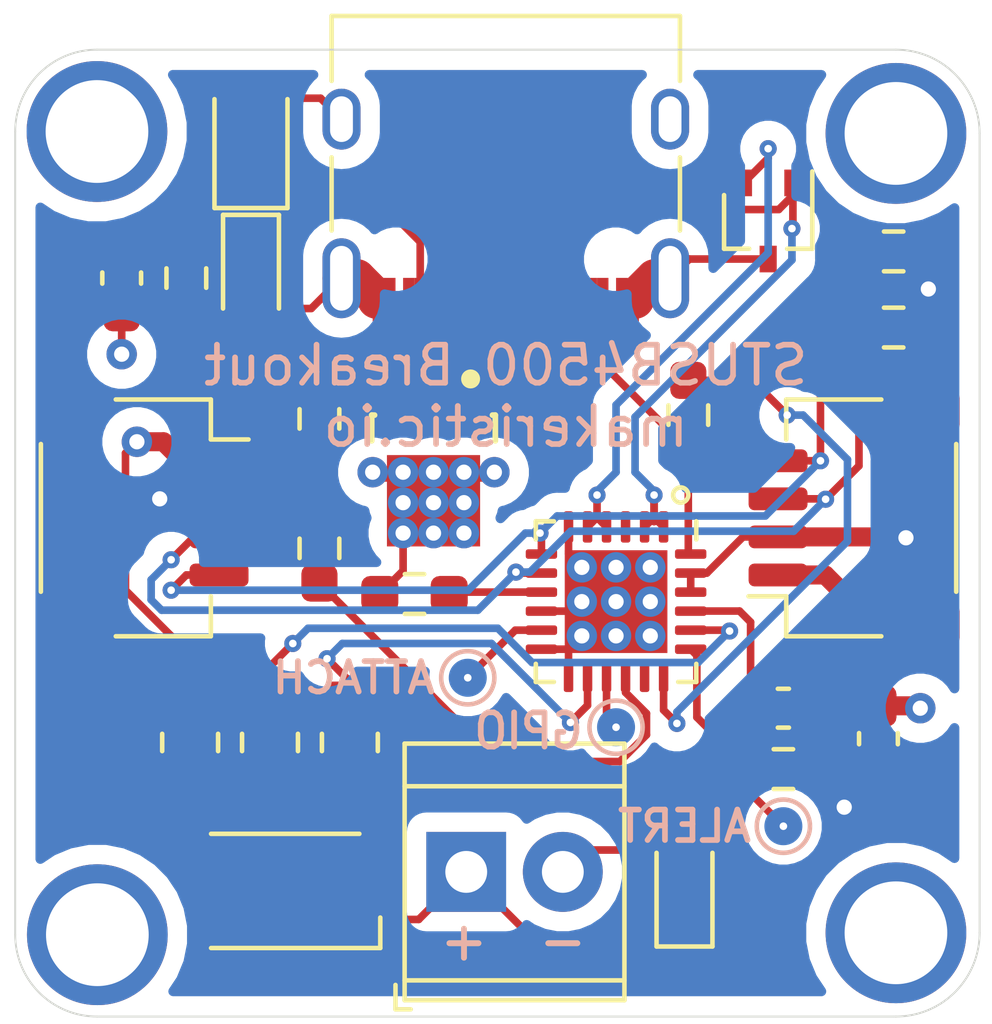
<source format=kicad_pcb>
(kicad_pcb (version 20171130) (host pcbnew "(5.1.7-0-10_14)")

  (general
    (thickness 1.6)
    (drawings 14)
    (tracks 274)
    (zones 0)
    (modules 32)
    (nets 31)
  )

  (page A4)
  (layers
    (0 F.Cu signal)
    (1 In1.Cu signal)
    (2 In2.Cu signal)
    (31 B.Cu signal)
    (32 B.Adhes user)
    (33 F.Adhes user)
    (34 B.Paste user)
    (35 F.Paste user)
    (36 B.SilkS user)
    (37 F.SilkS user)
    (38 B.Mask user)
    (39 F.Mask user)
    (40 Dwgs.User user)
    (41 Cmts.User user)
    (42 Eco1.User user)
    (43 Eco2.User user)
    (44 Edge.Cuts user)
    (45 Margin user)
    (46 B.CrtYd user)
    (47 F.CrtYd user)
    (48 B.Fab user hide)
    (49 F.Fab user hide)
  )

  (setup
    (last_trace_width 0.2)
    (user_trace_width 0.127)
    (user_trace_width 0.2)
    (user_trace_width 0.5)
    (user_trace_width 0.7)
    (user_trace_width 1)
    (user_trace_width 1.5)
    (trace_clearance 0.2)
    (zone_clearance 0.508)
    (zone_45_only no)
    (trace_min 0.127)
    (via_size 0.8)
    (via_drill 0.4)
    (via_min_size 0.45)
    (via_min_drill 0.2)
    (user_via 0.45 0.2)
    (uvia_size 0.3)
    (uvia_drill 0.1)
    (uvias_allowed no)
    (uvia_min_size 0.2)
    (uvia_min_drill 0.1)
    (edge_width 0.05)
    (segment_width 0.2)
    (pcb_text_width 0.3)
    (pcb_text_size 1.5 1.5)
    (mod_edge_width 0.12)
    (mod_text_size 1 1)
    (mod_text_width 0.15)
    (pad_size 1 1)
    (pad_drill 0)
    (pad_to_mask_clearance 0)
    (aux_axis_origin 0 0)
    (visible_elements FFFFFF7F)
    (pcbplotparams
      (layerselection 0x010fc_ffffffff)
      (usegerberextensions false)
      (usegerberattributes true)
      (usegerberadvancedattributes true)
      (creategerberjobfile true)
      (excludeedgelayer true)
      (linewidth 0.100000)
      (plotframeref false)
      (viasonmask false)
      (mode 1)
      (useauxorigin false)
      (hpglpennumber 1)
      (hpglpenspeed 20)
      (hpglpendiameter 15.000000)
      (psnegative false)
      (psa4output false)
      (plotreference true)
      (plotvalue true)
      (plotinvisibletext false)
      (padsonsilk false)
      (subtractmaskfromsilk false)
      (outputformat 1)
      (mirror false)
      (drillshape 1)
      (scaleselection 1)
      (outputdirectory ""))
  )

  (net 0 "")
  (net 1 VSNK)
  (net 2 "Net-(C1-Pad2)")
  (net 3 "Net-(C2-Pad1)")
  (net 4 GND)
  (net 5 VCC)
  (net 6 VBUS)
  (net 7 CC1)
  (net 8 CC2)
  (net 9 "Net-(D5-Pad2)")
  (net 10 "Net-(D5-Pad3)")
  (net 11 "Net-(D5-Pad4)")
  (net 12 "Net-(J1-PadA8)")
  (net 13 "Net-(J1-PadB6)")
  (net 14 "Net-(J1-PadA7)")
  (net 15 "Net-(J1-PadA6)")
  (net 16 "Net-(J1-PadB7)")
  (net 17 "Net-(J1-PadB8)")
  (net 18 SDA)
  (net 19 SCL)
  (net 20 ATTACH)
  (net 21 ALERT)
  (net 22 GPIO)
  (net 23 "Net-(Q1-Pad4)")
  (net 24 VBUS_EN_SNK)
  (net 25 DISCH)
  (net 26 "Net-(R8-Pad1)")
  (net 27 PDO3)
  (net 28 PDO2)
  (net 29 "Net-(U1-Pad3)")
  (net 30 "Net-(U1-Pad17)")

  (net_class Default "This is the default net class."
    (clearance 0.2)
    (trace_width 0.25)
    (via_dia 0.8)
    (via_drill 0.4)
    (uvia_dia 0.3)
    (uvia_drill 0.1)
    (add_net ALERT)
    (add_net ATTACH)
    (add_net CC1)
    (add_net CC2)
    (add_net DISCH)
    (add_net GND)
    (add_net GPIO)
    (add_net "Net-(C1-Pad2)")
    (add_net "Net-(C2-Pad1)")
    (add_net "Net-(D5-Pad2)")
    (add_net "Net-(D5-Pad3)")
    (add_net "Net-(D5-Pad4)")
    (add_net "Net-(J1-PadA6)")
    (add_net "Net-(J1-PadA7)")
    (add_net "Net-(J1-PadA8)")
    (add_net "Net-(J1-PadB6)")
    (add_net "Net-(J1-PadB7)")
    (add_net "Net-(J1-PadB8)")
    (add_net "Net-(Q1-Pad4)")
    (add_net "Net-(R8-Pad1)")
    (add_net "Net-(U1-Pad17)")
    (add_net "Net-(U1-Pad3)")
    (add_net PDO2)
    (add_net PDO3)
    (add_net SCL)
    (add_net SDA)
    (add_net VBUS)
    (add_net VBUS_EN_SNK)
    (add_net VCC)
    (add_net VSNK)
  )

  (module TestPoint:TestPoint_Pad_D1.0mm (layer B.Cu) (tedit 5F8EF266) (tstamp 5F8FF8AB)
    (at 129 56.9)
    (descr "SMD pad as test Point, diameter 1.0mm")
    (tags "test point SMD pad")
    (attr virtual)
    (fp_text reference ALERT (at -2.6 0) (layer B.SilkS)
      (effects (font (size 0.8 0.8) (thickness 0.15)) (justify mirror))
    )
    (fp_text value ALERT (at 0 -1.55) (layer B.Fab)
      (effects (font (size 1 1) (thickness 0.15)) (justify mirror))
    )
    (fp_text user %R (at 0 1.45) (layer B.Fab)
      (effects (font (size 1 1) (thickness 0.15)) (justify mirror))
    )
    (fp_circle (center 0 0) (end 1 0) (layer B.CrtYd) (width 0.05))
    (fp_circle (center 0 0) (end 0 -0.7) (layer B.SilkS) (width 0.12))
    (pad 1 smd circle (at 0 0) (size 1 1) (layers B.Cu B.Mask)
      (net 21 ALERT))
  )

  (module TestPoint:TestPoint_Pad_D1.0mm (layer B.Cu) (tedit 5A0F774F) (tstamp 5F8FF479)
    (at 124.6 54.3)
    (descr "SMD pad as test Point, diameter 1.0mm")
    (tags "test point SMD pad")
    (attr virtual)
    (fp_text reference GPIO (at -2.3 0.1) (layer B.SilkS)
      (effects (font (size 0.9 0.8) (thickness 0.15)) (justify mirror))
    )
    (fp_text value GPIO (at 0 -1.55) (layer B.Fab)
      (effects (font (size 1 1) (thickness 0.15)) (justify mirror))
    )
    (fp_circle (center 0 0) (end 0 -0.7) (layer B.SilkS) (width 0.12))
    (fp_circle (center 0 0) (end 1 0) (layer B.CrtYd) (width 0.05))
    (fp_text user %R (at 0 1.45) (layer B.Fab)
      (effects (font (size 1 1) (thickness 0.15)) (justify mirror))
    )
    (pad 1 smd circle (at 0 0) (size 1 1) (layers B.Cu B.Mask)
      (net 22 GPIO))
  )

  (module TestPoint:TestPoint_Pad_D1.0mm (layer B.Cu) (tedit 5F8EF20F) (tstamp 5F8FF023)
    (at 120.7 53)
    (descr "SMD pad as test Point, diameter 1.0mm")
    (tags "test point SMD pad")
    (attr virtual)
    (fp_text reference ATTACH (at -3 0) (layer B.SilkS)
      (effects (font (size 0.8 0.8) (thickness 0.15)) (justify mirror))
    )
    (fp_text value ATTACH (at 0 -1.55) (layer B.Fab)
      (effects (font (size 1 1) (thickness 0.15)) (justify mirror))
    )
    (fp_text user %R (at 0 1.45) (layer B.Fab)
      (effects (font (size 1 1) (thickness 0.15)) (justify mirror))
    )
    (fp_circle (center 0 0) (end 1 0) (layer B.CrtYd) (width 0.05))
    (fp_circle (center 0 0) (end 0 -0.7) (layer B.SilkS) (width 0.12))
    (pad 1 smd circle (at 0 0) (size 1 1) (layers B.Cu B.Mask)
      (net 20 ATTACH))
  )

  (module Resistor_SMD:R_0603_1608Metric_Pad0.98x0.95mm_HandSolder (layer F.Cu) (tedit 5F68FEEE) (tstamp 5F8EE24C)
    (at 113.3 42.5 270)
    (descr "Resistor SMD 0603 (1608 Metric), square (rectangular) end terminal, IPC_7351 nominal with elongated pad for handsoldering. (Body size source: IPC-SM-782 page 72, https://www.pcb-3d.com/wordpress/wp-content/uploads/ipc-sm-782a_amendment_1_and_2.pdf), generated with kicad-footprint-generator")
    (tags "resistor handsolder")
    (path /5F926625)
    (attr smd)
    (fp_text reference R2 (at 0 -1.43 90) (layer F.Fab)
      (effects (font (size 1 1) (thickness 0.15)))
    )
    (fp_text value 100 (at 0 1.43 90) (layer F.Fab)
      (effects (font (size 1 1) (thickness 0.15)))
    )
    (fp_text user %R (at 0 0 90) (layer F.Fab)
      (effects (font (size 0.4 0.4) (thickness 0.06)))
    )
    (fp_line (start -0.8 0.4125) (end -0.8 -0.4125) (layer F.Fab) (width 0.1))
    (fp_line (start -0.8 -0.4125) (end 0.8 -0.4125) (layer F.Fab) (width 0.1))
    (fp_line (start 0.8 -0.4125) (end 0.8 0.4125) (layer F.Fab) (width 0.1))
    (fp_line (start 0.8 0.4125) (end -0.8 0.4125) (layer F.Fab) (width 0.1))
    (fp_line (start -0.254724 -0.5225) (end 0.254724 -0.5225) (layer F.SilkS) (width 0.12))
    (fp_line (start -0.254724 0.5225) (end 0.254724 0.5225) (layer F.SilkS) (width 0.12))
    (fp_line (start -1.65 0.73) (end -1.65 -0.73) (layer F.CrtYd) (width 0.05))
    (fp_line (start -1.65 -0.73) (end 1.65 -0.73) (layer F.CrtYd) (width 0.05))
    (fp_line (start 1.65 -0.73) (end 1.65 0.73) (layer F.CrtYd) (width 0.05))
    (fp_line (start 1.65 0.73) (end -1.65 0.73) (layer F.CrtYd) (width 0.05))
    (pad 2 smd roundrect (at 0.9125 0 270) (size 0.975 0.95) (layers F.Cu F.Paste F.Mask) (roundrect_rratio 0.25)
      (net 23 "Net-(Q1-Pad4)"))
    (pad 1 smd roundrect (at -0.9125 0 270) (size 0.975 0.95) (layers F.Cu F.Paste F.Mask) (roundrect_rratio 0.25)
      (net 2 "Net-(C1-Pad2)"))
    (model ${KISYS3DMOD}/Resistor_SMD.3dshapes/R_0603_1608Metric.wrl
      (at (xyz 0 0 0))
      (scale (xyz 1 1 1))
      (rotate (xyz 0 0 0))
    )
  )

  (module Capacitor_SMD:C_0603_1608Metric_Pad1.08x0.95mm_HandSolder (layer F.Cu) (tedit 5F68FEEF) (tstamp 5F8EE0AA)
    (at 111.6 42.5 90)
    (descr "Capacitor SMD 0603 (1608 Metric), square (rectangular) end terminal, IPC_7351 nominal with elongated pad for handsoldering. (Body size source: IPC-SM-782 page 76, https://www.pcb-3d.com/wordpress/wp-content/uploads/ipc-sm-782a_amendment_1_and_2.pdf), generated with kicad-footprint-generator")
    (tags "capacitor handsolder")
    (path /5F925808)
    (attr smd)
    (fp_text reference C1 (at 0 -1.43 90) (layer F.Fab)
      (effects (font (size 1 1) (thickness 0.15)))
    )
    (fp_text value 100n (at 0 1.43 90) (layer F.Fab)
      (effects (font (size 1 1) (thickness 0.15)))
    )
    (fp_line (start 1.65 0.73) (end -1.65 0.73) (layer F.CrtYd) (width 0.05))
    (fp_line (start 1.65 -0.73) (end 1.65 0.73) (layer F.CrtYd) (width 0.05))
    (fp_line (start -1.65 -0.73) (end 1.65 -0.73) (layer F.CrtYd) (width 0.05))
    (fp_line (start -1.65 0.73) (end -1.65 -0.73) (layer F.CrtYd) (width 0.05))
    (fp_line (start -0.146267 0.51) (end 0.146267 0.51) (layer F.SilkS) (width 0.12))
    (fp_line (start -0.146267 -0.51) (end 0.146267 -0.51) (layer F.SilkS) (width 0.12))
    (fp_line (start 0.8 0.4) (end -0.8 0.4) (layer F.Fab) (width 0.1))
    (fp_line (start 0.8 -0.4) (end 0.8 0.4) (layer F.Fab) (width 0.1))
    (fp_line (start -0.8 -0.4) (end 0.8 -0.4) (layer F.Fab) (width 0.1))
    (fp_line (start -0.8 0.4) (end -0.8 -0.4) (layer F.Fab) (width 0.1))
    (fp_text user %R (at 0 0 90) (layer F.Fab)
      (effects (font (size 0.4 0.4) (thickness 0.06)))
    )
    (pad 1 smd roundrect (at -0.8625 0 90) (size 1.075 0.95) (layers F.Cu F.Paste F.Mask) (roundrect_rratio 0.25)
      (net 1 VSNK))
    (pad 2 smd roundrect (at 0.8625 0 90) (size 1.075 0.95) (layers F.Cu F.Paste F.Mask) (roundrect_rratio 0.25)
      (net 2 "Net-(C1-Pad2)"))
    (model ${KISYS3DMOD}/Capacitor_SMD.3dshapes/C_0603_1608Metric.wrl
      (at (xyz 0 0 0))
      (scale (xyz 1 1 1))
      (rotate (xyz 0 0 0))
    )
  )

  (module Resistor_SMD:R_0603_1608Metric_Pad0.98x0.95mm_HandSolder (layer F.Cu) (tedit 5F68FEEE) (tstamp 5F8EE290)
    (at 131.9 41.8 180)
    (descr "Resistor SMD 0603 (1608 Metric), square (rectangular) end terminal, IPC_7351 nominal with elongated pad for handsoldering. (Body size source: IPC-SM-782 page 72, https://www.pcb-3d.com/wordpress/wp-content/uploads/ipc-sm-782a_amendment_1_and_2.pdf), generated with kicad-footprint-generator")
    (tags "resistor handsolder")
    (path /5F8FBF44)
    (attr smd)
    (fp_text reference R6 (at 0 -1.43) (layer F.Fab)
      (effects (font (size 1 1) (thickness 0.15)))
    )
    (fp_text value 10k (at 0 1.43) (layer F.Fab)
      (effects (font (size 1 1) (thickness 0.15)))
    )
    (fp_text user %R (at 0 0) (layer F.Fab)
      (effects (font (size 0.4 0.4) (thickness 0.06)))
    )
    (fp_line (start -0.8 0.4125) (end -0.8 -0.4125) (layer F.Fab) (width 0.1))
    (fp_line (start -0.8 -0.4125) (end 0.8 -0.4125) (layer F.Fab) (width 0.1))
    (fp_line (start 0.8 -0.4125) (end 0.8 0.4125) (layer F.Fab) (width 0.1))
    (fp_line (start 0.8 0.4125) (end -0.8 0.4125) (layer F.Fab) (width 0.1))
    (fp_line (start -0.254724 -0.5225) (end 0.254724 -0.5225) (layer F.SilkS) (width 0.12))
    (fp_line (start -0.254724 0.5225) (end 0.254724 0.5225) (layer F.SilkS) (width 0.12))
    (fp_line (start -1.65 0.73) (end -1.65 -0.73) (layer F.CrtYd) (width 0.05))
    (fp_line (start -1.65 -0.73) (end 1.65 -0.73) (layer F.CrtYd) (width 0.05))
    (fp_line (start 1.65 -0.73) (end 1.65 0.73) (layer F.CrtYd) (width 0.05))
    (fp_line (start 1.65 0.73) (end -1.65 0.73) (layer F.CrtYd) (width 0.05))
    (pad 2 smd roundrect (at 0.9125 0 180) (size 0.975 0.95) (layers F.Cu F.Paste F.Mask) (roundrect_rratio 0.25)
      (net 19 SCL))
    (pad 1 smd roundrect (at -0.9125 0 180) (size 0.975 0.95) (layers F.Cu F.Paste F.Mask) (roundrect_rratio 0.25)
      (net 5 VCC))
    (model ${KISYS3DMOD}/Resistor_SMD.3dshapes/R_0603_1608Metric.wrl
      (at (xyz 0 0 0))
      (scale (xyz 1 1 1))
      (rotate (xyz 0 0 0))
    )
  )

  (module Package_DFN_QFN:QFN-24-1EP_4x4mm_P0.5mm_EP2.7x2.7mm (layer F.Cu) (tedit 5DC5F6A3) (tstamp 5F8EE317)
    (at 124.6 51 270)
    (descr "QFN, 24 Pin (http://www.alfarzpp.lv/eng/sc/AS3330.pdf), generated with kicad-footprint-generator ipc_noLead_generator.py")
    (tags "QFN NoLead")
    (path /5F8E4AF3)
    (attr smd)
    (fp_text reference U1 (at 0 -3.32 90) (layer F.Fab)
      (effects (font (size 1 1) (thickness 0.15)))
    )
    (fp_text value STUSB4500QTR (at 0 3.32 90) (layer F.Fab)
      (effects (font (size 1 1) (thickness 0.15)))
    )
    (fp_line (start 2.62 -2.62) (end -2.62 -2.62) (layer F.CrtYd) (width 0.05))
    (fp_line (start 2.62 2.62) (end 2.62 -2.62) (layer F.CrtYd) (width 0.05))
    (fp_line (start -2.62 2.62) (end 2.62 2.62) (layer F.CrtYd) (width 0.05))
    (fp_line (start -2.62 -2.62) (end -2.62 2.62) (layer F.CrtYd) (width 0.05))
    (fp_line (start -2 -1) (end -1 -2) (layer F.Fab) (width 0.1))
    (fp_line (start -2 2) (end -2 -1) (layer F.Fab) (width 0.1))
    (fp_line (start 2 2) (end -2 2) (layer F.Fab) (width 0.1))
    (fp_line (start 2 -2) (end 2 2) (layer F.Fab) (width 0.1))
    (fp_line (start -1 -2) (end 2 -2) (layer F.Fab) (width 0.1))
    (fp_line (start -1.635 -2.11) (end -2.11 -2.11) (layer F.SilkS) (width 0.12))
    (fp_line (start 2.11 2.11) (end 2.11 1.635) (layer F.SilkS) (width 0.12))
    (fp_line (start 1.635 2.11) (end 2.11 2.11) (layer F.SilkS) (width 0.12))
    (fp_line (start -2.11 2.11) (end -2.11 1.635) (layer F.SilkS) (width 0.12))
    (fp_line (start -1.635 2.11) (end -2.11 2.11) (layer F.SilkS) (width 0.12))
    (fp_line (start 2.11 -2.11) (end 2.11 -1.635) (layer F.SilkS) (width 0.12))
    (fp_line (start 1.635 -2.11) (end 2.11 -2.11) (layer F.SilkS) (width 0.12))
    (fp_text user %R (at 0 0 90) (layer F.Fab)
      (effects (font (size 1 1) (thickness 0.15)))
    )
    (pad 1 smd roundrect (at -1.9625 -1.25 270) (size 0.825 0.25) (layers F.Cu F.Paste F.Mask) (roundrect_rratio 0.25)
      (net 7 CC1))
    (pad 2 smd roundrect (at -1.9625 -0.75 270) (size 0.825 0.25) (layers F.Cu F.Paste F.Mask) (roundrect_rratio 0.25)
      (net 7 CC1))
    (pad 3 smd roundrect (at -1.9625 -0.25 270) (size 0.825 0.25) (layers F.Cu F.Paste F.Mask) (roundrect_rratio 0.25)
      (net 29 "Net-(U1-Pad3)"))
    (pad 4 smd roundrect (at -1.9625 0.25 270) (size 0.825 0.25) (layers F.Cu F.Paste F.Mask) (roundrect_rratio 0.25)
      (net 8 CC2))
    (pad 5 smd roundrect (at -1.9625 0.75 270) (size 0.825 0.25) (layers F.Cu F.Paste F.Mask) (roundrect_rratio 0.25)
      (net 8 CC2))
    (pad 6 smd roundrect (at -1.9625 1.25 270) (size 0.825 0.25) (layers F.Cu F.Paste F.Mask) (roundrect_rratio 0.25)
      (net 4 GND))
    (pad 7 smd roundrect (at -1.25 1.9625 270) (size 0.25 0.825) (layers F.Cu F.Paste F.Mask) (roundrect_rratio 0.25)
      (net 19 SCL))
    (pad 8 smd roundrect (at -0.75 1.9625 270) (size 0.25 0.825) (layers F.Cu F.Paste F.Mask) (roundrect_rratio 0.25)
      (net 18 SDA))
    (pad 9 smd roundrect (at -0.25 1.9625 270) (size 0.25 0.825) (layers F.Cu F.Paste F.Mask) (roundrect_rratio 0.25)
      (net 25 DISCH))
    (pad 10 smd roundrect (at 0.25 1.9625 270) (size 0.25 0.825) (layers F.Cu F.Paste F.Mask) (roundrect_rratio 0.25)
      (net 4 GND))
    (pad 11 smd roundrect (at 0.75 1.9625 270) (size 0.25 0.825) (layers F.Cu F.Paste F.Mask) (roundrect_rratio 0.25)
      (net 20 ATTACH))
    (pad 12 smd roundrect (at 1.25 1.9625 270) (size 0.25 0.825) (layers F.Cu F.Paste F.Mask) (roundrect_rratio 0.25)
      (net 4 GND))
    (pad 13 smd roundrect (at 1.9625 1.25 270) (size 0.825 0.25) (layers F.Cu F.Paste F.Mask) (roundrect_rratio 0.25)
      (net 4 GND))
    (pad 14 smd roundrect (at 1.9625 0.75 270) (size 0.825 0.25) (layers F.Cu F.Paste F.Mask) (roundrect_rratio 0.25)
      (net 27 PDO3))
    (pad 15 smd roundrect (at 1.9625 0.25 270) (size 0.825 0.25) (layers F.Cu F.Paste F.Mask) (roundrect_rratio 0.25)
      (net 22 GPIO))
    (pad 16 smd roundrect (at 1.9625 -0.25 270) (size 0.825 0.25) (layers F.Cu F.Paste F.Mask) (roundrect_rratio 0.25)
      (net 24 VBUS_EN_SNK))
    (pad 17 smd roundrect (at 1.9625 -0.75 270) (size 0.825 0.25) (layers F.Cu F.Paste F.Mask) (roundrect_rratio 0.25)
      (net 30 "Net-(U1-Pad17)"))
    (pad 18 smd roundrect (at 1.9625 -1.25 270) (size 0.825 0.25) (layers F.Cu F.Paste F.Mask) (roundrect_rratio 0.25)
      (net 26 "Net-(R8-Pad1)"))
    (pad 19 smd roundrect (at 1.25 -1.9625 270) (size 0.25 0.825) (layers F.Cu F.Paste F.Mask) (roundrect_rratio 0.25)
      (net 21 ALERT))
    (pad 20 smd roundrect (at 0.75 -1.9625 270) (size 0.25 0.825) (layers F.Cu F.Paste F.Mask) (roundrect_rratio 0.25)
      (net 28 PDO2))
    (pad 21 smd roundrect (at 0.25 -1.9625 270) (size 0.25 0.825) (layers F.Cu F.Paste F.Mask) (roundrect_rratio 0.25)
      (net 3 "Net-(C2-Pad1)"))
    (pad 22 smd roundrect (at -0.25 -1.9625 270) (size 0.25 0.825) (layers F.Cu F.Paste F.Mask) (roundrect_rratio 0.25)
      (net 5 VCC))
    (pad 23 smd roundrect (at -0.75 -1.9625 270) (size 0.25 0.825) (layers F.Cu F.Paste F.Mask) (roundrect_rratio 0.25)
      (net 5 VCC))
    (pad 24 smd roundrect (at -1.25 -1.9625 270) (size 0.25 0.825) (layers F.Cu F.Paste F.Mask) (roundrect_rratio 0.25)
      (net 6 VBUS))
    (pad 25 smd rect (at 0 0 270) (size 2.7 2.7) (layers F.Cu F.Mask)
      (net 4 GND))
    (pad "" smd roundrect (at -0.675 -0.675 270) (size 1.09 1.09) (layers F.Paste) (roundrect_rratio 0.229358))
    (pad "" smd roundrect (at -0.675 0.675 270) (size 1.09 1.09) (layers F.Paste) (roundrect_rratio 0.229358))
    (pad "" smd roundrect (at 0.675 -0.675 270) (size 1.09 1.09) (layers F.Paste) (roundrect_rratio 0.229358))
    (pad "" smd roundrect (at 0.675 0.675 270) (size 1.09 1.09) (layers F.Paste) (roundrect_rratio 0.229358))
    (model ${KISYS3DMOD}/Package_DFN_QFN.3dshapes/QFN-24-1EP_4x4mm_P0.5mm_EP2.7x2.7mm.wrl
      (at (xyz 0 0 0))
      (scale (xyz 1 1 1))
      (rotate (xyz 0 0 0))
    )
  )

  (module Connector_USB:USB_C_Receptacle_XKB_U262-16XN-4BVC11 (layer F.Cu) (tedit 5E1305FC) (tstamp 5F8EE18D)
    (at 121.7 39.4 180)
    (descr "USB Type C, right-angle, SMT, https://datasheet.lcsc.com/szlcsc/1811141824_XKB-Enterprise-U262-161N-4BVC11_C319148.pdf")
    (tags "USB C Type-C Receptacle SMD")
    (path /5F8E62E1)
    (attr smd)
    (fp_text reference J1 (at 0 -5.715) (layer F.Fab)
      (effects (font (size 1 1) (thickness 0.15)))
    )
    (fp_text value USB_C_Receptacle (at 0 4.935) (layer F.Fab)
      (effects (font (size 1 1) (thickness 0.15)))
    )
    (fp_line (start -4.47 -3.675) (end 4.47 -3.675) (layer F.Fab) (width 0.1))
    (fp_line (start 4.47 3.675) (end 4.47 -3.675) (layer F.Fab) (width 0.1))
    (fp_line (start -4.47 3.675) (end 4.47 3.675) (layer F.Fab) (width 0.1))
    (fp_line (start -4.47 -3.675) (end -4.47 3.675) (layer F.Fab) (width 0.1))
    (fp_line (start -5.32 4.18) (end -5.32 -4.75) (layer F.CrtYd) (width 0.05))
    (fp_line (start 5.32 4.18) (end -5.32 4.18) (layer F.CrtYd) (width 0.05))
    (fp_line (start 5.32 -4.75) (end 5.32 4.18) (layer F.CrtYd) (width 0.05))
    (fp_line (start -5.32 -4.75) (end 5.32 -4.75) (layer F.CrtYd) (width 0.05))
    (fp_line (start 4.58 3.785) (end -4.58 3.785) (layer F.SilkS) (width 0.12))
    (fp_line (start -4.58 3.785) (end -4.58 2.08) (layer F.SilkS) (width 0.12))
    (fp_line (start 4.58 2.08) (end 4.58 3.785) (layer F.SilkS) (width 0.12))
    (fp_line (start 4.58 0.07) (end 4.58 -1.85) (layer F.SilkS) (width 0.12))
    (fp_line (start -4.58 -1.85) (end -4.58 0.07) (layer F.SilkS) (width 0.12))
    (fp_text user %R (at 0 0) (layer F.Fab)
      (effects (font (size 1 1) (thickness 0.15)))
    )
    (pad S1 thru_hole oval (at -4.32 -3.105 180) (size 1 2.1) (drill oval 0.6 1.7) (layers *.Cu *.Mask)
      (net 4 GND))
    (pad S1 thru_hole oval (at 4.32 -3.105 180) (size 1 2.1) (drill oval 0.6 1.7) (layers *.Cu *.Mask)
      (net 4 GND))
    (pad S1 thru_hole oval (at -4.32 1.075 180) (size 1 1.6) (drill oval 0.6 1.2) (layers *.Cu *.Mask)
      (net 4 GND))
    (pad S1 thru_hole oval (at 4.32 1.075 180) (size 1 1.6) (drill oval 0.6 1.2) (layers *.Cu *.Mask)
      (net 4 GND))
    (pad "" np_thru_hole circle (at 2.89 -2.605 180) (size 0.65 0.65) (drill 0.65) (layers *.Cu *.Mask))
    (pad "" np_thru_hole circle (at -2.89 -2.605 180) (size 0.65 0.65) (drill 0.65) (layers *.Cu *.Mask))
    (pad B1 smd rect (at 3.05 -3.67 180) (size 0.3 1.15) (layers F.Cu F.Paste F.Mask)
      (net 4 GND))
    (pad B4 smd rect (at 2.25 -3.67 180) (size 0.3 1.15) (layers F.Cu F.Paste F.Mask)
      (net 6 VBUS))
    (pad B5 smd rect (at 1.75 -3.67 180) (size 0.3 1.15) (layers F.Cu F.Paste F.Mask)
      (net 8 CC2))
    (pad A8 smd rect (at 1.25 -3.67 180) (size 0.3 1.15) (layers F.Cu F.Paste F.Mask)
      (net 12 "Net-(J1-PadA8)"))
    (pad B6 smd rect (at 0.75 -3.67 180) (size 0.3 1.15) (layers F.Cu F.Paste F.Mask)
      (net 13 "Net-(J1-PadB6)"))
    (pad A7 smd rect (at 0.25 -3.67 180) (size 0.3 1.15) (layers F.Cu F.Paste F.Mask)
      (net 14 "Net-(J1-PadA7)"))
    (pad A6 smd rect (at -0.25 -3.67 180) (size 0.3 1.15) (layers F.Cu F.Paste F.Mask)
      (net 15 "Net-(J1-PadA6)"))
    (pad B7 smd rect (at -0.75 -3.67 180) (size 0.3 1.15) (layers F.Cu F.Paste F.Mask)
      (net 16 "Net-(J1-PadB7)"))
    (pad A5 smd rect (at -1.25 -3.67 180) (size 0.3 1.15) (layers F.Cu F.Paste F.Mask)
      (net 7 CC1))
    (pad B8 smd rect (at -1.75 -3.67 180) (size 0.3 1.15) (layers F.Cu F.Paste F.Mask)
      (net 17 "Net-(J1-PadB8)"))
    (pad A4 smd rect (at -2.55 -3.67 180) (size 0.3 1.15) (layers F.Cu F.Paste F.Mask)
      (net 6 VBUS))
    (pad A1 smd rect (at -3.35 -3.67 180) (size 0.3 1.15) (layers F.Cu F.Paste F.Mask)
      (net 4 GND))
    (pad B12 smd rect (at -3.05 -3.67 180) (size 0.3 1.15) (layers F.Cu F.Paste F.Mask)
      (net 4 GND))
    (pad B9 smd rect (at -2.25 -3.67 180) (size 0.3 1.15) (layers F.Cu F.Paste F.Mask)
      (net 6 VBUS))
    (pad A9 smd rect (at 2.55 -3.67 180) (size 0.3 1.15) (layers F.Cu F.Paste F.Mask)
      (net 6 VBUS))
    (pad A12 smd rect (at 3.35 -3.67 180) (size 0.3 1.15) (layers F.Cu F.Paste F.Mask)
      (net 4 GND))
    (model ${KISYS3DMOD}/Connector_USB.3dshapes/USB_C_Receptacle_XKB_U262-16XN-4BVC11.wrl
      (at (xyz 0 0 0))
      (scale (xyz 1 1 1))
      (rotate (xyz 0 0 0))
    )
  )

  (module Makeristic-KiCad-Library:MountingHole_2.7mm_M2.5_Pad_Small (layer F.Cu) (tedit 5F8EB171) (tstamp 5F8EFC32)
    (at 131.96 59.7)
    (descr "Mounting Hole 2.7mm, M2.5, DIN965")
    (tags "mounting hole 2.7mm m2.5 din965")
    (path /5F9848E8)
    (attr virtual)
    (fp_text reference H4 (at 0 -3.35) (layer F.Fab)
      (effects (font (size 1 1) (thickness 0.15)))
    )
    (fp_text value MountingHole_Pad (at 0 3.35) (layer F.Fab)
      (effects (font (size 1 1) (thickness 0.15)))
    )
    (fp_text user %R (at 0.3 0) (layer F.Fab)
      (effects (font (size 1 1) (thickness 0.15)))
    )
    (fp_circle (center 0 0) (end 2 0) (layer F.CrtYd) (width 0.05))
    (pad 1 thru_hole circle (at 0 0) (size 3.7 3.7) (drill 2.7) (layers *.Cu *.Mask)
      (net 4 GND))
  )

  (module Makeristic-KiCad-Library:MountingHole_2.7mm_M2.5_Pad_Small (layer F.Cu) (tedit 5F8EB171) (tstamp 5F8EFC19)
    (at 110.96 59.75)
    (descr "Mounting Hole 2.7mm, M2.5, DIN965")
    (tags "mounting hole 2.7mm m2.5 din965")
    (path /5F983285)
    (attr virtual)
    (fp_text reference H3 (at 0 -3.35) (layer F.Fab)
      (effects (font (size 1 1) (thickness 0.15)))
    )
    (fp_text value MountingHole_Pad (at 0 3.35) (layer F.Fab)
      (effects (font (size 1 1) (thickness 0.15)))
    )
    (fp_text user %R (at 0.3 0) (layer F.Fab)
      (effects (font (size 1 1) (thickness 0.15)))
    )
    (fp_circle (center 0 0) (end 2 0) (layer F.CrtYd) (width 0.05))
    (pad 1 thru_hole circle (at 0 0) (size 3.7 3.7) (drill 2.7) (layers *.Cu *.Mask)
      (net 4 GND))
  )

  (module Makeristic-KiCad-Library:MountingHole_2.7mm_M2.5_Pad_Small (layer F.Cu) (tedit 5F8EB171) (tstamp 5F8EF35D)
    (at 131.96 38.7)
    (descr "Mounting Hole 2.7mm, M2.5, DIN965")
    (tags "mounting hole 2.7mm m2.5 din965")
    (path /5F981FF6)
    (attr virtual)
    (fp_text reference H2 (at 0 -3.35) (layer F.Fab)
      (effects (font (size 1 1) (thickness 0.15)))
    )
    (fp_text value MountingHole_Pad (at 0 3.35) (layer F.Fab)
      (effects (font (size 1 1) (thickness 0.15)))
    )
    (fp_text user %R (at 0.3 0) (layer F.Fab)
      (effects (font (size 1 1) (thickness 0.15)))
    )
    (fp_circle (center 0 0) (end 2 0) (layer F.CrtYd) (width 0.05))
    (pad 1 thru_hole circle (at 0 0) (size 3.7 3.7) (drill 2.7) (layers *.Cu *.Mask)
      (net 4 GND))
  )

  (module Makeristic-KiCad-Library:MountingHole_2.7mm_M2.5_Pad_Small (layer F.Cu) (tedit 5F8EB171) (tstamp 5F8EE14D)
    (at 110.95 38.65)
    (descr "Mounting Hole 2.7mm, M2.5, DIN965")
    (tags "mounting hole 2.7mm m2.5 din965")
    (path /5F98010E)
    (attr virtual)
    (fp_text reference H1 (at 0 -3.35) (layer F.Fab)
      (effects (font (size 1 1) (thickness 0.15)))
    )
    (fp_text value MountingHole_Pad (at 0 3.35) (layer F.Fab)
      (effects (font (size 1 1) (thickness 0.15)))
    )
    (fp_text user %R (at 0.3 0) (layer F.Fab)
      (effects (font (size 1 1) (thickness 0.15)))
    )
    (fp_circle (center 0 0) (end 2 0) (layer F.CrtYd) (width 0.05))
    (pad 1 thru_hole circle (at 0 0) (size 3.7 3.7) (drill 2.7) (layers *.Cu *.Mask)
      (net 4 GND))
  )

  (module Package_TO_SOT_SMD:SOT-323_SC-70 (layer F.Cu) (tedit 5A02FF57) (tstamp 5F8F0A80)
    (at 128.6 41 270)
    (descr "SOT-323, SC-70")
    (tags "SOT-323 SC-70")
    (path /5F9F9116)
    (attr smd)
    (fp_text reference D1 (at -0.05 -1.95 90) (layer F.Fab)
      (effects (font (size 1 1) (thickness 0.15)))
    )
    (fp_text value ESDA25W (at -0.05 2.05 90) (layer F.Fab)
      (effects (font (size 1 1) (thickness 0.15)))
    )
    (fp_text user %R (at 0 0) (layer F.Fab)
      (effects (font (size 0.5 0.5) (thickness 0.075)))
    )
    (fp_line (start 0.73 0.5) (end 0.73 1.16) (layer F.SilkS) (width 0.12))
    (fp_line (start 0.73 -1.16) (end 0.73 -0.5) (layer F.SilkS) (width 0.12))
    (fp_line (start 1.7 1.3) (end -1.7 1.3) (layer F.CrtYd) (width 0.05))
    (fp_line (start 1.7 -1.3) (end 1.7 1.3) (layer F.CrtYd) (width 0.05))
    (fp_line (start -1.7 -1.3) (end 1.7 -1.3) (layer F.CrtYd) (width 0.05))
    (fp_line (start -1.7 1.3) (end -1.7 -1.3) (layer F.CrtYd) (width 0.05))
    (fp_line (start 0.73 -1.16) (end -1.3 -1.16) (layer F.SilkS) (width 0.12))
    (fp_line (start -0.68 1.16) (end 0.73 1.16) (layer F.SilkS) (width 0.12))
    (fp_line (start 0.67 -1.1) (end -0.18 -1.1) (layer F.Fab) (width 0.1))
    (fp_line (start -0.68 -0.6) (end -0.68 1.1) (layer F.Fab) (width 0.1))
    (fp_line (start 0.67 -1.1) (end 0.67 1.1) (layer F.Fab) (width 0.1))
    (fp_line (start 0.67 1.1) (end -0.68 1.1) (layer F.Fab) (width 0.1))
    (fp_line (start -0.18 -1.1) (end -0.68 -0.6) (layer F.Fab) (width 0.1))
    (pad 3 smd rect (at 1 0 180) (size 0.45 0.7) (layers F.Cu F.Paste F.Mask)
      (net 4 GND))
    (pad 2 smd rect (at -1 0.65 180) (size 0.45 0.7) (layers F.Cu F.Paste F.Mask)
      (net 8 CC2))
    (pad 1 smd rect (at -1 -0.65 180) (size 0.45 0.7) (layers F.Cu F.Paste F.Mask)
      (net 7 CC1))
    (model ${KISYS3DMOD}/Package_TO_SOT_SMD.3dshapes/SOT-323_SC-70.wrl
      (at (xyz 0 0 0))
      (scale (xyz 1 1 1))
      (rotate (xyz 0 0 0))
    )
  )

  (module Capacitor_SMD:C_0603_1608Metric_Pad1.08x0.95mm_HandSolder (layer F.Cu) (tedit 5F68FEEF) (tstamp 5F8F1827)
    (at 129 53.8)
    (descr "Capacitor SMD 0603 (1608 Metric), square (rectangular) end terminal, IPC_7351 nominal with elongated pad for handsoldering. (Body size source: IPC-SM-782 page 76, https://www.pcb-3d.com/wordpress/wp-content/uploads/ipc-sm-782a_amendment_1_and_2.pdf), generated with kicad-footprint-generator")
    (tags "capacitor handsolder")
    (path /5F954AA4)
    (attr smd)
    (fp_text reference C2 (at 0 -1.43) (layer F.Fab)
      (effects (font (size 1 1) (thickness 0.15)))
    )
    (fp_text value 1u (at 0 1.43) (layer F.Fab)
      (effects (font (size 1 1) (thickness 0.15)))
    )
    (fp_line (start 1.65 0.73) (end -1.65 0.73) (layer F.CrtYd) (width 0.05))
    (fp_line (start 1.65 -0.73) (end 1.65 0.73) (layer F.CrtYd) (width 0.05))
    (fp_line (start -1.65 -0.73) (end 1.65 -0.73) (layer F.CrtYd) (width 0.05))
    (fp_line (start -1.65 0.73) (end -1.65 -0.73) (layer F.CrtYd) (width 0.05))
    (fp_line (start -0.146267 0.51) (end 0.146267 0.51) (layer F.SilkS) (width 0.12))
    (fp_line (start -0.146267 -0.51) (end 0.146267 -0.51) (layer F.SilkS) (width 0.12))
    (fp_line (start 0.8 0.4) (end -0.8 0.4) (layer F.Fab) (width 0.1))
    (fp_line (start 0.8 -0.4) (end 0.8 0.4) (layer F.Fab) (width 0.1))
    (fp_line (start -0.8 -0.4) (end 0.8 -0.4) (layer F.Fab) (width 0.1))
    (fp_line (start -0.8 0.4) (end -0.8 -0.4) (layer F.Fab) (width 0.1))
    (fp_text user %R (at 0 0) (layer F.Fab)
      (effects (font (size 0.4 0.4) (thickness 0.06)))
    )
    (pad 1 smd roundrect (at -0.8625 0) (size 1.075 0.95) (layers F.Cu F.Paste F.Mask) (roundrect_rratio 0.25)
      (net 3 "Net-(C2-Pad1)"))
    (pad 2 smd roundrect (at 0.8625 0) (size 1.075 0.95) (layers F.Cu F.Paste F.Mask) (roundrect_rratio 0.25)
      (net 4 GND))
    (model ${KISYS3DMOD}/Capacitor_SMD.3dshapes/C_0603_1608Metric.wrl
      (at (xyz 0 0 0))
      (scale (xyz 1 1 1))
      (rotate (xyz 0 0 0))
    )
  )

  (module Capacitor_SMD:C_0603_1608Metric_Pad1.08x0.95mm_HandSolder (layer F.Cu) (tedit 5F68FEEF) (tstamp 5F8FB6CA)
    (at 131.5 54.6 90)
    (descr "Capacitor SMD 0603 (1608 Metric), square (rectangular) end terminal, IPC_7351 nominal with elongated pad for handsoldering. (Body size source: IPC-SM-782 page 76, https://www.pcb-3d.com/wordpress/wp-content/uploads/ipc-sm-782a_amendment_1_and_2.pdf), generated with kicad-footprint-generator")
    (tags "capacitor handsolder")
    (path /5F952954)
    (attr smd)
    (fp_text reference C3 (at 0 -1.43 90) (layer F.Fab)
      (effects (font (size 1 1) (thickness 0.15)))
    )
    (fp_text value 1u (at 0 1.43 90) (layer F.Fab)
      (effects (font (size 1 1) (thickness 0.15)))
    )
    (fp_text user %R (at 0 0 90) (layer F.Fab)
      (effects (font (size 0.4 0.4) (thickness 0.06)))
    )
    (fp_line (start -0.8 0.4) (end -0.8 -0.4) (layer F.Fab) (width 0.1))
    (fp_line (start -0.8 -0.4) (end 0.8 -0.4) (layer F.Fab) (width 0.1))
    (fp_line (start 0.8 -0.4) (end 0.8 0.4) (layer F.Fab) (width 0.1))
    (fp_line (start 0.8 0.4) (end -0.8 0.4) (layer F.Fab) (width 0.1))
    (fp_line (start -0.146267 -0.51) (end 0.146267 -0.51) (layer F.SilkS) (width 0.12))
    (fp_line (start -0.146267 0.51) (end 0.146267 0.51) (layer F.SilkS) (width 0.12))
    (fp_line (start -1.65 0.73) (end -1.65 -0.73) (layer F.CrtYd) (width 0.05))
    (fp_line (start -1.65 -0.73) (end 1.65 -0.73) (layer F.CrtYd) (width 0.05))
    (fp_line (start 1.65 -0.73) (end 1.65 0.73) (layer F.CrtYd) (width 0.05))
    (fp_line (start 1.65 0.73) (end -1.65 0.73) (layer F.CrtYd) (width 0.05))
    (pad 2 smd roundrect (at 0.8625 0 90) (size 1.075 0.95) (layers F.Cu F.Paste F.Mask) (roundrect_rratio 0.25)
      (net 4 GND))
    (pad 1 smd roundrect (at -0.8625 0 90) (size 1.075 0.95) (layers F.Cu F.Paste F.Mask) (roundrect_rratio 0.25)
      (net 5 VCC))
    (model ${KISYS3DMOD}/Capacitor_SMD.3dshapes/C_0603_1608Metric.wrl
      (at (xyz 0 0 0))
      (scale (xyz 1 1 1))
      (rotate (xyz 0 0 0))
    )
  )

  (module Diode_SMD:D_0805_2012Metric_Pad1.15x1.40mm_HandSolder (layer F.Cu) (tedit 5F68FEF0) (tstamp 5F900452)
    (at 115 38.8 90)
    (descr "Diode SMD 0805 (2012 Metric), square (rectangular) end terminal, IPC_7351 nominal, (Body size source: https://docs.google.com/spreadsheets/d/1BsfQQcO9C6DZCsRaXUlFlo91Tg2WpOkGARC1WS5S8t0/edit?usp=sharing), generated with kicad-footprint-generator")
    (tags "diode handsolder")
    (path /5F8FFA78)
    (attr smd)
    (fp_text reference C4 (at 0 -1.65 90) (layer F.Fab)
      (effects (font (size 1 1) (thickness 0.15)))
    )
    (fp_text value 4.7u (at 0 1.65 90) (layer F.Fab)
      (effects (font (size 1 1) (thickness 0.15)))
    )
    (fp_line (start 1.85 0.95) (end -1.85 0.95) (layer F.CrtYd) (width 0.05))
    (fp_line (start 1.85 -0.95) (end 1.85 0.95) (layer F.CrtYd) (width 0.05))
    (fp_line (start -1.85 -0.95) (end 1.85 -0.95) (layer F.CrtYd) (width 0.05))
    (fp_line (start -1.85 0.95) (end -1.85 -0.95) (layer F.CrtYd) (width 0.05))
    (fp_line (start -1.86 0.96) (end 1 0.96) (layer F.SilkS) (width 0.12))
    (fp_line (start -1.86 -0.96) (end -1.86 0.96) (layer F.SilkS) (width 0.12))
    (fp_line (start 1 -0.96) (end -1.86 -0.96) (layer F.SilkS) (width 0.12))
    (fp_line (start 1 0.6) (end 1 -0.6) (layer F.Fab) (width 0.1))
    (fp_line (start -1 0.6) (end 1 0.6) (layer F.Fab) (width 0.1))
    (fp_line (start -1 -0.3) (end -1 0.6) (layer F.Fab) (width 0.1))
    (fp_line (start -0.7 -0.6) (end -1 -0.3) (layer F.Fab) (width 0.1))
    (fp_line (start 1 -0.6) (end -0.7 -0.6) (layer F.Fab) (width 0.1))
    (fp_text user %R (at 0 0 90) (layer F.Fab)
      (effects (font (size 0.5 0.5) (thickness 0.08)))
    )
    (pad 1 smd roundrect (at -1.025 0 90) (size 1.15 1.4) (layers F.Cu F.Paste F.Mask) (roundrect_rratio 0.217391)
      (net 6 VBUS))
    (pad 2 smd roundrect (at 1.025 0 90) (size 1.15 1.4) (layers F.Cu F.Paste F.Mask) (roundrect_rratio 0.217391)
      (net 4 GND))
    (model ${KISYS3DMOD}/Diode_SMD.3dshapes/D_0805_2012Metric.wrl
      (at (xyz 0 0 0))
      (scale (xyz 1 1 1))
      (rotate (xyz 0 0 0))
    )
  )

  (module Diode_SMD:D_0603_1608Metric_Pad1.05x0.95mm_HandSolder (layer F.Cu) (tedit 5F68FEF0) (tstamp 5F8F7A8F)
    (at 115 42.5 270)
    (descr "Diode SMD 0603 (1608 Metric), square (rectangular) end terminal, IPC_7351 nominal, (Body size source: http://www.tortai-tech.com/upload/download/2011102023233369053.pdf), generated with kicad-footprint-generator")
    (tags "diode handsolder")
    (path /5F9021ED)
    (attr smd)
    (fp_text reference D3 (at 0 -1.43 90) (layer F.Fab)
      (effects (font (size 1 1) (thickness 0.15)))
    )
    (fp_text value ESDA25P35 (at 0 1.43 90) (layer F.Fab)
      (effects (font (size 1 1) (thickness 0.15)))
    )
    (fp_text user %R (at 0 0 90) (layer F.Fab)
      (effects (font (size 0.4 0.4) (thickness 0.06)))
    )
    (fp_line (start 0.8 -0.4) (end -0.5 -0.4) (layer F.Fab) (width 0.1))
    (fp_line (start -0.5 -0.4) (end -0.8 -0.1) (layer F.Fab) (width 0.1))
    (fp_line (start -0.8 -0.1) (end -0.8 0.4) (layer F.Fab) (width 0.1))
    (fp_line (start -0.8 0.4) (end 0.8 0.4) (layer F.Fab) (width 0.1))
    (fp_line (start 0.8 0.4) (end 0.8 -0.4) (layer F.Fab) (width 0.1))
    (fp_line (start 0.8 -0.735) (end -1.66 -0.735) (layer F.SilkS) (width 0.12))
    (fp_line (start -1.66 -0.735) (end -1.66 0.735) (layer F.SilkS) (width 0.12))
    (fp_line (start -1.66 0.735) (end 0.8 0.735) (layer F.SilkS) (width 0.12))
    (fp_line (start -1.65 0.73) (end -1.65 -0.73) (layer F.CrtYd) (width 0.05))
    (fp_line (start -1.65 -0.73) (end 1.65 -0.73) (layer F.CrtYd) (width 0.05))
    (fp_line (start 1.65 -0.73) (end 1.65 0.73) (layer F.CrtYd) (width 0.05))
    (fp_line (start 1.65 0.73) (end -1.65 0.73) (layer F.CrtYd) (width 0.05))
    (pad 2 smd roundrect (at 0.875 0 270) (size 1.05 0.95) (layers F.Cu F.Paste F.Mask) (roundrect_rratio 0.25)
      (net 4 GND))
    (pad 1 smd roundrect (at -0.875 0 270) (size 1.05 0.95) (layers F.Cu F.Paste F.Mask) (roundrect_rratio 0.25)
      (net 6 VBUS))
    (model ${KISYS3DMOD}/Diode_SMD.3dshapes/D_0603_1608Metric.wrl
      (at (xyz 0 0 0))
      (scale (xyz 1 1 1))
      (rotate (xyz 0 0 0))
    )
  )

  (module Diode_SMD:D_0603_1608Metric_Pad1.05x0.95mm_HandSolder (layer F.Cu) (tedit 5F68FEF0) (tstamp 5F8EE12F)
    (at 126.4 58.4 90)
    (descr "Diode SMD 0603 (1608 Metric), square (rectangular) end terminal, IPC_7351 nominal, (Body size source: http://www.tortai-tech.com/upload/download/2011102023233369053.pdf), generated with kicad-footprint-generator")
    (tags "diode handsolder")
    (path /5F939092)
    (attr smd)
    (fp_text reference D4 (at 0 -1.43 90) (layer F.Fab)
      (effects (font (size 1 1) (thickness 0.15)))
    )
    (fp_text value ESDA25P35 (at 0 1.43 90) (layer F.Fab)
      (effects (font (size 1 1) (thickness 0.15)))
    )
    (fp_line (start 1.65 0.73) (end -1.65 0.73) (layer F.CrtYd) (width 0.05))
    (fp_line (start 1.65 -0.73) (end 1.65 0.73) (layer F.CrtYd) (width 0.05))
    (fp_line (start -1.65 -0.73) (end 1.65 -0.73) (layer F.CrtYd) (width 0.05))
    (fp_line (start -1.65 0.73) (end -1.65 -0.73) (layer F.CrtYd) (width 0.05))
    (fp_line (start -1.66 0.735) (end 0.8 0.735) (layer F.SilkS) (width 0.12))
    (fp_line (start -1.66 -0.735) (end -1.66 0.735) (layer F.SilkS) (width 0.12))
    (fp_line (start 0.8 -0.735) (end -1.66 -0.735) (layer F.SilkS) (width 0.12))
    (fp_line (start 0.8 0.4) (end 0.8 -0.4) (layer F.Fab) (width 0.1))
    (fp_line (start -0.8 0.4) (end 0.8 0.4) (layer F.Fab) (width 0.1))
    (fp_line (start -0.8 -0.1) (end -0.8 0.4) (layer F.Fab) (width 0.1))
    (fp_line (start -0.5 -0.4) (end -0.8 -0.1) (layer F.Fab) (width 0.1))
    (fp_line (start 0.8 -0.4) (end -0.5 -0.4) (layer F.Fab) (width 0.1))
    (fp_text user %R (at 0 0 90) (layer F.Fab)
      (effects (font (size 0.4 0.4) (thickness 0.06)))
    )
    (pad 1 smd roundrect (at -0.875 0 90) (size 1.05 0.95) (layers F.Cu F.Paste F.Mask) (roundrect_rratio 0.25)
      (net 1 VSNK))
    (pad 2 smd roundrect (at 0.875 0 90) (size 1.05 0.95) (layers F.Cu F.Paste F.Mask) (roundrect_rratio 0.25)
      (net 4 GND))
    (model ${KISYS3DMOD}/Diode_SMD.3dshapes/D_0603_1608Metric.wrl
      (at (xyz 0 0 0))
      (scale (xyz 1 1 1))
      (rotate (xyz 0 0 0))
    )
  )

  (module LED_SMD:LED_Avago_PLCC4_3.2x2.8mm_CW (layer F.Cu) (tedit 5A643BA3) (tstamp 5F8EE145)
    (at 115.9 58.6 180)
    (descr https://docs.broadcom.com/docs/AV02-4186EN)
    (tags "LED Avago PLCC-4 ASMB-MTB0-0A3A2")
    (path /5F96F7F2)
    (attr smd)
    (fp_text reference D5 (at 0 -2.65) (layer F.Fab)
      (effects (font (size 1 1) (thickness 0.15)))
    )
    (fp_text value ASMB-MTB0-0A3A2 (at 0 2.65) (layer F.Fab)
      (effects (font (size 1 1) (thickness 0.15)))
    )
    (fp_circle (center 0 0) (end 1.12 0) (layer F.Fab) (width 0.1))
    (fp_line (start 2.5 1.65) (end -2.5 1.65) (layer F.CrtYd) (width 0.05))
    (fp_line (start 2.5 1.65) (end 2.5 -1.65) (layer F.CrtYd) (width 0.05))
    (fp_line (start -2.5 -1.65) (end -2.5 1.65) (layer F.CrtYd) (width 0.05))
    (fp_line (start -2.5 -1.65) (end 2.5 -1.65) (layer F.CrtYd) (width 0.05))
    (fp_line (start -1.95 1.5) (end 1.95 1.5) (layer F.SilkS) (width 0.12))
    (fp_line (start -2.500044 -1.5) (end 1.95 -1.5) (layer F.SilkS) (width 0.12))
    (fp_line (start -2.5 -0.7) (end -2.5 -1.5) (layer F.SilkS) (width 0.12))
    (fp_line (start 1.6 -1.4) (end -1.6 -1.4) (layer F.Fab) (width 0.1))
    (fp_line (start 1.6 1.4) (end 1.6 -1.4) (layer F.Fab) (width 0.1))
    (fp_line (start -1.6 1.4) (end 1.6 1.4) (layer F.Fab) (width 0.1))
    (fp_line (start -1.6 -1.4) (end -1.6 1.4) (layer F.Fab) (width 0.1))
    (fp_line (start -0.6 -1.4) (end -1.6 -0.4) (layer F.Fab) (width 0.1))
    (fp_text user %R (at 0 0) (layer F.Fab)
      (effects (font (size 0.5 0.5) (thickness 0.075)))
    )
    (pad 1 smd rect (at -1.5 -0.75 180) (size 1.5 1.1) (layers F.Cu F.Paste F.Mask)
      (net 1 VSNK))
    (pad 2 smd rect (at 1.5 -0.75 180) (size 1.5 1.1) (layers F.Cu F.Paste F.Mask)
      (net 9 "Net-(D5-Pad2)"))
    (pad 3 smd rect (at 1.5 0.75 180) (size 1.5 1.1) (layers F.Cu F.Paste F.Mask)
      (net 10 "Net-(D5-Pad3)"))
    (pad 4 smd rect (at -1.5 0.75 180) (size 1.5 1.1) (layers F.Cu F.Paste F.Mask)
      (net 11 "Net-(D5-Pad4)"))
    (model ${KISYS3DMOD}/LED_SMD.3dshapes/LED_Avago_PLCC4_3.2x2.8mm_CW.wrl
      (at (xyz 0 0 0))
      (scale (xyz 1 1 1))
      (rotate (xyz 0 0 0))
    )
  )

  (module Connector_JST:JST_SH_SM04B-SRSS-TB_1x04-1MP_P1.00mm_Horizontal (layer F.Cu) (tedit 5B78AD87) (tstamp 5F8EE1A8)
    (at 112.16 48.8 270)
    (descr "JST SH series connector, SM04B-SRSS-TB (http://www.jst-mfg.com/product/pdf/eng/eSH.pdf), generated with kicad-footprint-generator")
    (tags "connector JST SH top entry")
    (path /5F8F6DC9)
    (attr smd)
    (fp_text reference J2 (at 0 -3.98 90) (layer F.Fab)
      (effects (font (size 1 1) (thickness 0.15)))
    )
    (fp_text value STEMMA_I2C_QT (at 0 3.98 90) (layer F.Fab)
      (effects (font (size 1 1) (thickness 0.15)))
    )
    (fp_line (start -1.5 -0.967893) (end -1 -1.675) (layer F.Fab) (width 0.1))
    (fp_line (start -2 -1.675) (end -1.5 -0.967893) (layer F.Fab) (width 0.1))
    (fp_line (start 3.9 -3.28) (end -3.9 -3.28) (layer F.CrtYd) (width 0.05))
    (fp_line (start 3.9 3.28) (end 3.9 -3.28) (layer F.CrtYd) (width 0.05))
    (fp_line (start -3.9 3.28) (end 3.9 3.28) (layer F.CrtYd) (width 0.05))
    (fp_line (start -3.9 -3.28) (end -3.9 3.28) (layer F.CrtYd) (width 0.05))
    (fp_line (start 3 -1.675) (end 3 2.575) (layer F.Fab) (width 0.1))
    (fp_line (start -3 -1.675) (end -3 2.575) (layer F.Fab) (width 0.1))
    (fp_line (start -3 2.575) (end 3 2.575) (layer F.Fab) (width 0.1))
    (fp_line (start -1.94 2.685) (end 1.94 2.685) (layer F.SilkS) (width 0.12))
    (fp_line (start 3.11 -1.785) (end 2.06 -1.785) (layer F.SilkS) (width 0.12))
    (fp_line (start 3.11 0.715) (end 3.11 -1.785) (layer F.SilkS) (width 0.12))
    (fp_line (start -2.06 -1.785) (end -2.06 -2.775) (layer F.SilkS) (width 0.12))
    (fp_line (start -3.11 -1.785) (end -2.06 -1.785) (layer F.SilkS) (width 0.12))
    (fp_line (start -3.11 0.715) (end -3.11 -1.785) (layer F.SilkS) (width 0.12))
    (fp_line (start -3 -1.675) (end 3 -1.675) (layer F.Fab) (width 0.1))
    (fp_text user %R (at 0 0 90) (layer F.Fab)
      (effects (font (size 1 1) (thickness 0.15)))
    )
    (pad 1 smd roundrect (at -1.5 -2 270) (size 0.6 1.55) (layers F.Cu F.Paste F.Mask) (roundrect_rratio 0.25)
      (net 4 GND))
    (pad 2 smd roundrect (at -0.5 -2 270) (size 0.6 1.55) (layers F.Cu F.Paste F.Mask) (roundrect_rratio 0.25)
      (net 5 VCC))
    (pad 3 smd roundrect (at 0.5 -2 270) (size 0.6 1.55) (layers F.Cu F.Paste F.Mask) (roundrect_rratio 0.25)
      (net 18 SDA))
    (pad 4 smd roundrect (at 1.5 -2 270) (size 0.6 1.55) (layers F.Cu F.Paste F.Mask) (roundrect_rratio 0.25)
      (net 19 SCL))
    (pad MP smd roundrect (at -2.8 1.875 270) (size 1.2 1.8) (layers F.Cu F.Paste F.Mask) (roundrect_rratio 0.208333))
    (pad MP smd roundrect (at 2.8 1.875 270) (size 1.2 1.8) (layers F.Cu F.Paste F.Mask) (roundrect_rratio 0.208333))
    (model ${KISYS3DMOD}/Connector_JST.3dshapes/JST_SH_SM04B-SRSS-TB_1x04-1MP_P1.00mm_Horizontal.wrl
      (at (xyz 0 0 0))
      (scale (xyz 1 1 1))
      (rotate (xyz 0 0 0))
    )
  )

  (module Connector_JST:JST_SH_SM04B-SRSS-TB_1x04-1MP_P1.00mm_Horizontal (layer F.Cu) (tedit 5B78AD87) (tstamp 5F8EE1C3)
    (at 130.86 48.8 90)
    (descr "JST SH series connector, SM04B-SRSS-TB (http://www.jst-mfg.com/product/pdf/eng/eSH.pdf), generated with kicad-footprint-generator")
    (tags "connector JST SH top entry")
    (path /5F8F7886)
    (attr smd)
    (fp_text reference J3 (at 0 -3.98 180) (layer F.Fab)
      (effects (font (size 1 1) (thickness 0.15)))
    )
    (fp_text value STEMMA_I2C_QT (at 0 3.98 90) (layer F.Fab)
      (effects (font (size 1 1) (thickness 0.15)))
    )
    (fp_text user %R (at 0 0 90) (layer F.Fab)
      (effects (font (size 1 1) (thickness 0.15)))
    )
    (fp_line (start -3 -1.675) (end 3 -1.675) (layer F.Fab) (width 0.1))
    (fp_line (start -3.11 0.715) (end -3.11 -1.785) (layer F.SilkS) (width 0.12))
    (fp_line (start -3.11 -1.785) (end -2.06 -1.785) (layer F.SilkS) (width 0.12))
    (fp_line (start -2.06 -1.785) (end -2.06 -2.775) (layer F.SilkS) (width 0.12))
    (fp_line (start 3.11 0.715) (end 3.11 -1.785) (layer F.SilkS) (width 0.12))
    (fp_line (start 3.11 -1.785) (end 2.06 -1.785) (layer F.SilkS) (width 0.12))
    (fp_line (start -1.94 2.685) (end 1.94 2.685) (layer F.SilkS) (width 0.12))
    (fp_line (start -3 2.575) (end 3 2.575) (layer F.Fab) (width 0.1))
    (fp_line (start -3 -1.675) (end -3 2.575) (layer F.Fab) (width 0.1))
    (fp_line (start 3 -1.675) (end 3 2.575) (layer F.Fab) (width 0.1))
    (fp_line (start -3.9 -3.28) (end -3.9 3.28) (layer F.CrtYd) (width 0.05))
    (fp_line (start -3.9 3.28) (end 3.9 3.28) (layer F.CrtYd) (width 0.05))
    (fp_line (start 3.9 3.28) (end 3.9 -3.28) (layer F.CrtYd) (width 0.05))
    (fp_line (start 3.9 -3.28) (end -3.9 -3.28) (layer F.CrtYd) (width 0.05))
    (fp_line (start -2 -1.675) (end -1.5 -0.967893) (layer F.Fab) (width 0.1))
    (fp_line (start -1.5 -0.967893) (end -1 -1.675) (layer F.Fab) (width 0.1))
    (pad MP smd roundrect (at 2.8 1.875 90) (size 1.2 1.8) (layers F.Cu F.Paste F.Mask) (roundrect_rratio 0.208333))
    (pad MP smd roundrect (at -2.8 1.875 90) (size 1.2 1.8) (layers F.Cu F.Paste F.Mask) (roundrect_rratio 0.208333))
    (pad 4 smd roundrect (at 1.5 -2 90) (size 0.6 1.55) (layers F.Cu F.Paste F.Mask) (roundrect_rratio 0.25)
      (net 19 SCL))
    (pad 3 smd roundrect (at 0.5 -2 90) (size 0.6 1.55) (layers F.Cu F.Paste F.Mask) (roundrect_rratio 0.25)
      (net 18 SDA))
    (pad 2 smd roundrect (at -0.5 -2 90) (size 0.6 1.55) (layers F.Cu F.Paste F.Mask) (roundrect_rratio 0.25)
      (net 5 VCC))
    (pad 1 smd roundrect (at -1.5 -2 90) (size 0.6 1.55) (layers F.Cu F.Paste F.Mask) (roundrect_rratio 0.25)
      (net 4 GND))
    (model ${KISYS3DMOD}/Connector_JST.3dshapes/JST_SH_SM04B-SRSS-TB_1x04-1MP_P1.00mm_Horizontal.wrl
      (at (xyz 0 0 0))
      (scale (xyz 1 1 1))
      (rotate (xyz 0 0 0))
    )
  )

  (module TerminalBlock_TE-Connectivity:TerminalBlock_TE_282834-2_1x02_P2.54mm_Horizontal (layer F.Cu) (tedit 5B1EC513) (tstamp 5F8EE1E3)
    (at 120.66 58.1)
    (descr "Terminal Block TE 282834-2, 2 pins, pitch 2.54mm, size 5.54x6.5mm^2, drill diamater 1.1mm, pad diameter 2.1mm, see http://www.te.com/commerce/DocumentDelivery/DDEController?Action=showdoc&DocId=Customer+Drawing%7F282834%7FC1%7Fpdf%7FEnglish%7FENG_CD_282834_C1.pdf, script-generated using https://github.com/pointhi/kicad-footprint-generator/scripts/TerminalBlock_TE-Connectivity")
    (tags "THT Terminal Block TE 282834-2 pitch 2.54mm size 5.54x6.5mm^2 drill 1.1mm pad 2.1mm")
    (path /5F8EEA73)
    (fp_text reference J4 (at 1.27 -4.37) (layer F.Fab)
      (effects (font (size 1 1) (thickness 0.15)))
    )
    (fp_text value Screw_Terminal_01x02 (at 1.27 4.37) (layer F.Fab)
      (effects (font (size 1 1) (thickness 0.15)))
    )
    (fp_line (start 4.54 -3.75) (end -2 -3.75) (layer F.CrtYd) (width 0.05))
    (fp_line (start 4.54 3.75) (end 4.54 -3.75) (layer F.CrtYd) (width 0.05))
    (fp_line (start -2 3.75) (end 4.54 3.75) (layer F.CrtYd) (width 0.05))
    (fp_line (start -2 -3.75) (end -2 3.75) (layer F.CrtYd) (width 0.05))
    (fp_line (start -1.86 3.61) (end -1.46 3.61) (layer F.SilkS) (width 0.12))
    (fp_line (start -1.86 2.97) (end -1.86 3.61) (layer F.SilkS) (width 0.12))
    (fp_line (start 3.241 -0.835) (end 1.706 0.7) (layer F.Fab) (width 0.1))
    (fp_line (start 3.375 -0.7) (end 1.84 0.835) (layer F.Fab) (width 0.1))
    (fp_line (start 0.701 -0.835) (end -0.835 0.7) (layer F.Fab) (width 0.1))
    (fp_line (start 0.835 -0.7) (end -0.701 0.835) (layer F.Fab) (width 0.1))
    (fp_line (start 4.16 -3.37) (end 4.16 3.37) (layer F.SilkS) (width 0.12))
    (fp_line (start -1.62 -3.37) (end -1.62 3.37) (layer F.SilkS) (width 0.12))
    (fp_line (start -1.62 3.37) (end 4.16 3.37) (layer F.SilkS) (width 0.12))
    (fp_line (start -1.62 -3.37) (end 4.16 -3.37) (layer F.SilkS) (width 0.12))
    (fp_line (start -1.62 -2.25) (end 4.16 -2.25) (layer F.SilkS) (width 0.12))
    (fp_line (start -1.5 -2.25) (end 4.04 -2.25) (layer F.Fab) (width 0.1))
    (fp_line (start -1.62 2.85) (end 4.16 2.85) (layer F.SilkS) (width 0.12))
    (fp_line (start -1.5 2.85) (end 4.04 2.85) (layer F.Fab) (width 0.1))
    (fp_line (start -1.5 2.85) (end -1.5 -3.25) (layer F.Fab) (width 0.1))
    (fp_line (start -1.1 3.25) (end -1.5 2.85) (layer F.Fab) (width 0.1))
    (fp_line (start 4.04 3.25) (end -1.1 3.25) (layer F.Fab) (width 0.1))
    (fp_line (start 4.04 -3.25) (end 4.04 3.25) (layer F.Fab) (width 0.1))
    (fp_line (start -1.5 -3.25) (end 4.04 -3.25) (layer F.Fab) (width 0.1))
    (fp_circle (center 2.54 0) (end 3.64 0) (layer F.Fab) (width 0.1))
    (fp_circle (center 0 0) (end 1.1 0) (layer F.Fab) (width 0.1))
    (fp_text user %R (at 1.27 2) (layer F.Fab)
      (effects (font (size 1 1) (thickness 0.15)))
    )
    (pad 1 thru_hole rect (at 0 0) (size 2.1 2.1) (drill 1.1) (layers *.Cu *.Mask)
      (net 1 VSNK))
    (pad 2 thru_hole circle (at 2.54 0) (size 2.1 2.1) (drill 1.1) (layers *.Cu *.Mask)
      (net 4 GND))
    (model ${KISYS3DMOD}/TerminalBlock_TE-Connectivity.3dshapes/TerminalBlock_TE_282834-2_1x02_P2.54mm_Horizontal.wrl
      (at (xyz 0 0 0))
      (scale (xyz 1 1 1))
      (rotate (xyz 0 0 0))
    )
  )

  (module Makeristic-KiCad-Library:STL6P3LLH6 (layer F.Cu) (tedit 5F212BC6) (tstamp 5F8F3970)
    (at 119.8 47.65 180)
    (path /5F9100E9)
    (fp_text reference Q1 (at -1.625 -2.65) (layer F.Fab)
      (effects (font (size 1 1) (thickness 0.15)) (justify right))
    )
    (fp_text value STL6P3LLH6 (at 0 0) (layer F.Fab)
      (effects (font (size 1.27 1.27) (thickness 0.15)))
    )
    (fp_circle (center -0.975 2.5) (end -0.85 2.5) (layer F.SilkS) (width 0.25))
    (fp_line (start -1.625 1.55) (end -1.625 0.875001) (layer F.SilkS) (width 0.15))
    (fp_line (start 1.55 1.55) (end 1.625 1.55) (layer F.SilkS) (width 0.15))
    (fp_line (start -1.625 1.55) (end -1.55 1.55) (layer F.SilkS) (width 0.15))
    (fp_line (start 1.625 1.55) (end 1.625 0.875001) (layer F.SilkS) (width 0.15))
    (fp_line (start 1.780001 1.925) (end 1.780001 -1.925) (layer F.CrtYd) (width 0.15))
    (fp_line (start -1.780001 1.925) (end 1.780001 1.925) (layer F.CrtYd) (width 0.15))
    (fp_line (start -1.780001 -1.925) (end -1.780001 1.925) (layer F.CrtYd) (width 0.15))
    (fp_line (start 1.780001 -1.925) (end -1.780001 -1.925) (layer F.CrtYd) (width 0.15))
    (fp_line (start 1.780001 -1.925) (end 1.780001 -1.925) (layer F.CrtYd) (width 0.15))
    (fp_line (start 1.625 1.55) (end -1.625 1.55) (layer F.Fab) (width 0.15))
    (fp_line (start 1.625 -1.55) (end 1.625 1.55) (layer F.Fab) (width 0.15))
    (fp_line (start -1.625 -1.55) (end 1.625 -1.55) (layer F.Fab) (width 0.15))
    (fp_line (start -1.625 1.55) (end -1.625 -1.55) (layer F.Fab) (width 0.15))
    (pad 5-6-7-8 smd custom (at 0 -1.05 180) (size 1 1) (layers F.Cu F.Paste F.Mask)
      (net 1 VSNK)
      (options (clearance outline) (anchor circle))
      (primitives
        (gr_poly (pts
           (xy -1.225 1.55) (xy 1.225 1.55) (xy 1.225 1.25) (xy 1.755 1.25) (xy 1.755 0.85)
           (xy 1.225 0.85) (xy 1.225 -0.85) (xy -1.225 -0.85) (xy -1.225 0.85) (xy -1.755 0.85)
           (xy -1.755 1.25) (xy -1.225 1.25) (xy -1.225 1.55)) (width 0))
      ))
    (pad 4 smd rect (at 0.975 1.525 180) (size 0.4 0.75) (layers F.Cu F.Paste F.Mask)
      (net 23 "Net-(Q1-Pad4)"))
    (pad 3 smd rect (at 0.325 1.525 180) (size 0.4 0.75) (layers F.Cu F.Paste F.Mask)
      (net 6 VBUS))
    (pad 2 smd rect (at -0.325 1.525 180) (size 0.4 0.75) (layers F.Cu F.Paste F.Mask)
      (net 6 VBUS))
    (pad 1 smd rect (at -0.975 1.525 180) (size 0.4 0.75) (layers F.Cu F.Paste F.Mask)
      (net 6 VBUS))
    (model eec.models/STMicroelectronics_-_STL6P3LLH6.step
      (at (xyz 0 0 0))
      (scale (xyz 1 1 1))
      (rotate (xyz 0 0 0))
    )
  )

  (module Resistor_SMD:R_0603_1608Metric_Pad0.98x0.95mm_HandSolder (layer F.Cu) (tedit 5F68FEEE) (tstamp 5F8EE23B)
    (at 116.8 46.2 270)
    (descr "Resistor SMD 0603 (1608 Metric), square (rectangular) end terminal, IPC_7351 nominal with elongated pad for handsoldering. (Body size source: IPC-SM-782 page 72, https://www.pcb-3d.com/wordpress/wp-content/uploads/ipc-sm-782a_amendment_1_and_2.pdf), generated with kicad-footprint-generator")
    (tags "resistor handsolder")
    (path /5F924C4B)
    (attr smd)
    (fp_text reference R1 (at 0 -1.43 90) (layer F.Fab)
      (effects (font (size 1 1) (thickness 0.15)))
    )
    (fp_text value 100k (at 0 1.43 90) (layer F.Fab)
      (effects (font (size 1 1) (thickness 0.15)))
    )
    (fp_text user %R (at 0 0 90) (layer F.Fab)
      (effects (font (size 0.4 0.4) (thickness 0.06)))
    )
    (fp_line (start -0.8 0.4125) (end -0.8 -0.4125) (layer F.Fab) (width 0.1))
    (fp_line (start -0.8 -0.4125) (end 0.8 -0.4125) (layer F.Fab) (width 0.1))
    (fp_line (start 0.8 -0.4125) (end 0.8 0.4125) (layer F.Fab) (width 0.1))
    (fp_line (start 0.8 0.4125) (end -0.8 0.4125) (layer F.Fab) (width 0.1))
    (fp_line (start -0.254724 -0.5225) (end 0.254724 -0.5225) (layer F.SilkS) (width 0.12))
    (fp_line (start -0.254724 0.5225) (end 0.254724 0.5225) (layer F.SilkS) (width 0.12))
    (fp_line (start -1.65 0.73) (end -1.65 -0.73) (layer F.CrtYd) (width 0.05))
    (fp_line (start -1.65 -0.73) (end 1.65 -0.73) (layer F.CrtYd) (width 0.05))
    (fp_line (start 1.65 -0.73) (end 1.65 0.73) (layer F.CrtYd) (width 0.05))
    (fp_line (start 1.65 0.73) (end -1.65 0.73) (layer F.CrtYd) (width 0.05))
    (pad 2 smd roundrect (at 0.9125 0 270) (size 0.975 0.95) (layers F.Cu F.Paste F.Mask) (roundrect_rratio 0.25)
      (net 23 "Net-(Q1-Pad4)"))
    (pad 1 smd roundrect (at -0.9125 0 270) (size 0.975 0.95) (layers F.Cu F.Paste F.Mask) (roundrect_rratio 0.25)
      (net 6 VBUS))
    (model ${KISYS3DMOD}/Resistor_SMD.3dshapes/R_0603_1608Metric.wrl
      (at (xyz 0 0 0))
      (scale (xyz 1 1 1))
      (rotate (xyz 0 0 0))
    )
  )

  (module Resistor_SMD:R_0603_1608Metric_Pad0.98x0.95mm_HandSolder (layer F.Cu) (tedit 5F68FEEE) (tstamp 5F8EE25D)
    (at 116.8 49.6 270)
    (descr "Resistor SMD 0603 (1608 Metric), square (rectangular) end terminal, IPC_7351 nominal with elongated pad for handsoldering. (Body size source: IPC-SM-782 page 72, https://www.pcb-3d.com/wordpress/wp-content/uploads/ipc-sm-782a_amendment_1_and_2.pdf), generated with kicad-footprint-generator")
    (tags "resistor handsolder")
    (path /5F9250DE)
    (attr smd)
    (fp_text reference R3 (at 0 -1.43 90) (layer F.Fab)
      (effects (font (size 1 1) (thickness 0.15)))
    )
    (fp_text value 22k (at 0 1.43 90) (layer F.Fab)
      (effects (font (size 1 1) (thickness 0.15)))
    )
    (fp_line (start 1.65 0.73) (end -1.65 0.73) (layer F.CrtYd) (width 0.05))
    (fp_line (start 1.65 -0.73) (end 1.65 0.73) (layer F.CrtYd) (width 0.05))
    (fp_line (start -1.65 -0.73) (end 1.65 -0.73) (layer F.CrtYd) (width 0.05))
    (fp_line (start -1.65 0.73) (end -1.65 -0.73) (layer F.CrtYd) (width 0.05))
    (fp_line (start -0.254724 0.5225) (end 0.254724 0.5225) (layer F.SilkS) (width 0.12))
    (fp_line (start -0.254724 -0.5225) (end 0.254724 -0.5225) (layer F.SilkS) (width 0.12))
    (fp_line (start 0.8 0.4125) (end -0.8 0.4125) (layer F.Fab) (width 0.1))
    (fp_line (start 0.8 -0.4125) (end 0.8 0.4125) (layer F.Fab) (width 0.1))
    (fp_line (start -0.8 -0.4125) (end 0.8 -0.4125) (layer F.Fab) (width 0.1))
    (fp_line (start -0.8 0.4125) (end -0.8 -0.4125) (layer F.Fab) (width 0.1))
    (fp_text user %R (at 0 0 90) (layer F.Fab)
      (effects (font (size 0.4 0.4) (thickness 0.06)))
    )
    (pad 1 smd roundrect (at -0.9125 0 270) (size 0.975 0.95) (layers F.Cu F.Paste F.Mask) (roundrect_rratio 0.25)
      (net 23 "Net-(Q1-Pad4)"))
    (pad 2 smd roundrect (at 0.9125 0 270) (size 0.975 0.95) (layers F.Cu F.Paste F.Mask) (roundrect_rratio 0.25)
      (net 24 VBUS_EN_SNK))
    (model ${KISYS3DMOD}/Resistor_SMD.3dshapes/R_0603_1608Metric.wrl
      (at (xyz 0 0 0))
      (scale (xyz 1 1 1))
      (rotate (xyz 0 0 0))
    )
  )

  (module Resistor_SMD:R_0603_1608Metric_Pad0.98x0.95mm_HandSolder (layer F.Cu) (tedit 5F68FEEE) (tstamp 5F8EE26E)
    (at 119.3 50.8)
    (descr "Resistor SMD 0603 (1608 Metric), square (rectangular) end terminal, IPC_7351 nominal with elongated pad for handsoldering. (Body size source: IPC-SM-782 page 72, https://www.pcb-3d.com/wordpress/wp-content/uploads/ipc-sm-782a_amendment_1_and_2.pdf), generated with kicad-footprint-generator")
    (tags "resistor handsolder")
    (path /5F931215)
    (attr smd)
    (fp_text reference R4 (at 0 -1.43) (layer F.Fab)
      (effects (font (size 1 1) (thickness 0.15)))
    )
    (fp_text value 1k (at 0 1.43) (layer F.Fab)
      (effects (font (size 1 1) (thickness 0.15)))
    )
    (fp_line (start 1.65 0.73) (end -1.65 0.73) (layer F.CrtYd) (width 0.05))
    (fp_line (start 1.65 -0.73) (end 1.65 0.73) (layer F.CrtYd) (width 0.05))
    (fp_line (start -1.65 -0.73) (end 1.65 -0.73) (layer F.CrtYd) (width 0.05))
    (fp_line (start -1.65 0.73) (end -1.65 -0.73) (layer F.CrtYd) (width 0.05))
    (fp_line (start -0.254724 0.5225) (end 0.254724 0.5225) (layer F.SilkS) (width 0.12))
    (fp_line (start -0.254724 -0.5225) (end 0.254724 -0.5225) (layer F.SilkS) (width 0.12))
    (fp_line (start 0.8 0.4125) (end -0.8 0.4125) (layer F.Fab) (width 0.1))
    (fp_line (start 0.8 -0.4125) (end 0.8 0.4125) (layer F.Fab) (width 0.1))
    (fp_line (start -0.8 -0.4125) (end 0.8 -0.4125) (layer F.Fab) (width 0.1))
    (fp_line (start -0.8 0.4125) (end -0.8 -0.4125) (layer F.Fab) (width 0.1))
    (fp_text user %R (at 0 0) (layer F.Fab)
      (effects (font (size 0.4 0.4) (thickness 0.06)))
    )
    (pad 1 smd roundrect (at -0.9125 0) (size 0.975 0.95) (layers F.Cu F.Paste F.Mask) (roundrect_rratio 0.25)
      (net 1 VSNK))
    (pad 2 smd roundrect (at 0.9125 0) (size 0.975 0.95) (layers F.Cu F.Paste F.Mask) (roundrect_rratio 0.25)
      (net 25 DISCH))
    (model ${KISYS3DMOD}/Resistor_SMD.3dshapes/R_0603_1608Metric.wrl
      (at (xyz 0 0 0))
      (scale (xyz 1 1 1))
      (rotate (xyz 0 0 0))
    )
  )

  (module Resistor_SMD:R_0603_1608Metric_Pad0.98x0.95mm_HandSolder (layer F.Cu) (tedit 5F68FEEE) (tstamp 5F8EE27F)
    (at 131.9 43.8 180)
    (descr "Resistor SMD 0603 (1608 Metric), square (rectangular) end terminal, IPC_7351 nominal with elongated pad for handsoldering. (Body size source: IPC-SM-782 page 72, https://www.pcb-3d.com/wordpress/wp-content/uploads/ipc-sm-782a_amendment_1_and_2.pdf), generated with kicad-footprint-generator")
    (tags "resistor handsolder")
    (path /5F8FBCE8)
    (attr smd)
    (fp_text reference R5 (at 0 -1.43) (layer F.Fab)
      (effects (font (size 1 1) (thickness 0.15)))
    )
    (fp_text value 10k (at 0 1.43) (layer F.Fab)
      (effects (font (size 1 1) (thickness 0.15)))
    )
    (fp_line (start 1.65 0.73) (end -1.65 0.73) (layer F.CrtYd) (width 0.05))
    (fp_line (start 1.65 -0.73) (end 1.65 0.73) (layer F.CrtYd) (width 0.05))
    (fp_line (start -1.65 -0.73) (end 1.65 -0.73) (layer F.CrtYd) (width 0.05))
    (fp_line (start -1.65 0.73) (end -1.65 -0.73) (layer F.CrtYd) (width 0.05))
    (fp_line (start -0.254724 0.5225) (end 0.254724 0.5225) (layer F.SilkS) (width 0.12))
    (fp_line (start -0.254724 -0.5225) (end 0.254724 -0.5225) (layer F.SilkS) (width 0.12))
    (fp_line (start 0.8 0.4125) (end -0.8 0.4125) (layer F.Fab) (width 0.1))
    (fp_line (start 0.8 -0.4125) (end 0.8 0.4125) (layer F.Fab) (width 0.1))
    (fp_line (start -0.8 -0.4125) (end 0.8 -0.4125) (layer F.Fab) (width 0.1))
    (fp_line (start -0.8 0.4125) (end -0.8 -0.4125) (layer F.Fab) (width 0.1))
    (fp_text user %R (at 0 0) (layer F.Fab)
      (effects (font (size 0.4 0.4) (thickness 0.06)))
    )
    (pad 1 smd roundrect (at -0.9125 0 180) (size 0.975 0.95) (layers F.Cu F.Paste F.Mask) (roundrect_rratio 0.25)
      (net 5 VCC))
    (pad 2 smd roundrect (at 0.9125 0 180) (size 0.975 0.95) (layers F.Cu F.Paste F.Mask) (roundrect_rratio 0.25)
      (net 18 SDA))
    (model ${KISYS3DMOD}/Resistor_SMD.3dshapes/R_0603_1608Metric.wrl
      (at (xyz 0 0 0))
      (scale (xyz 1 1 1))
      (rotate (xyz 0 0 0))
    )
  )

  (module Resistor_SMD:R_0603_1608Metric_Pad0.98x0.95mm_HandSolder (layer F.Cu) (tedit 5F68FEEE) (tstamp 5F8EE2A1)
    (at 129 55.4 180)
    (descr "Resistor SMD 0603 (1608 Metric), square (rectangular) end terminal, IPC_7351 nominal with elongated pad for handsoldering. (Body size source: IPC-SM-782 page 72, https://www.pcb-3d.com/wordpress/wp-content/uploads/ipc-sm-782a_amendment_1_and_2.pdf), generated with kicad-footprint-generator")
    (tags "resistor handsolder")
    (path /5F95A42A)
    (attr smd)
    (fp_text reference R7 (at 0 -1.43) (layer F.Fab)
      (effects (font (size 1 1) (thickness 0.15)))
    )
    (fp_text value 10k (at 0 1.43) (layer F.Fab)
      (effects (font (size 1 1) (thickness 0.15)))
    )
    (fp_text user %R (at 0 0) (layer F.Fab)
      (effects (font (size 0.4 0.4) (thickness 0.06)))
    )
    (fp_line (start -0.8 0.4125) (end -0.8 -0.4125) (layer F.Fab) (width 0.1))
    (fp_line (start -0.8 -0.4125) (end 0.8 -0.4125) (layer F.Fab) (width 0.1))
    (fp_line (start 0.8 -0.4125) (end 0.8 0.4125) (layer F.Fab) (width 0.1))
    (fp_line (start 0.8 0.4125) (end -0.8 0.4125) (layer F.Fab) (width 0.1))
    (fp_line (start -0.254724 -0.5225) (end 0.254724 -0.5225) (layer F.SilkS) (width 0.12))
    (fp_line (start -0.254724 0.5225) (end 0.254724 0.5225) (layer F.SilkS) (width 0.12))
    (fp_line (start -1.65 0.73) (end -1.65 -0.73) (layer F.CrtYd) (width 0.05))
    (fp_line (start -1.65 -0.73) (end 1.65 -0.73) (layer F.CrtYd) (width 0.05))
    (fp_line (start 1.65 -0.73) (end 1.65 0.73) (layer F.CrtYd) (width 0.05))
    (fp_line (start 1.65 0.73) (end -1.65 0.73) (layer F.CrtYd) (width 0.05))
    (pad 2 smd roundrect (at 0.9125 0 180) (size 0.975 0.95) (layers F.Cu F.Paste F.Mask) (roundrect_rratio 0.25)
      (net 21 ALERT))
    (pad 1 smd roundrect (at -0.9125 0 180) (size 0.975 0.95) (layers F.Cu F.Paste F.Mask) (roundrect_rratio 0.25)
      (net 5 VCC))
    (model ${KISYS3DMOD}/Resistor_SMD.3dshapes/R_0603_1608Metric.wrl
      (at (xyz 0 0 0))
      (scale (xyz 1 1 1))
      (rotate (xyz 0 0 0))
    )
  )

  (module Resistor_SMD:R_0603_1608Metric_Pad0.98x0.95mm_HandSolder (layer F.Cu) (tedit 5F68FEEE) (tstamp 5F8F5521)
    (at 126.5 46.1 270)
    (descr "Resistor SMD 0603 (1608 Metric), square (rectangular) end terminal, IPC_7351 nominal with elongated pad for handsoldering. (Body size source: IPC-SM-782 page 72, https://www.pcb-3d.com/wordpress/wp-content/uploads/ipc-sm-782a_amendment_1_and_2.pdf), generated with kicad-footprint-generator")
    (tags "resistor handsolder")
    (path /5F905575)
    (attr smd)
    (fp_text reference R8 (at 0 -1.43 90) (layer F.Fab)
      (effects (font (size 1 1) (thickness 0.15)))
    )
    (fp_text value 1k (at 0 1.43 90) (layer F.Fab)
      (effects (font (size 1 1) (thickness 0.15)))
    )
    (fp_line (start 1.65 0.73) (end -1.65 0.73) (layer F.CrtYd) (width 0.05))
    (fp_line (start 1.65 -0.73) (end 1.65 0.73) (layer F.CrtYd) (width 0.05))
    (fp_line (start -1.65 -0.73) (end 1.65 -0.73) (layer F.CrtYd) (width 0.05))
    (fp_line (start -1.65 0.73) (end -1.65 -0.73) (layer F.CrtYd) (width 0.05))
    (fp_line (start -0.254724 0.5225) (end 0.254724 0.5225) (layer F.SilkS) (width 0.12))
    (fp_line (start -0.254724 -0.5225) (end 0.254724 -0.5225) (layer F.SilkS) (width 0.12))
    (fp_line (start 0.8 0.4125) (end -0.8 0.4125) (layer F.Fab) (width 0.1))
    (fp_line (start 0.8 -0.4125) (end 0.8 0.4125) (layer F.Fab) (width 0.1))
    (fp_line (start -0.8 -0.4125) (end 0.8 -0.4125) (layer F.Fab) (width 0.1))
    (fp_line (start -0.8 0.4125) (end -0.8 -0.4125) (layer F.Fab) (width 0.1))
    (fp_text user %R (at 0 0 90) (layer F.Fab)
      (effects (font (size 0.4 0.4) (thickness 0.06)))
    )
    (pad 1 smd roundrect (at -0.9125 0 270) (size 0.975 0.95) (layers F.Cu F.Paste F.Mask) (roundrect_rratio 0.25)
      (net 26 "Net-(R8-Pad1)"))
    (pad 2 smd roundrect (at 0.9125 0 270) (size 0.975 0.95) (layers F.Cu F.Paste F.Mask) (roundrect_rratio 0.25)
      (net 6 VBUS))
    (model ${KISYS3DMOD}/Resistor_SMD.3dshapes/R_0603_1608Metric.wrl
      (at (xyz 0 0 0))
      (scale (xyz 1 1 1))
      (rotate (xyz 0 0 0))
    )
  )

  (module Resistor_SMD:R_0805_2012Metric_Pad1.20x1.40mm_HandSolder (layer F.Cu) (tedit 5F68FEEE) (tstamp 5F8EE2C3)
    (at 117.6 54.7 90)
    (descr "Resistor SMD 0805 (2012 Metric), square (rectangular) end terminal, IPC_7351 nominal with elongated pad for handsoldering. (Body size source: IPC-SM-782 page 72, https://www.pcb-3d.com/wordpress/wp-content/uploads/ipc-sm-782a_amendment_1_and_2.pdf), generated with kicad-footprint-generator")
    (tags "resistor handsolder")
    (path /5F975A26)
    (attr smd)
    (fp_text reference R9 (at 0 -1.65 90) (layer F.Fab)
      (effects (font (size 1 1) (thickness 0.15)))
    )
    (fp_text value 5.1k (at 0 1.65 90) (layer F.Fab)
      (effects (font (size 1 1) (thickness 0.15)))
    )
    (fp_line (start 1.85 0.95) (end -1.85 0.95) (layer F.CrtYd) (width 0.05))
    (fp_line (start 1.85 -0.95) (end 1.85 0.95) (layer F.CrtYd) (width 0.05))
    (fp_line (start -1.85 -0.95) (end 1.85 -0.95) (layer F.CrtYd) (width 0.05))
    (fp_line (start -1.85 0.95) (end -1.85 -0.95) (layer F.CrtYd) (width 0.05))
    (fp_line (start -0.227064 0.735) (end 0.227064 0.735) (layer F.SilkS) (width 0.12))
    (fp_line (start -0.227064 -0.735) (end 0.227064 -0.735) (layer F.SilkS) (width 0.12))
    (fp_line (start 1 0.625) (end -1 0.625) (layer F.Fab) (width 0.1))
    (fp_line (start 1 -0.625) (end 1 0.625) (layer F.Fab) (width 0.1))
    (fp_line (start -1 -0.625) (end 1 -0.625) (layer F.Fab) (width 0.1))
    (fp_line (start -1 0.625) (end -1 -0.625) (layer F.Fab) (width 0.1))
    (fp_text user %R (at 0 0 90) (layer F.Fab)
      (effects (font (size 0.5 0.5) (thickness 0.08)))
    )
    (pad 1 smd roundrect (at -1 0 90) (size 1.2 1.4) (layers F.Cu F.Paste F.Mask) (roundrect_rratio 0.208333)
      (net 11 "Net-(D5-Pad4)"))
    (pad 2 smd roundrect (at 1 0 90) (size 1.2 1.4) (layers F.Cu F.Paste F.Mask) (roundrect_rratio 0.208333)
      (net 27 PDO3))
    (model ${KISYS3DMOD}/Resistor_SMD.3dshapes/R_0805_2012Metric.wrl
      (at (xyz 0 0 0))
      (scale (xyz 1 1 1))
      (rotate (xyz 0 0 0))
    )
  )

  (module Resistor_SMD:R_0805_2012Metric_Pad1.20x1.40mm_HandSolder (layer F.Cu) (tedit 5F68FEEE) (tstamp 5F8EE2D4)
    (at 115.5 54.7 90)
    (descr "Resistor SMD 0805 (2012 Metric), square (rectangular) end terminal, IPC_7351 nominal with elongated pad for handsoldering. (Body size source: IPC-SM-782 page 72, https://www.pcb-3d.com/wordpress/wp-content/uploads/ipc-sm-782a_amendment_1_and_2.pdf), generated with kicad-footprint-generator")
    (tags "resistor handsolder")
    (path /5F97B3AF)
    (attr smd)
    (fp_text reference R10 (at 0 -1.65 90) (layer F.Fab)
      (effects (font (size 1 1) (thickness 0.15)))
    )
    (fp_text value 5.1k (at 0 1.65 90) (layer F.Fab)
      (effects (font (size 1 1) (thickness 0.15)))
    )
    (fp_text user %R (at 0 0 90) (layer F.Fab)
      (effects (font (size 0.5 0.5) (thickness 0.08)))
    )
    (fp_line (start -1 0.625) (end -1 -0.625) (layer F.Fab) (width 0.1))
    (fp_line (start -1 -0.625) (end 1 -0.625) (layer F.Fab) (width 0.1))
    (fp_line (start 1 -0.625) (end 1 0.625) (layer F.Fab) (width 0.1))
    (fp_line (start 1 0.625) (end -1 0.625) (layer F.Fab) (width 0.1))
    (fp_line (start -0.227064 -0.735) (end 0.227064 -0.735) (layer F.SilkS) (width 0.12))
    (fp_line (start -0.227064 0.735) (end 0.227064 0.735) (layer F.SilkS) (width 0.12))
    (fp_line (start -1.85 0.95) (end -1.85 -0.95) (layer F.CrtYd) (width 0.05))
    (fp_line (start -1.85 -0.95) (end 1.85 -0.95) (layer F.CrtYd) (width 0.05))
    (fp_line (start 1.85 -0.95) (end 1.85 0.95) (layer F.CrtYd) (width 0.05))
    (fp_line (start 1.85 0.95) (end -1.85 0.95) (layer F.CrtYd) (width 0.05))
    (pad 2 smd roundrect (at 1 0 90) (size 1.2 1.4) (layers F.Cu F.Paste F.Mask) (roundrect_rratio 0.208333)
      (net 28 PDO2))
    (pad 1 smd roundrect (at -1 0 90) (size 1.2 1.4) (layers F.Cu F.Paste F.Mask) (roundrect_rratio 0.208333)
      (net 10 "Net-(D5-Pad3)"))
    (model ${KISYS3DMOD}/Resistor_SMD.3dshapes/R_0805_2012Metric.wrl
      (at (xyz 0 0 0))
      (scale (xyz 1 1 1))
      (rotate (xyz 0 0 0))
    )
  )

  (module Resistor_SMD:R_0805_2012Metric_Pad1.20x1.40mm_HandSolder (layer F.Cu) (tedit 5F68FEEE) (tstamp 5F8EE2E5)
    (at 113.4 54.7 90)
    (descr "Resistor SMD 0805 (2012 Metric), square (rectangular) end terminal, IPC_7351 nominal with elongated pad for handsoldering. (Body size source: IPC-SM-782 page 72, https://www.pcb-3d.com/wordpress/wp-content/uploads/ipc-sm-782a_amendment_1_and_2.pdf), generated with kicad-footprint-generator")
    (tags "resistor handsolder")
    (path /5F97BB57)
    (attr smd)
    (fp_text reference R11 (at 0 -1.65 90) (layer F.Fab)
      (effects (font (size 1 1) (thickness 0.15)))
    )
    (fp_text value 5.1k (at 0 1.65 90) (layer F.Fab)
      (effects (font (size 1 1) (thickness 0.15)))
    )
    (fp_line (start 1.85 0.95) (end -1.85 0.95) (layer F.CrtYd) (width 0.05))
    (fp_line (start 1.85 -0.95) (end 1.85 0.95) (layer F.CrtYd) (width 0.05))
    (fp_line (start -1.85 -0.95) (end 1.85 -0.95) (layer F.CrtYd) (width 0.05))
    (fp_line (start -1.85 0.95) (end -1.85 -0.95) (layer F.CrtYd) (width 0.05))
    (fp_line (start -0.227064 0.735) (end 0.227064 0.735) (layer F.SilkS) (width 0.12))
    (fp_line (start -0.227064 -0.735) (end 0.227064 -0.735) (layer F.SilkS) (width 0.12))
    (fp_line (start 1 0.625) (end -1 0.625) (layer F.Fab) (width 0.1))
    (fp_line (start 1 -0.625) (end 1 0.625) (layer F.Fab) (width 0.1))
    (fp_line (start -1 -0.625) (end 1 -0.625) (layer F.Fab) (width 0.1))
    (fp_line (start -1 0.625) (end -1 -0.625) (layer F.Fab) (width 0.1))
    (fp_text user %R (at 0 0 90) (layer F.Fab)
      (effects (font (size 0.5 0.5) (thickness 0.08)))
    )
    (pad 1 smd roundrect (at -1 0 90) (size 1.2 1.4) (layers F.Cu F.Paste F.Mask) (roundrect_rratio 0.208333)
      (net 9 "Net-(D5-Pad2)"))
    (pad 2 smd roundrect (at 1 0 90) (size 1.2 1.4) (layers F.Cu F.Paste F.Mask) (roundrect_rratio 0.208333)
      (net 4 GND))
    (model ${KISYS3DMOD}/Resistor_SMD.3dshapes/R_0805_2012Metric.wrl
      (at (xyz 0 0 0))
      (scale (xyz 1 1 1))
      (rotate (xyz 0 0 0))
    )
  )

  (gr_text "STUSB4500 Breakout\nmakeristic.io" (at 121.7 45.6) (layer B.SilkS)
    (effects (font (size 1 1) (thickness 0.15)) (justify mirror))
  )
  (gr_text + (at 120.6 59.9) (layer F.SilkS) (tstamp 5F8FFEF5)
    (effects (font (size 1 1) (thickness 0.15)) (justify mirror))
  )
  (gr_text - (at 123.2 59.9) (layer F.SilkS) (tstamp 5F8FFEF4)
    (effects (font (size 1 1) (thickness 0.15)) (justify mirror))
  )
  (gr_text - (at 123.2 59.9) (layer B.SilkS)
    (effects (font (size 1 1) (thickness 0.15)) (justify mirror))
  )
  (gr_text + (at 120.6 59.9) (layer B.SilkS)
    (effects (font (size 1 1) (thickness 0.15)) (justify mirror))
  )
  (gr_circle (center 126.3 48.2) (end 126.5 48.2) (layer F.SilkS) (width 0.12))
  (gr_arc (start 110.95 38.65) (end 110.95 36.5) (angle -90) (layer Edge.Cuts) (width 0.05))
  (gr_arc (start 110.95 59.75) (end 108.8 59.75) (angle -90) (layer Edge.Cuts) (width 0.05))
  (gr_arc (start 131.96 59.7) (end 131.96 61.9) (angle -90) (layer Edge.Cuts) (width 0.05))
  (gr_arc (start 131.96 38.7) (end 134.16 38.7) (angle -90) (layer Edge.Cuts) (width 0.05))
  (gr_line (start 108.8 59.75) (end 108.8 38.65) (layer Edge.Cuts) (width 0.05) (tstamp 5F8EF345))
  (gr_line (start 131.96 61.9) (end 110.95 61.9) (layer Edge.Cuts) (width 0.05))
  (gr_line (start 134.16 38.7) (end 134.16 59.7) (layer Edge.Cuts) (width 0.05))
  (gr_line (start 110.95 36.5) (end 131.96 36.5) (layer Edge.Cuts) (width 0.05))

  (via (at 124.6 54.3) (size 0.45) (drill 0.2) (layers F.Cu B.Cu) (net 22))
  (via (at 119.8 47.6) (size 0.8) (drill 0.4) (layers F.Cu B.Cu) (net 1) (tstamp 5F8F39B5))
  (via (at 119 47.6) (size 0.8) (drill 0.4) (layers F.Cu B.Cu) (net 1) (tstamp 5F8F39B2))
  (via (at 120.6 47.6) (size 0.8) (drill 0.4) (layers F.Cu B.Cu) (net 1) (tstamp 5F8F39A0))
  (via (at 120.6 48.4) (size 0.8) (drill 0.4) (layers F.Cu B.Cu) (net 1) (tstamp 5F8F39A6))
  (via (at 119.8 48.4) (size 0.8) (drill 0.4) (layers F.Cu B.Cu) (net 1) (tstamp 5F8F39BB))
  (via (at 119 48.4) (size 0.8) (drill 0.4) (layers F.Cu B.Cu) (net 1) (tstamp 5F8F39AC))
  (via (at 119 49.2) (size 0.8) (drill 0.4) (layers F.Cu B.Cu) (net 1) (tstamp 5F8F39AF))
  (via (at 119.8 49.2) (size 0.8) (drill 0.4) (layers F.Cu B.Cu) (net 1) (tstamp 5F8F39A9))
  (via (at 120.6 49.2) (size 0.8) (drill 0.4) (layers F.Cu B.Cu) (net 1) (tstamp 5F8F39B8))
  (via (at 121.4 47.6) (size 0.8) (drill 0.4) (layers F.Cu B.Cu) (net 1) (tstamp 5F8F39A3))
  (via (at 118.2 47.6) (size 0.8) (drill 0.4) (layers F.Cu B.Cu) (net 1) (tstamp 5F8F399D))
  (segment (start 119 50.1875) (end 118.3875 50.8) (width 0.2) (layer F.Cu) (net 1))
  (segment (start 119 49.2) (end 119 50.1875) (width 0.2) (layer F.Cu) (net 1))
  (segment (start 119.41 59.35) (end 120.66 58.1) (width 0.2) (layer F.Cu) (net 1))
  (segment (start 117.4 59.35) (end 119.41 59.35) (width 0.2) (layer F.Cu) (net 1))
  (segment (start 125.875 59.8) (end 126.4 59.275) (width 0.2) (layer F.Cu) (net 1))
  (segment (start 122.36 59.8) (end 125.875 59.8) (width 0.2) (layer F.Cu) (net 1))
  (segment (start 120.66 58.1) (end 122.36 59.8) (width 0.2) (layer F.Cu) (net 1))
  (via (at 111.6 44.5) (size 0.8) (drill 0.4) (layers F.Cu B.Cu) (net 1) (tstamp 5F8FE5CD))
  (segment (start 111.6 43.3625) (end 111.6 44.5) (width 0.2) (layer F.Cu) (net 1))
  (segment (start 113.25 41.6375) (end 113.3 41.5875) (width 0.2) (layer F.Cu) (net 2))
  (segment (start 111.6 41.6375) (end 113.25 41.6375) (width 0.2) (layer F.Cu) (net 2))
  (segment (start 126.5625 51.25) (end 126.56499 51.24751) (width 0.2) (layer F.Cu) (net 3))
  (segment (start 126.56499 51.24751) (end 127.84751 51.24751) (width 0.2) (layer F.Cu) (net 3))
  (segment (start 128.1375 51.5375) (end 128.1375 53.8) (width 0.2) (layer F.Cu) (net 3))
  (segment (start 127.84751 51.24751) (end 128.1375 51.5375) (width 0.2) (layer F.Cu) (net 3))
  (segment (start 125.100001 43.019999) (end 125.100001 43.07) (width 1) (layer F.Cu) (net 4))
  (segment (start 125.615 42.505) (end 125.100001 43.019999) (width 1) (layer F.Cu) (net 4))
  (segment (start 126.02 42.505) (end 125.615 42.505) (width 1) (layer F.Cu) (net 4))
  (segment (start 118.299999 43.019999) (end 118.299999 43.07) (width 1) (layer F.Cu) (net 4))
  (segment (start 117.785 42.505) (end 118.299999 43.019999) (width 1) (layer F.Cu) (net 4))
  (segment (start 117.38 42.505) (end 117.785 42.505) (width 1) (layer F.Cu) (net 4))
  (segment (start 126.02 41.98) (end 126.02 42.505) (width 0.2) (layer F.Cu) (net 4))
  (via (at 123.7 50.1) (size 0.8) (drill 0.4) (layers F.Cu B.Cu) (net 4))
  (via (at 124.6 50.1) (size 0.8) (drill 0.4) (layers F.Cu B.Cu) (net 4) (tstamp 5F8F5D16))
  (via (at 125.5 50.1) (size 0.8) (drill 0.4) (layers F.Cu B.Cu) (net 4) (tstamp 5F8F5D18))
  (via (at 123.7 51) (size 0.8) (drill 0.4) (layers F.Cu B.Cu) (net 4) (tstamp 5F8F6097))
  (via (at 124.6 51) (size 0.8) (drill 0.4) (layers F.Cu B.Cu) (net 4) (tstamp 5F8F6355))
  (via (at 125.5 51) (size 0.8) (drill 0.4) (layers F.Cu B.Cu) (net 4) (tstamp 5F8F6357))
  (via (at 124.6 51.9) (size 0.8) (drill 0.4) (layers F.Cu B.Cu) (net 4) (tstamp 5F8F63BC))
  (via (at 125.5 51.9) (size 0.8) (drill 0.4) (layers F.Cu B.Cu) (net 4) (tstamp 5F8F63BE))
  (segment (start 123.35 49.75) (end 123.7 50.1) (width 0.2) (layer F.Cu) (net 4))
  (segment (start 123.35 49.0375) (end 123.35 49.75) (width 0.2) (layer F.Cu) (net 4))
  (segment (start 123.45 51.25) (end 123.7 51) (width 0.2) (layer F.Cu) (net 4))
  (segment (start 122.6375 51.25) (end 123.45 51.25) (width 0.2) (layer F.Cu) (net 4))
  (segment (start 123.35 52.25) (end 124.6 51) (width 0.2) (layer F.Cu) (net 4))
  (segment (start 123.35 52.9625) (end 123.35 52.25) (width 0.2) (layer F.Cu) (net 4))
  (segment (start 116.83 37.775) (end 117.38 38.325) (width 0.2) (layer F.Cu) (net 4))
  (segment (start 115 37.775) (end 116.83 37.775) (width 0.2) (layer F.Cu) (net 4))
  (segment (start 123.2 58.1) (end 123.6 58.5) (width 0.2) (layer F.Cu) (net 4))
  (segment (start 131.4375 53.8) (end 131.5 53.7375) (width 0.2) (layer F.Cu) (net 4))
  (segment (start 129.8625 53.8) (end 131.4375 53.8) (width 0.2) (layer F.Cu) (net 4))
  (segment (start 122.6375 52.25) (end 123.35 52.25) (width 0.2) (layer F.Cu) (net 4))
  (segment (start 123.35 52.25) (end 123.7 51.9) (width 0.2) (layer F.Cu) (net 4))
  (via (at 123.7 51.9) (size 0.8) (drill 0.4) (layers F.Cu B.Cu) (net 4) (tstamp 5F8F6099))
  (segment (start 116.585 43.3) (end 117.38 42.505) (width 0.2) (layer F.Cu) (net 4))
  (segment (start 115.075 43.3) (end 116.585 43.3) (width 0.2) (layer F.Cu) (net 4))
  (segment (start 115 43.375) (end 115.075 43.3) (width 0.2) (layer F.Cu) (net 4))
  (segment (start 123.775 57.525) (end 123.2 58.1) (width 0.2) (layer F.Cu) (net 4))
  (segment (start 126.4 57.525) (end 123.775 57.525) (width 0.2) (layer F.Cu) (net 4))
  (segment (start 126.525 42) (end 126.02 42.505) (width 0.2) (layer F.Cu) (net 4))
  (segment (start 128.6 42) (end 126.525 42) (width 0.2) (layer F.Cu) (net 4))
  (via (at 112 46.799994) (size 0.8) (drill 0.4) (layers F.Cu B.Cu) (net 4))
  (segment (start 111.7 47.099994) (end 112 46.799994) (width 0.2) (layer F.Cu) (net 4))
  (segment (start 111.7 50.7) (end 111.7 47.099994) (width 0.2) (layer F.Cu) (net 4))
  (segment (start 113.4 52.4) (end 111.7 50.7) (width 0.2) (layer F.Cu) (net 4))
  (segment (start 113.4 53.7) (end 113.4 52.4) (width 0.2) (layer F.Cu) (net 4))
  (via (at 132.6 53.800006) (size 0.8) (drill 0.4) (layers F.Cu B.Cu) (net 4))
  (segment (start 132.360006 53.800006) (end 132.6 53.800006) (width 0.2) (layer F.Cu) (net 4))
  (segment (start 132.599994 53.8) (end 132.6 53.800006) (width 0.25) (layer F.Cu) (net 4))
  (segment (start 129.8625 53.8) (end 132.599994 53.8) (width 0.25) (layer F.Cu) (net 4))
  (segment (start 128.86 50.3) (end 130.1 50.3) (width 0.5) (layer F.Cu) (net 4))
  (segment (start 130.1 50.3) (end 130.6 50.8) (width 0.5) (layer F.Cu) (net 4))
  (segment (start 130.6 52.8375) (end 131.5 53.7375) (width 0.5) (layer F.Cu) (net 4))
  (segment (start 130.6 50.8) (end 130.6 52.8375) (width 0.5) (layer F.Cu) (net 4))
  (segment (start 132.537494 53.7375) (end 132.6 53.800006) (width 0.5) (layer F.Cu) (net 4))
  (segment (start 131.5 53.7375) (end 132.537494 53.7375) (width 0.5) (layer F.Cu) (net 4))
  (segment (start 113.2 47.3) (end 114.16 47.3) (width 0.5) (layer F.Cu) (net 4))
  (segment (start 112.699994 46.799994) (end 113.2 47.3) (width 0.5) (layer F.Cu) (net 4))
  (segment (start 112 46.799994) (end 112.699994 46.799994) (width 0.5) (layer F.Cu) (net 4))
  (segment (start 127.937668 49.3) (end 128.86 49.3) (width 0.2) (layer F.Cu) (net 5))
  (segment (start 126.987668 50.25) (end 127.937668 49.3) (width 0.2) (layer F.Cu) (net 5))
  (segment (start 126.5625 50.25) (end 126.987668 50.25) (width 0.2) (layer F.Cu) (net 5))
  (segment (start 126.5625 50.25) (end 126.5625 50.75) (width 0.2) (layer F.Cu) (net 5))
  (segment (start 131.4375 55.4) (end 131.5 55.4625) (width 0.2) (layer F.Cu) (net 5) (tstamp 5F8F86FA))
  (segment (start 129.9125 55.712502) (end 130.599999 56.400001) (width 0.2) (layer F.Cu) (net 5))
  (segment (start 129.9125 55.4) (end 129.9125 55.712502) (width 0.2) (layer F.Cu) (net 5))
  (segment (start 131.5 55.4625) (end 130.599999 56.362501) (width 0.2) (layer F.Cu) (net 5))
  (segment (start 130.599999 56.362501) (end 130.599999 56.400001) (width 0.2) (layer F.Cu) (net 5))
  (via (at 130.599999 56.400001) (size 0.8) (drill 0.4) (layers F.Cu B.Cu) (net 5))
  (via (at 132.223078 49.32308) (size 0.8) (drill 0.4) (layers F.Cu B.Cu) (net 5))
  (via (at 112.6 48.299996) (size 0.8) (drill 0.4) (layers F.Cu B.Cu) (net 5))
  (segment (start 132.199998 49.3) (end 132.223078 49.32308) (width 0.5) (layer F.Cu) (net 5))
  (segment (start 128.86 49.3) (end 132.199998 49.3) (width 0.5) (layer F.Cu) (net 5))
  (segment (start 114.159996 48.299996) (end 114.16 48.3) (width 0.5) (layer F.Cu) (net 5))
  (segment (start 112.6 48.299996) (end 114.159996 48.299996) (width 0.5) (layer F.Cu) (net 5))
  (via (at 132.8125 42.787506) (size 0.8) (drill 0.4) (layers F.Cu B.Cu) (net 5))
  (segment (start 132.8125 41.9) (end 132.8125 42.787506) (width 0.2) (layer F.Cu) (net 5))
  (segment (start 132.8125 43.8) (end 132.8125 42.787506) (width 0.2) (layer F.Cu) (net 5))
  (segment (start 124.149999 43.850001) (end 124.149999 43.07) (width 0.5) (layer F.Cu) (net 6))
  (segment (start 121.875 46.125) (end 124.149999 43.850001) (width 0.5) (layer F.Cu) (net 6))
  (segment (start 120.075 46.125) (end 119.250001 45.300001) (width 0.5) (layer F.Cu) (net 6))
  (segment (start 119.250001 45.300001) (end 119.250001 43.07) (width 0.5) (layer F.Cu) (net 6))
  (segment (start 120.775 46.125) (end 120.075 46.125) (width 0.5) (layer F.Cu) (net 6))
  (segment (start 119.349999 44.005001) (end 119.349999 43.07) (width 0.5) (layer F.Cu) (net 6))
  (segment (start 119.475 44.130002) (end 119.349999 44.005001) (width 0.5) (layer F.Cu) (net 6))
  (segment (start 119.475 46.125) (end 119.475 44.130002) (width 0.5) (layer F.Cu) (net 6))
  (segment (start 120.125 44.780002) (end 119.475 44.130002) (width 0.5) (layer F.Cu) (net 6))
  (segment (start 120.125 46.125) (end 120.125 44.780002) (width 0.5) (layer F.Cu) (net 6))
  (segment (start 120.775 45.430002) (end 119.349999 44.005001) (width 0.5) (layer F.Cu) (net 6))
  (segment (start 120.775 46.125) (end 120.775 45.430002) (width 0.5) (layer F.Cu) (net 6))
  (segment (start 120.125 46.125) (end 120.575 46.125) (width 0.5) (layer F.Cu) (net 6))
  (segment (start 120.775 46.125) (end 119.725001 46.125) (width 1) (layer F.Cu) (net 6))
  (segment (start 120.775 46.125) (end 120.775 46.025) (width 1) (layer F.Cu) (net 6))
  (segment (start 121.6 45.2) (end 120.775 46.025) (width 1) (layer F.Cu) (net 6))
  (segment (start 120.775 46.125) (end 120.725 46.125) (width 1) (layer F.Cu) (net 6))
  (segment (start 120.725 46.125) (end 119.8 45.2) (width 1) (layer F.Cu) (net 6))
  (segment (start 123.95 43.07) (end 123.95 43.65) (width 0.2) (layer F.Cu) (net 6))
  (segment (start 123.95 43.65) (end 123.900001 43.699999) (width 0.2) (layer F.Cu) (net 6))
  (segment (start 120.775 46.125) (end 121.575 46.125) (width 1) (layer F.Cu) (net 6))
  (segment (start 121.575 46.125) (end 121.875 46.125) (width 0.5) (layer F.Cu) (net 6))
  (segment (start 119.475 45.659998) (end 119.475 46.125) (width 0.2) (layer F.Cu) (net 6))
  (segment (start 119.102502 45.2875) (end 119.475 45.659998) (width 0.2) (layer F.Cu) (net 6))
  (segment (start 116.8 45.2875) (end 119.102502 45.2875) (width 0.2) (layer F.Cu) (net 6))
  (segment (start 124.25 44.05) (end 124.25 44.35) (width 0.2) (layer F.Cu) (net 6))
  (segment (start 124.25 43.07) (end 124.25 44.05) (width 0.2) (layer F.Cu) (net 6))
  (segment (start 115 39.825) (end 115 41.625) (width 0.2) (layer F.Cu) (net 6))
  (segment (start 126.5 49.6875) (end 126.5625 49.75) (width 0.2) (layer F.Cu) (net 6))
  (segment (start 126.5 47.0125) (end 126.5 49.6875) (width 0.2) (layer F.Cu) (net 6))
  (segment (start 124.25 44.7625) (end 124.25 43.07) (width 0.2) (layer F.Cu) (net 6))
  (segment (start 126.5 47.0125) (end 124.25 44.7625) (width 0.2) (layer F.Cu) (net 6))
  (segment (start 119.45 41.55) (end 119.45 43.07) (width 0.2) (layer F.Cu) (net 6))
  (segment (start 117.725 39.825) (end 119.45 41.55) (width 0.2) (layer F.Cu) (net 6))
  (segment (start 115 39.825) (end 117.725 39.825) (width 0.2) (layer F.Cu) (net 6))
  (via (at 125.6 48.2) (size 0.45) (drill 0.2) (layers F.Cu B.Cu) (net 7))
  (segment (start 125.6 48.7875) (end 125.35 49.0375) (width 0.2) (layer F.Cu) (net 7))
  (segment (start 125.6 48.1) (end 125.6 48.9) (width 0.2) (layer F.Cu) (net 7))
  (segment (start 125.6 48.7875) (end 125.85 49.0375) (width 0.2) (layer F.Cu) (net 7))
  (segment (start 125.6 48.1) (end 125.6 48.7875) (width 0.2) (layer F.Cu) (net 7))
  (segment (start 129.25 41.17501) (end 129.22501 41.2) (width 0.2) (layer F.Cu) (net 7))
  (via (at 129.22501 41.2) (size 0.45) (drill 0.2) (layers F.Cu B.Cu) (net 7))
  (segment (start 129.25 40) (end 129.25 41.17501) (width 0.2) (layer F.Cu) (net 7))
  (segment (start 128.877004 40.7) (end 129.25 40.327004) (width 0.2) (layer F.Cu) (net 7))
  (segment (start 129.25 40.327004) (end 129.25 40) (width 0.2) (layer F.Cu) (net 7))
  (segment (start 123.8 40.7) (end 128.877004 40.7) (width 0.2) (layer F.Cu) (net 7))
  (segment (start 122.95 41.55) (end 123.8 40.7) (width 0.2) (layer F.Cu) (net 7))
  (segment (start 122.95 43.07) (end 122.95 41.55) (width 0.2) (layer F.Cu) (net 7))
  (segment (start 129.22501 42.025002) (end 129.22501 41.2) (width 0.2) (layer B.Cu) (net 7))
  (segment (start 125.1 46.150012) (end 129.22501 42.025002) (width 0.2) (layer B.Cu) (net 7))
  (segment (start 125.1 47.6) (end 125.1 46.150012) (width 0.2) (layer B.Cu) (net 7))
  (segment (start 125.6 48.1) (end 125.1 47.6) (width 0.2) (layer B.Cu) (net 7))
  (via (at 124.1 48.2) (size 0.45) (drill 0.2) (layers F.Cu B.Cu) (net 8))
  (segment (start 124.1 48.7875) (end 123.85 49.0375) (width 0.2) (layer F.Cu) (net 8))
  (segment (start 124.1 48.7875) (end 124.35 49.0375) (width 0.2) (layer F.Cu) (net 8))
  (segment (start 124.1 48.2) (end 124.1 48.7875) (width 0.2) (layer F.Cu) (net 8))
  (segment (start 128.600004 39.349996) (end 128.600004 39.1) (width 0.2) (layer F.Cu) (net 8))
  (via (at 128.600004 39.1) (size 0.45) (drill 0.2) (layers F.Cu B.Cu) (net 8))
  (segment (start 127.95 40) (end 128.600004 39.349996) (width 0.2) (layer F.Cu) (net 8))
  (segment (start 128.600004 41.834296) (end 128.600004 39.1) (width 0.2) (layer B.Cu) (net 8))
  (segment (start 124.6 47.6) (end 124.6 45.8343) (width 0.2) (layer B.Cu) (net 8))
  (segment (start 124.1 48.1) (end 124.6 47.6) (width 0.2) (layer B.Cu) (net 8))
  (segment (start 124.6 45.8343) (end 128.600004 41.834296) (width 0.2) (layer B.Cu) (net 8))
  (segment (start 124.1 48.2) (end 124.1 48.1) (width 0.2) (layer B.Cu) (net 8))
  (segment (start 122.3 41.5) (end 123.6 40.2) (width 0.2) (layer F.Cu) (net 8))
  (segment (start 120.754998 41.5) (end 122.3 41.5) (width 0.2) (layer F.Cu) (net 8))
  (segment (start 119.999999 42.254999) (end 120.754998 41.5) (width 0.2) (layer F.Cu) (net 8))
  (segment (start 127.75 40.2) (end 127.95 40) (width 0.2) (layer F.Cu) (net 8))
  (segment (start 123.6 40.2) (end 127.75 40.2) (width 0.2) (layer F.Cu) (net 8))
  (segment (start 119.999999 43.07) (end 119.999999 42.254999) (width 0.2) (layer F.Cu) (net 8))
  (segment (start 119.95 43.07) (end 119.999999 43.07) (width 0.2) (layer F.Cu) (net 8))
  (segment (start 113.4 55.7) (end 113.249999 55.850001) (width 0.2) (layer F.Cu) (net 9))
  (segment (start 113.1 56) (end 113.4 55.7) (width 0.2) (layer F.Cu) (net 9))
  (segment (start 113.1 58.390002) (end 113.1 56) (width 0.2) (layer F.Cu) (net 9))
  (segment (start 114.059998 59.35) (end 113.1 58.390002) (width 0.2) (layer F.Cu) (net 9))
  (segment (start 114.4 59.35) (end 114.059998 59.35) (width 0.2) (layer F.Cu) (net 9))
  (segment (start 115.5 56.75) (end 114.4 57.85) (width 0.2) (layer F.Cu) (net 10))
  (segment (start 115.5 55.7) (end 115.5 56.75) (width 0.2) (layer F.Cu) (net 10))
  (segment (start 117.6 57.65) (end 117.4 57.85) (width 0.2) (layer F.Cu) (net 11))
  (segment (start 117.6 55.7) (end 117.6 57.65) (width 0.2) (layer F.Cu) (net 11))
  (via (at 121.966939 50.22499) (size 0.45) (drill 0.2) (layers F.Cu B.Cu) (net 18))
  (segment (start 122.6375 50.25) (end 121.991949 50.25) (width 0.2) (layer F.Cu) (net 18))
  (segment (start 121.991949 50.25) (end 121.966939 50.22499) (width 0.2) (layer F.Cu) (net 18))
  (via (at 112.899992 49.9) (size 0.45) (drill 0.2) (layers F.Cu B.Cu) (net 18))
  (segment (start 114.16 49.3) (end 113.499992 49.3) (width 0.2) (layer F.Cu) (net 18))
  (segment (start 112.374999 50.952001) (end 112.374999 50.424993) (width 0.2) (layer B.Cu) (net 18))
  (segment (start 121.966939 50.22499) (end 120.966928 51.225001) (width 0.2) (layer B.Cu) (net 18))
  (segment (start 113.499992 49.3) (end 112.899992 49.9) (width 0.2) (layer F.Cu) (net 18))
  (segment (start 120.966928 51.225001) (end 112.647999 51.225001) (width 0.2) (layer B.Cu) (net 18))
  (segment (start 112.647999 51.225001) (end 112.374999 50.952001) (width 0.2) (layer B.Cu) (net 18))
  (segment (start 112.374999 50.424993) (end 112.899992 49.9) (width 0.2) (layer B.Cu) (net 18))
  (segment (start 130.9875 43.8) (end 130.9875 47.432918) (width 0.2) (layer F.Cu) (net 18))
  (segment (start 121.966939 50.22499) (end 122.335137 50.22499) (width 0.2) (layer B.Cu) (net 18))
  (segment (start 123.410137 49.14999) (end 129.270428 49.14999) (width 0.2) (layer B.Cu) (net 18))
  (via (at 130.110208 48.31021) (size 0.45) (drill 0.2) (layers F.Cu B.Cu) (net 18))
  (segment (start 129.270428 49.14999) (end 130.110208 48.31021) (width 0.2) (layer B.Cu) (net 18))
  (segment (start 128.86 48.3) (end 130.099998 48.3) (width 0.2) (layer F.Cu) (net 18))
  (segment (start 130.099998 48.3) (end 130.110208 48.31021) (width 0.2) (layer F.Cu) (net 18))
  (segment (start 122.335137 50.22499) (end 123.410137 49.14999) (width 0.2) (layer B.Cu) (net 18))
  (segment (start 130.9875 47.432918) (end 130.110208 48.31021) (width 0.2) (layer F.Cu) (net 18))
  (via (at 122.6 49.2) (size 0.45) (drill 0.2) (layers F.Cu B.Cu) (net 19))
  (segment (start 122.6375 49.2375) (end 122.6 49.2) (width 0.2) (layer F.Cu) (net 19))
  (segment (start 122.6375 49.75) (end 122.6375 49.2375) (width 0.2) (layer F.Cu) (net 19))
  (segment (start 128.86 47.3) (end 129.97499 47.3) (width 0.2) (layer F.Cu) (net 19))
  (via (at 129.97499 47.3) (size 0.45) (drill 0.2) (layers F.Cu B.Cu) (net 19))
  (segment (start 122.6 49.2) (end 123.050021 48.749979) (width 0.2) (layer B.Cu) (net 19))
  (segment (start 128.525011 48.749979) (end 129.97499 47.3) (width 0.2) (layer B.Cu) (net 19))
  (segment (start 123.050021 48.749979) (end 128.525011 48.749979) (width 0.2) (layer B.Cu) (net 19))
  (segment (start 130.9875 42.1125) (end 130.9875 41.9) (width 0.2) (layer F.Cu) (net 19))
  (segment (start 129.97499 43.12501) (end 130.9875 42.1125) (width 0.2) (layer F.Cu) (net 19))
  (segment (start 129.97499 47.3) (end 129.97499 43.12501) (width 0.2) (layer F.Cu) (net 19))
  (segment (start 122.214925 49.2) (end 120.714925 50.7) (width 0.2) (layer B.Cu) (net 19))
  (via (at 112.9 50.7) (size 0.45) (drill 0.2) (layers F.Cu B.Cu) (net 19))
  (segment (start 114.16 50.3) (end 113.3 50.3) (width 0.2) (layer F.Cu) (net 19))
  (segment (start 122.6 49.2) (end 122.214925 49.2) (width 0.2) (layer B.Cu) (net 19))
  (segment (start 120.714925 50.7) (end 112.9 50.7) (width 0.2) (layer B.Cu) (net 19))
  (segment (start 113.3 50.3) (end 112.9 50.7) (width 0.2) (layer F.Cu) (net 19))
  (via (at 120.7 53) (size 0.45) (drill 0.2) (layers F.Cu B.Cu) (net 20))
  (segment (start 121.95 51.75) (end 120.7 53) (width 0.2) (layer F.Cu) (net 20))
  (segment (start 122.6375 51.75) (end 121.95 51.75) (width 0.2) (layer F.Cu) (net 20))
  (segment (start 126.725002 54.037502) (end 128.0875 55.4) (width 0.2) (layer F.Cu) (net 21))
  (segment (start 126.725002 52.412502) (end 126.725002 54.037502) (width 0.2) (layer F.Cu) (net 21))
  (segment (start 126.5625 52.25) (end 126.725002 52.412502) (width 0.2) (layer F.Cu) (net 21))
  (via (at 129 56.9) (size 0.45) (drill 0.2) (layers F.Cu B.Cu) (net 21))
  (segment (start 128.0875 55.9875) (end 129 56.9) (width 0.2) (layer F.Cu) (net 21))
  (segment (start 128.0875 55.4) (end 128.0875 55.9875) (width 0.2) (layer F.Cu) (net 21))
  (segment (start 124.35 54.05) (end 124.35 52.9625) (width 0.2) (layer F.Cu) (net 22))
  (segment (start 124.6 54.3) (end 124.35 54.05) (width 0.2) (layer F.Cu) (net 22))
  (segment (start 118.825 46.125) (end 117.175 46.125) (width 0.2) (layer F.Cu) (net 23))
  (segment (start 116.8 46.5) (end 116.8 47.1125) (width 0.2) (layer F.Cu) (net 23))
  (segment (start 117.175 46.125) (end 116.8 46.5) (width 0.2) (layer F.Cu) (net 23))
  (segment (start 116.8 47.1125) (end 116.8 48.6875) (width 0.2) (layer F.Cu) (net 23))
  (segment (start 116.8 47.1) (end 116.8 47.1125) (width 0.2) (layer F.Cu) (net 23))
  (segment (start 113.2125 43.5125) (end 116.8 47.1) (width 0.2) (layer F.Cu) (net 23))
  (segment (start 113 43.5125) (end 113.2125 43.5125) (width 0.2) (layer F.Cu) (net 23))
  (segment (start 124.85 53.387668) (end 124.85 52.9625) (width 0.2) (layer F.Cu) (net 24))
  (segment (start 125.4 54.5) (end 125.4 53.937668) (width 0.2) (layer F.Cu) (net 24))
  (segment (start 125.4 53.937668) (end 124.85 53.387668) (width 0.2) (layer F.Cu) (net 24))
  (segment (start 124.7 55.2) (end 125.4 54.5) (width 0.2) (layer F.Cu) (net 24))
  (segment (start 121.4875 55.2) (end 124.7 55.2) (width 0.2) (layer F.Cu) (net 24))
  (segment (start 116.8 50.5125) (end 121.4875 55.2) (width 0.2) (layer F.Cu) (net 24))
  (segment (start 120.2125 50.8) (end 120.2625 50.75) (width 0.2) (layer F.Cu) (net 25))
  (segment (start 120.2625 50.75) (end 122.6375 50.75) (width 0.2) (layer F.Cu) (net 25))
  (segment (start 125.85 53.849996) (end 126.2 54.199996) (width 0.2) (layer F.Cu) (net 26))
  (via (at 126.2 54.199996) (size 0.45) (drill 0.2) (layers F.Cu B.Cu) (net 26))
  (segment (start 125.85 52.9625) (end 125.85 53.849996) (width 0.2) (layer F.Cu) (net 26))
  (via (at 129.1 46.1) (size 0.45) (drill 0.2) (layers F.Cu B.Cu) (net 26))
  (segment (start 128.1875 45.1875) (end 129.1 46.1) (width 0.2) (layer F.Cu) (net 26))
  (segment (start 126.5 45.1875) (end 128.1875 45.1875) (width 0.2) (layer F.Cu) (net 26))
  (segment (start 130.685211 47.267013) (end 129.518198 46.1) (width 0.2) (layer B.Cu) (net 26))
  (segment (start 126.2 53.9) (end 130.685211 49.414789) (width 0.2) (layer B.Cu) (net 26))
  (segment (start 129.518198 46.1) (end 129.1 46.1) (width 0.2) (layer B.Cu) (net 26))
  (segment (start 130.685211 49.414789) (end 130.685211 47.267013) (width 0.2) (layer B.Cu) (net 26))
  (segment (start 126.2 54.199996) (end 126.2 53.9) (width 0.2) (layer B.Cu) (net 26))
  (segment (start 117.6 53.7) (end 117.6 53.1) (width 0.2) (layer F.Cu) (net 27))
  (segment (start 117.6 53.1) (end 117 52.5) (width 0.2) (layer F.Cu) (net 27))
  (via (at 117 52.5) (size 0.45) (drill 0.2) (layers F.Cu B.Cu) (net 27))
  (segment (start 123.85 52.9625) (end 123.85 53.72499) (width 0.2) (layer F.Cu) (net 27))
  (via (at 123.4 54.17499) (size 0.45) (drill 0.2) (layers F.Cu B.Cu) (net 27))
  (segment (start 123.85 53.72499) (end 123.4 54.17499) (width 0.2) (layer F.Cu) (net 27))
  (segment (start 121.32501 52.1) (end 123.4 54.17499) (width 0.2) (layer B.Cu) (net 27))
  (segment (start 117.4 52.1) (end 121.32501 52.1) (width 0.2) (layer B.Cu) (net 27))
  (segment (start 117 52.5) (end 117.4 52.1) (width 0.2) (layer B.Cu) (net 27))
  (segment (start 115.5 52.7) (end 116.1 52.1) (width 0.2) (layer F.Cu) (net 28))
  (via (at 116.1 52.1) (size 0.45) (drill 0.2) (layers F.Cu B.Cu) (net 28))
  (segment (start 115.5 53.7) (end 115.5 52.7) (width 0.2) (layer F.Cu) (net 28))
  (via (at 127.585011 51.772511) (size 0.45) (drill 0.2) (layers F.Cu B.Cu) (net 28))
  (segment (start 126.5625 51.75) (end 127.5625 51.75) (width 0.2) (layer F.Cu) (net 28))
  (segment (start 126.757521 52.600001) (end 127.585011 51.772511) (width 0.2) (layer B.Cu) (net 28))
  (segment (start 127.5625 51.75) (end 127.585011 51.772511) (width 0.2) (layer F.Cu) (net 28))
  (segment (start 116.1 52.1) (end 116.500011 51.699989) (width 0.2) (layer B.Cu) (net 28))
  (segment (start 116.500011 51.699989) (end 121.490699 51.699989) (width 0.2) (layer B.Cu) (net 28))
  (segment (start 121.490699 51.699989) (end 122.390711 52.600001) (width 0.2) (layer B.Cu) (net 28))
  (segment (start 122.390711 52.600001) (end 126.757521 52.600001) (width 0.2) (layer B.Cu) (net 28))

  (zone (net 4) (net_name GND) (layer In1.Cu) (tstamp 0) (hatch edge 0.508)
    (connect_pads (clearance 0.508))
    (min_thickness 0.254)
    (fill yes (arc_segments 32) (thermal_gap 0.508) (thermal_bridge_width 2))
    (polygon
      (pts
        (xy 134.2 62) (xy 108.7 61.9) (xy 108.8 36.3) (xy 134.3 36.2)
      )
    )
    (filled_polygon
      (pts
        (xy 116.506998 37.389757) (xy 116.43244 37.497272) (xy 116.520301 37.652) (xy 117.007 37.652) (xy 117.007 37.525)
        (xy 117.753 37.525) (xy 117.753 37.652) (xy 118.239699 37.652) (xy 118.32756 37.497272) (xy 118.253002 37.389757)
        (xy 118.253002 37.16) (xy 125.146998 37.16) (xy 125.146998 37.389757) (xy 125.07244 37.497272) (xy 125.160301 37.652)
        (xy 125.647 37.652) (xy 125.647 37.525) (xy 126.393 37.525) (xy 126.393 37.652) (xy 126.879699 37.652)
        (xy 126.96756 37.497272) (xy 126.893002 37.389757) (xy 126.893002 37.16) (xy 129.969545 37.16) (xy 129.577467 37.552078)
        (xy 129.808843 37.783454) (xy 129.554213 38.031182) (xy 129.46996 38.513378) (xy 129.481397 39.002746) (xy 129.554213 39.368818)
        (xy 129.808845 39.616547) (xy 130.725392 38.7) (xy 130.71125 38.685858) (xy 131.945858 37.45125) (xy 131.96 37.465392)
        (xy 131.974143 37.45125) (xy 133.208751 38.685858) (xy 133.194608 38.7) (xy 133.208751 38.714143) (xy 131.974143 39.948751)
        (xy 131.96 39.934608) (xy 131.043453 40.851155) (xy 131.291182 41.105787) (xy 131.773378 41.19004) (xy 132.262746 41.178603)
        (xy 132.628818 41.105787) (xy 132.876546 40.851157) (xy 133.107922 41.082533) (xy 133.5 40.690455) (xy 133.5 42.011295)
        (xy 133.472274 41.983569) (xy 133.302756 41.870301) (xy 133.114398 41.79228) (xy 132.914439 41.752506) (xy 132.710561 41.752506)
        (xy 132.510602 41.79228) (xy 132.322244 41.870301) (xy 132.152726 41.983569) (xy 132.008563 42.127732) (xy 131.895295 42.29725)
        (xy 131.817274 42.485608) (xy 131.7775 42.685567) (xy 131.7775 42.889445) (xy 131.817274 43.089404) (xy 131.895295 43.277762)
        (xy 132.008563 43.44728) (xy 132.152726 43.591443) (xy 132.322244 43.704711) (xy 132.510602 43.782732) (xy 132.710561 43.822506)
        (xy 132.914439 43.822506) (xy 133.114398 43.782732) (xy 133.302756 43.704711) (xy 133.472274 43.591443) (xy 133.5 43.563717)
        (xy 133.500001 57.709546) (xy 133.107922 57.317467) (xy 132.876546 57.548843) (xy 132.628818 57.294213) (xy 132.146622 57.20996)
        (xy 131.657254 57.221397) (xy 131.291182 57.294213) (xy 131.043453 57.548845) (xy 131.96 58.465392) (xy 131.974143 58.45125)
        (xy 133.208751 59.685858) (xy 133.194608 59.7) (xy 133.208751 59.714143) (xy 131.974143 60.948751) (xy 131.96 60.934608)
        (xy 131.945858 60.948751) (xy 130.71125 59.714143) (xy 130.725392 59.7) (xy 129.808845 58.783453) (xy 129.554213 59.031182)
        (xy 129.46996 59.513378) (xy 129.481397 60.002746) (xy 129.554213 60.368818) (xy 129.808843 60.616546) (xy 129.577467 60.847922)
        (xy 129.969545 61.24) (xy 113.000455 61.24) (xy 113.342533 60.897922) (xy 113.111157 60.666546) (xy 113.365787 60.418818)
        (xy 113.45004 59.936622) (xy 113.438603 59.447254) (xy 113.365787 59.081182) (xy 113.111155 58.833453) (xy 112.194608 59.75)
        (xy 112.208751 59.764143) (xy 110.974143 60.998751) (xy 110.96 60.984608) (xy 110.945858 60.998751) (xy 109.71125 59.764143)
        (xy 109.725392 59.75) (xy 109.71125 59.735858) (xy 110.945858 58.50125) (xy 110.96 58.515392) (xy 111.876547 57.598845)
        (xy 111.628818 57.344213) (xy 111.146622 57.25996) (xy 110.657254 57.271397) (xy 110.291182 57.344213) (xy 110.043454 57.598843)
        (xy 109.812078 57.367467) (xy 109.46 57.719545) (xy 109.46 57.05) (xy 118.971928 57.05) (xy 118.971928 59.15)
        (xy 118.984188 59.274482) (xy 119.020498 59.39418) (xy 119.079463 59.504494) (xy 119.158815 59.601185) (xy 119.255506 59.680537)
        (xy 119.36582 59.739502) (xy 119.485518 59.775812) (xy 119.61 59.788072) (xy 121.71 59.788072) (xy 121.834482 59.775812)
        (xy 121.95418 59.739502) (xy 122.064494 59.680537) (xy 122.161185 59.601185) (xy 122.227171 59.520781) (xy 122.620501 59.914111)
        (xy 122.925043 59.609568) (xy 123.05355 59.786807) (xy 123.34645 59.786807) (xy 123.474958 59.609566) (xy 123.2 59.334608)
        (xy 123.185858 59.348751) (xy 122.348072 58.510965) (xy 122.348072 58.1) (xy 124.434608 58.1) (xy 124.709566 58.374958)
        (xy 124.886807 58.24645) (xy 124.886807 57.95355) (xy 124.709566 57.825042) (xy 124.434608 58.1) (xy 122.348072 58.1)
        (xy 122.348072 57.689035) (xy 123.185858 56.85125) (xy 123.2 56.865392) (xy 123.250095 56.815297) (xy 128.14 56.815297)
        (xy 128.14 56.984703) (xy 128.173049 57.150853) (xy 128.237878 57.307363) (xy 128.331995 57.448218) (xy 128.451782 57.568005)
        (xy 128.592637 57.662122) (xy 128.749147 57.726951) (xy 128.915297 57.76) (xy 129.084703 57.76) (xy 129.250853 57.726951)
        (xy 129.407363 57.662122) (xy 129.548218 57.568005) (xy 129.668005 57.448218) (xy 129.762122 57.307363) (xy 129.826951 57.150853)
        (xy 129.836937 57.10065) (xy 129.940225 57.203938) (xy 130.109743 57.317206) (xy 130.298101 57.395227) (xy 130.49806 57.435001)
        (xy 130.701938 57.435001) (xy 130.901897 57.395227) (xy 131.090255 57.317206) (xy 131.259773 57.203938) (xy 131.403936 57.059775)
        (xy 131.517204 56.890257) (xy 131.595225 56.701899) (xy 131.634999 56.50194) (xy 131.634999 56.298062) (xy 131.595225 56.098103)
        (xy 131.517204 55.909745) (xy 131.403936 55.740227) (xy 131.259773 55.596064) (xy 131.090255 55.482796) (xy 130.901897 55.404775)
        (xy 130.701938 55.365001) (xy 130.49806 55.365001) (xy 130.298101 55.404775) (xy 130.109743 55.482796) (xy 129.940225 55.596064)
        (xy 129.796062 55.740227) (xy 129.682794 55.909745) (xy 129.604773 56.098103) (xy 129.573176 56.256953) (xy 129.548218 56.231995)
        (xy 129.407363 56.137878) (xy 129.250853 56.073049) (xy 129.084703 56.04) (xy 128.915297 56.04) (xy 128.749147 56.073049)
        (xy 128.592637 56.137878) (xy 128.451782 56.231995) (xy 128.331995 56.351782) (xy 128.237878 56.492637) (xy 128.173049 56.649147)
        (xy 128.14 56.815297) (xy 123.250095 56.815297) (xy 123.474958 56.590434) (xy 123.34645 56.413193) (xy 123.05355 56.413193)
        (xy 122.925043 56.590432) (xy 122.620501 56.285889) (xy 122.227171 56.679219) (xy 122.161185 56.598815) (xy 122.064494 56.519463)
        (xy 121.95418 56.460498) (xy 121.834482 56.424188) (xy 121.71 56.411928) (xy 119.61 56.411928) (xy 119.485518 56.424188)
        (xy 119.36582 56.460498) (xy 119.255506 56.519463) (xy 119.158815 56.598815) (xy 119.079463 56.695506) (xy 119.020498 56.80582)
        (xy 118.984188 56.925518) (xy 118.971928 57.05) (xy 109.46 57.05) (xy 109.46 54.090287) (xy 122.54 54.090287)
        (xy 122.54 54.259693) (xy 122.573049 54.425843) (xy 122.637878 54.582353) (xy 122.731995 54.723208) (xy 122.851782 54.842995)
        (xy 122.992637 54.937112) (xy 123.149147 55.001941) (xy 123.315297 55.03499) (xy 123.484703 55.03499) (xy 123.650853 55.001941)
        (xy 123.807363 54.937112) (xy 123.935362 54.851585) (xy 124.051782 54.968005) (xy 124.192637 55.062122) (xy 124.349147 55.126951)
        (xy 124.515297 55.16) (xy 124.684703 55.16) (xy 124.850853 55.126951) (xy 125.007363 55.062122) (xy 125.148218 54.968005)
        (xy 125.268005 54.848218) (xy 125.362122 54.707363) (xy 125.420712 54.565916) (xy 125.437878 54.607359) (xy 125.531995 54.748214)
        (xy 125.651782 54.868001) (xy 125.792637 54.962118) (xy 125.949147 55.026947) (xy 126.115297 55.059996) (xy 126.284703 55.059996)
        (xy 126.450853 55.026947) (xy 126.607363 54.962118) (xy 126.748218 54.868001) (xy 126.868005 54.748214) (xy 126.962122 54.607359)
        (xy 127.026951 54.450849) (xy 127.06 54.284699) (xy 127.06 54.115293) (xy 127.026951 53.949143) (xy 126.962122 53.792633)
        (xy 126.868005 53.651778) (xy 126.748218 53.531991) (xy 126.607363 53.437874) (xy 126.450853 53.373045) (xy 126.284703 53.339996)
        (xy 126.115297 53.339996) (xy 125.949147 53.373045) (xy 125.792637 53.437874) (xy 125.651782 53.531991) (xy 125.531995 53.651778)
        (xy 125.437878 53.792633) (xy 125.379288 53.93408) (xy 125.362122 53.892637) (xy 125.268005 53.751782) (xy 125.148218 53.631995)
        (xy 125.007363 53.537878) (xy 124.850853 53.473049) (xy 124.684703 53.44) (xy 124.515297 53.44) (xy 124.349147 53.473049)
        (xy 124.192637 53.537878) (xy 124.064638 53.623405) (xy 123.948218 53.506985) (xy 123.807363 53.412868) (xy 123.650853 53.348039)
        (xy 123.484703 53.31499) (xy 123.315297 53.31499) (xy 123.149147 53.348039) (xy 122.992637 53.412868) (xy 122.851782 53.506985)
        (xy 122.731995 53.626772) (xy 122.637878 53.767627) (xy 122.573049 53.924137) (xy 122.54 54.090287) (xy 109.46 54.090287)
        (xy 109.46 52.015297) (xy 115.24 52.015297) (xy 115.24 52.184703) (xy 115.273049 52.350853) (xy 115.337878 52.507363)
        (xy 115.431995 52.648218) (xy 115.551782 52.768005) (xy 115.692637 52.862122) (xy 115.849147 52.926951) (xy 116.015297 52.96)
        (xy 116.184703 52.96) (xy 116.262685 52.944489) (xy 116.331995 53.048218) (xy 116.451782 53.168005) (xy 116.592637 53.262122)
        (xy 116.749147 53.326951) (xy 116.915297 53.36) (xy 117.084703 53.36) (xy 117.250853 53.326951) (xy 117.407363 53.262122)
        (xy 117.548218 53.168005) (xy 117.668005 53.048218) (xy 117.75682 52.915297) (xy 119.84 52.915297) (xy 119.84 53.084703)
        (xy 119.873049 53.250853) (xy 119.937878 53.407363) (xy 120.031995 53.548218) (xy 120.151782 53.668005) (xy 120.292637 53.762122)
        (xy 120.449147 53.826951) (xy 120.615297 53.86) (xy 120.784703 53.86) (xy 120.950853 53.826951) (xy 121.107363 53.762122)
        (xy 121.248218 53.668005) (xy 121.368005 53.548218) (xy 121.462122 53.407363) (xy 121.526951 53.250853) (xy 121.56 53.084703)
        (xy 121.56 52.915297) (xy 121.526951 52.749147) (xy 121.462122 52.592637) (xy 121.368005 52.451782) (xy 121.248218 52.331995)
        (xy 121.107363 52.237878) (xy 120.950853 52.173049) (xy 120.784703 52.14) (xy 120.615297 52.14) (xy 120.449147 52.173049)
        (xy 120.292637 52.237878) (xy 120.151782 52.331995) (xy 120.031995 52.451782) (xy 119.937878 52.592637) (xy 119.873049 52.749147)
        (xy 119.84 52.915297) (xy 117.75682 52.915297) (xy 117.762122 52.907363) (xy 117.826951 52.750853) (xy 117.86 52.584703)
        (xy 117.86 52.415297) (xy 117.826951 52.249147) (xy 117.762122 52.092637) (xy 117.668005 51.951782) (xy 117.548218 51.831995)
        (xy 117.407363 51.737878) (xy 117.286485 51.687808) (xy 126.725011 51.687808) (xy 126.725011 51.857214) (xy 126.75806 52.023364)
        (xy 126.822889 52.179874) (xy 126.917006 52.320729) (xy 127.036793 52.440516) (xy 127.177648 52.534633) (xy 127.334158 52.599462)
        (xy 127.500308 52.632511) (xy 127.669714 52.632511) (xy 127.835864 52.599462) (xy 127.992374 52.534633) (xy 128.133229 52.440516)
        (xy 128.253016 52.320729) (xy 128.347133 52.179874) (xy 128.411962 52.023364) (xy 128.445011 51.857214) (xy 128.445011 51.687808)
        (xy 128.411962 51.521658) (xy 128.347133 51.365148) (xy 128.253016 51.224293) (xy 128.133229 51.104506) (xy 127.992374 51.010389)
        (xy 127.835864 50.94556) (xy 127.669714 50.912511) (xy 127.500308 50.912511) (xy 127.334158 50.94556) (xy 127.177648 51.010389)
        (xy 127.036793 51.104506) (xy 126.917006 51.224293) (xy 126.822889 51.365148) (xy 126.75806 51.521658) (xy 126.725011 51.687808)
        (xy 117.286485 51.687808) (xy 117.250853 51.673049) (xy 117.084703 51.64) (xy 116.915297 51.64) (xy 116.837315 51.655511)
        (xy 116.768005 51.551782) (xy 116.648218 51.431995) (xy 116.507363 51.337878) (xy 116.350853 51.273049) (xy 116.184703 51.24)
        (xy 116.015297 51.24) (xy 115.849147 51.273049) (xy 115.692637 51.337878) (xy 115.551782 51.431995) (xy 115.431995 51.551782)
        (xy 115.337878 51.692637) (xy 115.273049 51.849147) (xy 115.24 52.015297) (xy 109.46 52.015297) (xy 109.46 48.198057)
        (xy 111.565 48.198057) (xy 111.565 48.401935) (xy 111.604774 48.601894) (xy 111.682795 48.790252) (xy 111.796063 48.95977)
        (xy 111.940226 49.103933) (xy 112.109744 49.217201) (xy 112.291346 49.292423) (xy 112.231987 49.351782) (xy 112.13787 49.492637)
        (xy 112.073041 49.649147) (xy 112.039992 49.815297) (xy 112.039992 49.984703) (xy 112.073041 50.150853) (xy 112.134824 50.30001)
        (xy 112.073049 50.449147) (xy 112.04 50.615297) (xy 112.04 50.784703) (xy 112.073049 50.950853) (xy 112.137878 51.107363)
        (xy 112.231995 51.248218) (xy 112.351782 51.368005) (xy 112.492637 51.462122) (xy 112.649147 51.526951) (xy 112.815297 51.56)
        (xy 112.984703 51.56) (xy 113.150853 51.526951) (xy 113.307363 51.462122) (xy 113.448218 51.368005) (xy 113.568005 51.248218)
        (xy 113.662122 51.107363) (xy 113.726951 50.950853) (xy 113.76 50.784703) (xy 113.76 50.615297) (xy 113.726951 50.449147)
        (xy 113.665168 50.29999) (xy 113.726943 50.150853) (xy 113.759992 49.984703) (xy 113.759992 49.815297) (xy 113.726943 49.649147)
        (xy 113.662114 49.492637) (xy 113.567997 49.351782) (xy 113.44821 49.231995) (xy 113.307355 49.137878) (xy 113.246622 49.112721)
        (xy 113.259774 49.103933) (xy 113.403937 48.95977) (xy 113.517205 48.790252) (xy 113.595226 48.601894) (xy 113.635 48.401935)
        (xy 113.635 48.198057) (xy 113.595226 47.998098) (xy 113.517205 47.80974) (xy 113.403937 47.640222) (xy 113.261776 47.498061)
        (xy 117.165 47.498061) (xy 117.165 47.701939) (xy 117.204774 47.901898) (xy 117.282795 48.090256) (xy 117.396063 48.259774)
        (xy 117.540226 48.403937) (xy 117.709744 48.517205) (xy 117.898102 48.595226) (xy 117.987076 48.612924) (xy 118.004774 48.701898)
        (xy 118.045409 48.8) (xy 118.004774 48.898102) (xy 117.965 49.098061) (xy 117.965 49.301939) (xy 118.004774 49.501898)
        (xy 118.082795 49.690256) (xy 118.196063 49.859774) (xy 118.340226 50.003937) (xy 118.509744 50.117205) (xy 118.698102 50.195226)
        (xy 118.898061 50.235) (xy 119.101939 50.235) (xy 119.301898 50.195226) (xy 119.4 50.154591) (xy 119.498102 50.195226)
        (xy 119.698061 50.235) (xy 119.901939 50.235) (xy 120.101898 50.195226) (xy 120.2 50.154591) (xy 120.298102 50.195226)
        (xy 120.498061 50.235) (xy 120.701939 50.235) (xy 120.901898 50.195226) (xy 121.090256 50.117205) (xy 121.114791 50.100811)
        (xy 121.106939 50.140287) (xy 121.106939 50.309693) (xy 121.139988 50.475843) (xy 121.204817 50.632353) (xy 121.298934 50.773208)
        (xy 121.418721 50.892995) (xy 121.559576 50.987112) (xy 121.716086 51.051941) (xy 121.882236 51.08499) (xy 122.051642 51.08499)
        (xy 122.217792 51.051941) (xy 122.374302 50.987112) (xy 122.515157 50.892995) (xy 122.634944 50.773208) (xy 122.729061 50.632353)
        (xy 122.79389 50.475843) (xy 122.826939 50.309693) (xy 122.826939 50.140287) (xy 122.806163 50.03584) (xy 122.850853 50.026951)
        (xy 123.007363 49.962122) (xy 123.148218 49.868005) (xy 123.268005 49.748218) (xy 123.362122 49.607363) (xy 123.426951 49.450853)
        (xy 123.46 49.284703) (xy 123.46 49.221141) (xy 131.188078 49.221141) (xy 131.188078 49.425019) (xy 131.227852 49.624978)
        (xy 131.305873 49.813336) (xy 131.419141 49.982854) (xy 131.563304 50.127017) (xy 131.732822 50.240285) (xy 131.92118 50.318306)
        (xy 132.121139 50.35808) (xy 132.325017 50.35808) (xy 132.524976 50.318306) (xy 132.713334 50.240285) (xy 132.882852 50.127017)
        (xy 133.027015 49.982854) (xy 133.140283 49.813336) (xy 133.218304 49.624978) (xy 133.258078 49.425019) (xy 133.258078 49.221141)
        (xy 133.218304 49.021182) (xy 133.140283 48.832824) (xy 133.027015 48.663306) (xy 132.882852 48.519143) (xy 132.713334 48.405875)
        (xy 132.524976 48.327854) (xy 132.325017 48.28808) (xy 132.121139 48.28808) (xy 131.92118 48.327854) (xy 131.732822 48.405875)
        (xy 131.563304 48.519143) (xy 131.419141 48.663306) (xy 131.305873 48.832824) (xy 131.227852 49.021182) (xy 131.188078 49.221141)
        (xy 123.46 49.221141) (xy 123.46 49.115297) (xy 123.426951 48.949147) (xy 123.362122 48.792637) (xy 123.268005 48.651782)
        (xy 123.148218 48.531995) (xy 123.007363 48.437878) (xy 122.850853 48.373049) (xy 122.684703 48.34) (xy 122.515297 48.34)
        (xy 122.349147 48.373049) (xy 122.192637 48.437878) (xy 122.051782 48.531995) (xy 121.931995 48.651782) (xy 121.837878 48.792637)
        (xy 121.773049 48.949147) (xy 121.74 49.115297) (xy 121.74 49.284703) (xy 121.760776 49.38915) (xy 121.716086 49.398039)
        (xy 121.606888 49.443271) (xy 121.635 49.301939) (xy 121.635 49.098061) (xy 121.595226 48.898102) (xy 121.554591 48.8)
        (xy 121.595226 48.701898) (xy 121.612924 48.612924) (xy 121.701898 48.595226) (xy 121.890256 48.517205) (xy 122.059774 48.403937)
        (xy 122.203937 48.259774) (xy 122.300473 48.115297) (xy 123.24 48.115297) (xy 123.24 48.284703) (xy 123.273049 48.450853)
        (xy 123.337878 48.607363) (xy 123.431995 48.748218) (xy 123.551782 48.868005) (xy 123.692637 48.962122) (xy 123.849147 49.026951)
        (xy 124.015297 49.06) (xy 124.184703 49.06) (xy 124.350853 49.026951) (xy 124.507363 48.962122) (xy 124.648218 48.868005)
        (xy 124.768005 48.748218) (xy 124.85 48.625505) (xy 124.931995 48.748218) (xy 125.051782 48.868005) (xy 125.192637 48.962122)
        (xy 125.349147 49.026951) (xy 125.515297 49.06) (xy 125.684703 49.06) (xy 125.850853 49.026951) (xy 126.007363 48.962122)
        (xy 126.148218 48.868005) (xy 126.268005 48.748218) (xy 126.362122 48.607363) (xy 126.426951 48.450853) (xy 126.46 48.284703)
        (xy 126.46 48.115297) (xy 126.426951 47.949147) (xy 126.362122 47.792637) (xy 126.268005 47.651782) (xy 126.148218 47.531995)
        (xy 126.007363 47.437878) (xy 125.850853 47.373049) (xy 125.684703 47.34) (xy 125.515297 47.34) (xy 125.349147 47.373049)
        (xy 125.192637 47.437878) (xy 125.051782 47.531995) (xy 124.931995 47.651782) (xy 124.85 47.774495) (xy 124.768005 47.651782)
        (xy 124.648218 47.531995) (xy 124.507363 47.437878) (xy 124.350853 47.373049) (xy 124.184703 47.34) (xy 124.015297 47.34)
        (xy 123.849147 47.373049) (xy 123.692637 47.437878) (xy 123.551782 47.531995) (xy 123.431995 47.651782) (xy 123.337878 47.792637)
        (xy 123.273049 47.949147) (xy 123.24 48.115297) (xy 122.300473 48.115297) (xy 122.317205 48.090256) (xy 122.395226 47.901898)
        (xy 122.435 47.701939) (xy 122.435 47.498061) (xy 122.395226 47.298102) (xy 122.317205 47.109744) (xy 122.203937 46.940226)
        (xy 122.059774 46.796063) (xy 121.890256 46.682795) (xy 121.701898 46.604774) (xy 121.501939 46.565) (xy 121.298061 46.565)
        (xy 121.098102 46.604774) (xy 121 46.645409) (xy 120.901898 46.604774) (xy 120.701939 46.565) (xy 120.498061 46.565)
        (xy 120.298102 46.604774) (xy 120.2 46.645409) (xy 120.101898 46.604774) (xy 119.901939 46.565) (xy 119.698061 46.565)
        (xy 119.498102 46.604774) (xy 119.4 46.645409) (xy 119.301898 46.604774) (xy 119.101939 46.565) (xy 118.898061 46.565)
        (xy 118.698102 46.604774) (xy 118.6 46.645409) (xy 118.501898 46.604774) (xy 118.301939 46.565) (xy 118.098061 46.565)
        (xy 117.898102 46.604774) (xy 117.709744 46.682795) (xy 117.540226 46.796063) (xy 117.396063 46.940226) (xy 117.282795 47.109744)
        (xy 117.204774 47.298102) (xy 117.165 47.498061) (xy 113.261776 47.498061) (xy 113.259774 47.496059) (xy 113.090256 47.382791)
        (xy 112.901898 47.30477) (xy 112.701939 47.264996) (xy 112.498061 47.264996) (xy 112.298102 47.30477) (xy 112.109744 47.382791)
        (xy 111.940226 47.496059) (xy 111.796063 47.640222) (xy 111.682795 47.80974) (xy 111.604774 47.998098) (xy 111.565 48.198057)
        (xy 109.46 48.198057) (xy 109.46 46.015297) (xy 128.24 46.015297) (xy 128.24 46.184703) (xy 128.273049 46.350853)
        (xy 128.337878 46.507363) (xy 128.431995 46.648218) (xy 128.551782 46.768005) (xy 128.692637 46.862122) (xy 128.849147 46.926951)
        (xy 129.015297 46.96) (xy 129.184703 46.96) (xy 129.184989 46.959943) (xy 129.148039 47.049147) (xy 129.11499 47.215297)
        (xy 129.11499 47.384703) (xy 129.148039 47.550853) (xy 129.212868 47.707363) (xy 129.306985 47.848218) (xy 129.353505 47.894738)
        (xy 129.348086 47.902847) (xy 129.283257 48.059357) (xy 129.250208 48.225507) (xy 129.250208 48.394913) (xy 129.283257 48.561063)
        (xy 129.348086 48.717573) (xy 129.442203 48.858428) (xy 129.56199 48.978215) (xy 129.702845 49.072332) (xy 129.859355 49.137161)
        (xy 130.025505 49.17021) (xy 130.194911 49.17021) (xy 130.361061 49.137161) (xy 130.517571 49.072332) (xy 130.658426 48.978215)
        (xy 130.778213 48.858428) (xy 130.87233 48.717573) (xy 130.937159 48.561063) (xy 130.970208 48.394913) (xy 130.970208 48.225507)
        (xy 130.937159 48.059357) (xy 130.87233 47.902847) (xy 130.778213 47.761992) (xy 130.731693 47.715472) (xy 130.737112 47.707363)
        (xy 130.801941 47.550853) (xy 130.83499 47.384703) (xy 130.83499 47.215297) (xy 130.801941 47.049147) (xy 130.737112 46.892637)
        (xy 130.642995 46.751782) (xy 130.523208 46.631995) (xy 130.382353 46.537878) (xy 130.225843 46.473049) (xy 130.059693 46.44)
        (xy 129.890287 46.44) (xy 129.890001 46.440057) (xy 129.926951 46.350853) (xy 129.96 46.184703) (xy 129.96 46.015297)
        (xy 129.926951 45.849147) (xy 129.862122 45.692637) (xy 129.768005 45.551782) (xy 129.648218 45.431995) (xy 129.507363 45.337878)
        (xy 129.350853 45.273049) (xy 129.184703 45.24) (xy 129.015297 45.24) (xy 128.849147 45.273049) (xy 128.692637 45.337878)
        (xy 128.551782 45.431995) (xy 128.431995 45.551782) (xy 128.337878 45.692637) (xy 128.273049 45.849147) (xy 128.24 46.015297)
        (xy 109.46 46.015297) (xy 109.46 44.398061) (xy 110.565 44.398061) (xy 110.565 44.601939) (xy 110.604774 44.801898)
        (xy 110.682795 44.990256) (xy 110.796063 45.159774) (xy 110.940226 45.303937) (xy 111.109744 45.417205) (xy 111.298102 45.495226)
        (xy 111.498061 45.535) (xy 111.701939 45.535) (xy 111.901898 45.495226) (xy 112.090256 45.417205) (xy 112.259774 45.303937)
        (xy 112.403937 45.159774) (xy 112.517205 44.990256) (xy 112.595226 44.801898) (xy 112.635 44.601939) (xy 112.635 44.398061)
        (xy 112.595226 44.198102) (xy 112.517205 44.009744) (xy 112.403937 43.840226) (xy 112.259774 43.696063) (xy 112.090256 43.582795)
        (xy 111.965088 43.530948) (xy 116.439743 43.530948) (xy 116.550663 43.705238) (xy 116.693454 43.854539) (xy 116.843901 44.055411)
        (xy 117.007 43.957183) (xy 117.007 43.378) (xy 116.535614 43.378) (xy 116.439743 43.530948) (xy 111.965088 43.530948)
        (xy 111.901898 43.504774) (xy 111.701939 43.465) (xy 111.498061 43.465) (xy 111.298102 43.504774) (xy 111.109744 43.582795)
        (xy 110.940226 43.696063) (xy 110.796063 43.840226) (xy 110.682795 44.009744) (xy 110.604774 44.198102) (xy 110.565 44.398061)
        (xy 109.46 44.398061) (xy 109.46 41.479052) (xy 116.439743 41.479052) (xy 116.535614 41.632) (xy 117.007 41.632)
        (xy 117.007 41.052817) (xy 117.753 41.052817) (xy 117.753 41.632) (xy 117.88 41.632) (xy 117.88 41.759627)
        (xy 117.85 41.910448) (xy 117.85 42.099552) (xy 117.88 42.250373) (xy 117.88 43.378) (xy 117.753 43.378)
        (xy 117.753 43.957183) (xy 117.916099 44.055411) (xy 118.066546 43.854539) (xy 118.209337 43.705238) (xy 118.320257 43.530948)
        (xy 118.224387 43.378002) (xy 118.515 43.378002) (xy 118.515 42.921904) (xy 118.529978 42.928108) (xy 118.715448 42.965)
        (xy 118.904552 42.965) (xy 119.090022 42.928108) (xy 119.264731 42.855741) (xy 119.421964 42.750681) (xy 119.555681 42.616964)
        (xy 119.660741 42.459731) (xy 119.733108 42.285022) (xy 119.77 42.099552) (xy 119.77 41.910448) (xy 123.63 41.910448)
        (xy 123.63 42.099552) (xy 123.666892 42.285022) (xy 123.739259 42.459731) (xy 123.844319 42.616964) (xy 123.978036 42.750681)
        (xy 124.135269 42.855741) (xy 124.309978 42.928108) (xy 124.495448 42.965) (xy 124.684552 42.965) (xy 124.870022 42.928108)
        (xy 124.885 42.921904) (xy 124.885 43.378002) (xy 125.175613 43.378002) (xy 125.079743 43.530948) (xy 125.190663 43.705238)
        (xy 125.333454 43.854539) (xy 125.483901 44.055411) (xy 125.647 43.957183) (xy 125.647 43.378) (xy 126.393 43.378)
        (xy 126.393 43.957183) (xy 126.556099 44.055411) (xy 126.706546 43.854539) (xy 126.849337 43.705238) (xy 126.960257 43.530948)
        (xy 126.864386 43.378) (xy 126.393 43.378) (xy 125.647 43.378) (xy 125.52 43.378) (xy 125.52 42.250373)
        (xy 125.55 42.099552) (xy 125.55 41.910448) (xy 125.52 41.759627) (xy 125.52 41.632) (xy 125.647 41.632)
        (xy 125.647 41.052817) (xy 126.393 41.052817) (xy 126.393 41.632) (xy 126.864386 41.632) (xy 126.960257 41.479052)
        (xy 126.849337 41.304762) (xy 126.706546 41.155461) (xy 126.676465 41.115297) (xy 128.36501 41.115297) (xy 128.36501 41.284703)
        (xy 128.398059 41.450853) (xy 128.462888 41.607363) (xy 128.557005 41.748218) (xy 128.676792 41.868005) (xy 128.817647 41.962122)
        (xy 128.974157 42.026951) (xy 129.140307 42.06) (xy 129.309713 42.06) (xy 129.475863 42.026951) (xy 129.632373 41.962122)
        (xy 129.773228 41.868005) (xy 129.893015 41.748218) (xy 129.987132 41.607363) (xy 130.051961 41.450853) (xy 130.08501 41.284703)
        (xy 130.08501 41.115297) (xy 130.051961 40.949147) (xy 129.987132 40.792637) (xy 129.893015 40.651782) (xy 129.773228 40.531995)
        (xy 129.632373 40.437878) (xy 129.475863 40.373049) (xy 129.309713 40.34) (xy 129.140307 40.34) (xy 128.974157 40.373049)
        (xy 128.817647 40.437878) (xy 128.676792 40.531995) (xy 128.557005 40.651782) (xy 128.462888 40.792637) (xy 128.398059 40.949147)
        (xy 128.36501 41.115297) (xy 126.676465 41.115297) (xy 126.556099 40.954589) (xy 126.393 41.052817) (xy 125.647 41.052817)
        (xy 125.483901 40.954589) (xy 125.333454 41.155461) (xy 125.218403 41.275758) (xy 125.201964 41.259319) (xy 125.044731 41.154259)
        (xy 124.870022 41.081892) (xy 124.684552 41.045) (xy 124.495448 41.045) (xy 124.309978 41.081892) (xy 124.135269 41.154259)
        (xy 123.978036 41.259319) (xy 123.844319 41.393036) (xy 123.739259 41.550269) (xy 123.666892 41.724978) (xy 123.63 41.910448)
        (xy 119.77 41.910448) (xy 119.733108 41.724978) (xy 119.660741 41.550269) (xy 119.555681 41.393036) (xy 119.421964 41.259319)
        (xy 119.264731 41.154259) (xy 119.090022 41.081892) (xy 118.904552 41.045) (xy 118.715448 41.045) (xy 118.529978 41.081892)
        (xy 118.355269 41.154259) (xy 118.198036 41.259319) (xy 118.181597 41.275758) (xy 118.066546 41.155461) (xy 117.916099 40.954589)
        (xy 117.753 41.052817) (xy 117.007 41.052817) (xy 116.843901 40.954589) (xy 116.693454 41.155461) (xy 116.550663 41.304762)
        (xy 116.439743 41.479052) (xy 109.46 41.479052) (xy 109.46 40.690455) (xy 109.802078 41.032533) (xy 110.033454 40.801157)
        (xy 110.281182 41.055787) (xy 110.763378 41.14004) (xy 111.252746 41.128603) (xy 111.618818 41.055787) (xy 111.866547 40.801155)
        (xy 110.95 39.884608) (xy 110.935858 39.898751) (xy 109.70125 38.664143) (xy 109.715392 38.65) (xy 109.70125 38.635858)
        (xy 110.935858 37.40125) (xy 110.95 37.415392) (xy 110.964143 37.40125) (xy 112.198751 38.635858) (xy 112.184608 38.65)
        (xy 113.101155 39.566547) (xy 113.355787 39.318818) (xy 113.384807 39.152728) (xy 116.43244 39.152728) (xy 116.553602 39.327448)
        (xy 116.706522 39.475173) (xy 116.843901 39.625411) (xy 117.007 39.527183) (xy 117.007 38.998) (xy 117.753 38.998)
        (xy 117.753 39.527183) (xy 117.916099 39.625411) (xy 118.053478 39.475173) (xy 118.206398 39.327448) (xy 118.32756 39.152728)
        (xy 125.07244 39.152728) (xy 125.193602 39.327448) (xy 125.346522 39.475173) (xy 125.483901 39.625411) (xy 125.647 39.527183)
        (xy 125.647 38.998) (xy 126.393 38.998) (xy 126.393 39.527183) (xy 126.556099 39.625411) (xy 126.693478 39.475173)
        (xy 126.846398 39.327448) (xy 126.96756 39.152728) (xy 126.889521 39.015297) (xy 127.740004 39.015297) (xy 127.740004 39.184703)
        (xy 127.773053 39.350853) (xy 127.837882 39.507363) (xy 127.931999 39.648218) (xy 128.051786 39.768005) (xy 128.192641 39.862122)
        (xy 128.349151 39.926951) (xy 128.515301 39.96) (xy 128.684707 39.96) (xy 128.850857 39.926951) (xy 129.007367 39.862122)
        (xy 129.148222 39.768005) (xy 129.268009 39.648218) (xy 129.362126 39.507363) (xy 129.426955 39.350853) (xy 129.460004 39.184703)
        (xy 129.460004 39.015297) (xy 129.426955 38.849147) (xy 129.362126 38.692637) (xy 129.268009 38.551782) (xy 129.148222 38.431995)
        (xy 129.007367 38.337878) (xy 128.850857 38.273049) (xy 128.684707 38.24) (xy 128.515301 38.24) (xy 128.349151 38.273049)
        (xy 128.192641 38.337878) (xy 128.051786 38.431995) (xy 127.931999 38.551782) (xy 127.837882 38.692637) (xy 127.773053 38.849147)
        (xy 127.740004 39.015297) (xy 126.889521 39.015297) (xy 126.879699 38.998) (xy 126.393 38.998) (xy 125.647 38.998)
        (xy 125.160301 38.998) (xy 125.07244 39.152728) (xy 118.32756 39.152728) (xy 118.239699 38.998) (xy 117.753 38.998)
        (xy 117.007 38.998) (xy 116.520301 38.998) (xy 116.43244 39.152728) (xy 113.384807 39.152728) (xy 113.44004 38.836622)
        (xy 113.428603 38.347254) (xy 113.355787 37.981182) (xy 113.101157 37.733454) (xy 113.332533 37.502078) (xy 112.990455 37.16)
        (xy 116.506998 37.16)
      )
    )
  )
  (zone (net 1) (net_name VSNK) (layer In2.Cu) (tstamp 0) (hatch edge 0.508)
    (connect_pads (clearance 0.508))
    (min_thickness 0.254)
    (fill yes (arc_segments 32) (thermal_gap 0.508) (thermal_bridge_width 2))
    (polygon
      (pts
        (xy 134.5 62) (xy 108.7 62.1) (xy 108.7 36.2) (xy 134.4 36.3)
      )
    )
    (filled_polygon
      (pts
        (xy 116.573552 37.218551) (xy 116.431717 37.391377) (xy 116.326324 37.588553) (xy 116.261423 37.802501) (xy 116.245 37.969248)
        (xy 116.245 38.680751) (xy 116.261423 38.847498) (xy 116.326324 39.061446) (xy 116.431716 39.258623) (xy 116.573551 39.431449)
        (xy 116.746377 39.573284) (xy 116.943553 39.678676) (xy 117.157501 39.743577) (xy 117.38 39.765491) (xy 117.602498 39.743577)
        (xy 117.816446 39.678676) (xy 118.013623 39.573284) (xy 118.186449 39.431449) (xy 118.328284 39.258623) (xy 118.433676 39.061447)
        (xy 118.498577 38.847499) (xy 118.515 38.680752) (xy 118.515 37.969249) (xy 118.498577 37.802502) (xy 118.433676 37.588554)
        (xy 118.328284 37.391377) (xy 118.186449 37.218551) (xy 118.115105 37.16) (xy 125.284896 37.16) (xy 125.213552 37.218551)
        (xy 125.071717 37.391377) (xy 124.966324 37.588553) (xy 124.901423 37.802501) (xy 124.885 37.969248) (xy 124.885 38.680751)
        (xy 124.901423 38.847498) (xy 124.966324 39.061446) (xy 125.071716 39.258623) (xy 125.213551 39.431449) (xy 125.386377 39.573284)
        (xy 125.583553 39.678676) (xy 125.797501 39.743577) (xy 126.02 39.765491) (xy 126.242498 39.743577) (xy 126.456446 39.678676)
        (xy 126.653623 39.573284) (xy 126.826449 39.431449) (xy 126.968284 39.258623) (xy 127.073676 39.061447) (xy 127.087675 39.015297)
        (xy 127.740004 39.015297) (xy 127.740004 39.184703) (xy 127.773053 39.350853) (xy 127.837882 39.507363) (xy 127.931999 39.648218)
        (xy 128.051786 39.768005) (xy 128.192641 39.862122) (xy 128.349151 39.926951) (xy 128.515301 39.96) (xy 128.684707 39.96)
        (xy 128.850857 39.926951) (xy 129.007367 39.862122) (xy 129.148222 39.768005) (xy 129.268009 39.648218) (xy 129.362126 39.507363)
        (xy 129.426955 39.350853) (xy 129.460004 39.184703) (xy 129.460004 39.015297) (xy 129.426955 38.849147) (xy 129.362126 38.692637)
        (xy 129.268009 38.551782) (xy 129.148222 38.431995) (xy 129.007367 38.337878) (xy 128.850857 38.273049) (xy 128.684707 38.24)
        (xy 128.515301 38.24) (xy 128.349151 38.273049) (xy 128.192641 38.337878) (xy 128.051786 38.431995) (xy 127.931999 38.551782)
        (xy 127.837882 38.692637) (xy 127.773053 38.849147) (xy 127.740004 39.015297) (xy 127.087675 39.015297) (xy 127.138577 38.847499)
        (xy 127.155 38.680752) (xy 127.155 37.969249) (xy 127.138577 37.802502) (xy 127.073676 37.588554) (xy 126.968284 37.391377)
        (xy 126.826449 37.218551) (xy 126.755105 37.16) (xy 130.000311 37.16) (xy 129.757821 37.522911) (xy 129.570497 37.975152)
        (xy 129.475 38.455249) (xy 129.475 38.944751) (xy 129.570497 39.424848) (xy 129.757821 39.877089) (xy 130.029774 40.284095)
        (xy 130.375905 40.630226) (xy 130.782911 40.902179) (xy 131.235152 41.089503) (xy 131.715249 41.185) (xy 132.204751 41.185)
        (xy 132.684848 41.089503) (xy 133.137089 40.902179) (xy 133.5 40.659689) (xy 133.5 42.011295) (xy 133.472274 41.983569)
        (xy 133.302756 41.870301) (xy 133.114398 41.79228) (xy 132.914439 41.752506) (xy 132.710561 41.752506) (xy 132.510602 41.79228)
        (xy 132.322244 41.870301) (xy 132.152726 41.983569) (xy 132.008563 42.127732) (xy 131.895295 42.29725) (xy 131.817274 42.485608)
        (xy 131.7775 42.685567) (xy 131.7775 42.889445) (xy 131.817274 43.089404) (xy 131.895295 43.277762) (xy 132.008563 43.44728)
        (xy 132.152726 43.591443) (xy 132.322244 43.704711) (xy 132.510602 43.782732) (xy 132.710561 43.822506) (xy 132.914439 43.822506)
        (xy 133.114398 43.782732) (xy 133.302756 43.704711) (xy 133.472274 43.591443) (xy 133.5 43.563717) (xy 133.500001 53.284002)
        (xy 133.403937 53.140232) (xy 133.259774 52.996069) (xy 133.090256 52.882801) (xy 132.901898 52.80478) (xy 132.701939 52.765006)
        (xy 132.498061 52.765006) (xy 132.298102 52.80478) (xy 132.109744 52.882801) (xy 131.940226 52.996069) (xy 131.796063 53.140232)
        (xy 131.682795 53.30975) (xy 131.604774 53.498108) (xy 131.565 53.698067) (xy 131.565 53.901945) (xy 131.604774 54.101904)
        (xy 131.682795 54.290262) (xy 131.796063 54.45978) (xy 131.940226 54.603943) (xy 132.109744 54.717211) (xy 132.298102 54.795232)
        (xy 132.498061 54.835006) (xy 132.701939 54.835006) (xy 132.901898 54.795232) (xy 133.090256 54.717211) (xy 133.259774 54.603943)
        (xy 133.403937 54.45978) (xy 133.500001 54.31601) (xy 133.500001 57.740311) (xy 133.137089 57.497821) (xy 132.684848 57.310497)
        (xy 132.204751 57.215) (xy 131.715249 57.215) (xy 131.235152 57.310497) (xy 130.782911 57.497821) (xy 130.375905 57.769774)
        (xy 130.029774 58.115905) (xy 129.757821 58.522911) (xy 129.570497 58.975152) (xy 129.475 59.455249) (xy 129.475 59.944751)
        (xy 129.570497 60.424848) (xy 129.757821 60.877089) (xy 130.000311 61.24) (xy 112.953098 61.24) (xy 113.162179 60.927089)
        (xy 113.349503 60.474848) (xy 113.445 59.994751) (xy 113.445 59.505249) (xy 113.374337 59.15) (xy 118.971928 59.15)
        (xy 118.984188 59.274482) (xy 119.020498 59.39418) (xy 119.079463 59.504494) (xy 119.158815 59.601185) (xy 119.255506 59.680537)
        (xy 119.36582 59.739502) (xy 119.485518 59.775812) (xy 119.61 59.788072) (xy 119.62825 59.785) (xy 119.787 59.62625)
        (xy 119.787 58.973) (xy 119.13375 58.973) (xy 118.975 59.13175) (xy 118.971928 59.15) (xy 113.374337 59.15)
        (xy 113.349503 59.025152) (xy 113.162179 58.572911) (xy 112.890226 58.165905) (xy 112.658363 57.934042) (xy 121.515 57.934042)
        (xy 121.515 58.265958) (xy 121.553 58.456996) (xy 121.553 58.973) (xy 121.533 58.973) (xy 121.533 59.62625)
        (xy 121.69175 59.785) (xy 121.71 59.788072) (xy 121.834482 59.775812) (xy 121.95418 59.739502) (xy 122.064494 59.680537)
        (xy 122.161185 59.601185) (xy 122.240537 59.504494) (xy 122.248042 59.490454) (xy 122.401853 59.593228) (xy 122.708504 59.720246)
        (xy 123.034042 59.785) (xy 123.365958 59.785) (xy 123.691496 59.720246) (xy 123.998147 59.593228) (xy 124.274125 59.408825)
        (xy 124.508825 59.174125) (xy 124.693228 58.898147) (xy 124.820246 58.591496) (xy 124.885 58.265958) (xy 124.885 57.934042)
        (xy 124.820246 57.608504) (xy 124.693228 57.301853) (xy 124.508825 57.025875) (xy 124.298247 56.815297) (xy 128.14 56.815297)
        (xy 128.14 56.984703) (xy 128.173049 57.150853) (xy 128.237878 57.307363) (xy 128.331995 57.448218) (xy 128.451782 57.568005)
        (xy 128.592637 57.662122) (xy 128.749147 57.726951) (xy 128.915297 57.76) (xy 129.084703 57.76) (xy 129.250853 57.726951)
        (xy 129.407363 57.662122) (xy 129.548218 57.568005) (xy 129.668005 57.448218) (xy 129.762122 57.307363) (xy 129.826951 57.150853)
        (xy 129.836937 57.10065) (xy 129.940225 57.203938) (xy 130.109743 57.317206) (xy 130.298101 57.395227) (xy 130.49806 57.435001)
        (xy 130.701938 57.435001) (xy 130.901897 57.395227) (xy 131.090255 57.317206) (xy 131.259773 57.203938) (xy 131.403936 57.059775)
        (xy 131.517204 56.890257) (xy 131.595225 56.701899) (xy 131.634999 56.50194) (xy 131.634999 56.298062) (xy 131.595225 56.098103)
        (xy 131.517204 55.909745) (xy 131.403936 55.740227) (xy 131.259773 55.596064) (xy 131.090255 55.482796) (xy 130.901897 55.404775)
        (xy 130.701938 55.365001) (xy 130.49806 55.365001) (xy 130.298101 55.404775) (xy 130.109743 55.482796) (xy 129.940225 55.596064)
        (xy 129.796062 55.740227) (xy 129.682794 55.909745) (xy 129.604773 56.098103) (xy 129.573176 56.256953) (xy 129.548218 56.231995)
        (xy 129.407363 56.137878) (xy 129.250853 56.073049) (xy 129.084703 56.04) (xy 128.915297 56.04) (xy 128.749147 56.073049)
        (xy 128.592637 56.137878) (xy 128.451782 56.231995) (xy 128.331995 56.351782) (xy 128.237878 56.492637) (xy 128.173049 56.649147)
        (xy 128.14 56.815297) (xy 124.298247 56.815297) (xy 124.274125 56.791175) (xy 123.998147 56.606772) (xy 123.691496 56.479754)
        (xy 123.365958 56.415) (xy 123.034042 56.415) (xy 122.708504 56.479754) (xy 122.401853 56.606772) (xy 122.248042 56.709546)
        (xy 122.240537 56.695506) (xy 122.161185 56.598815) (xy 122.064494 56.519463) (xy 121.95418 56.460498) (xy 121.834482 56.424188)
        (xy 121.71 56.411928) (xy 121.69175 56.415) (xy 121.533 56.57375) (xy 121.533 57.227) (xy 121.553 57.227)
        (xy 121.553 57.743004) (xy 121.515 57.934042) (xy 112.658363 57.934042) (xy 112.544095 57.819774) (xy 112.137089 57.547821)
        (xy 111.684848 57.360497) (xy 111.204751 57.265) (xy 110.715249 57.265) (xy 110.235152 57.360497) (xy 109.782911 57.547821)
        (xy 109.46 57.763583) (xy 109.46 57.05) (xy 118.971928 57.05) (xy 118.975 57.06825) (xy 119.13375 57.227)
        (xy 119.787 57.227) (xy 119.787 56.57375) (xy 119.62825 56.415) (xy 119.61 56.411928) (xy 119.485518 56.424188)
        (xy 119.36582 56.460498) (xy 119.255506 56.519463) (xy 119.158815 56.598815) (xy 119.079463 56.695506) (xy 119.020498 56.80582)
        (xy 118.984188 56.925518) (xy 118.971928 57.05) (xy 109.46 57.05) (xy 109.46 54.090287) (xy 122.54 54.090287)
        (xy 122.54 54.259693) (xy 122.573049 54.425843) (xy 122.637878 54.582353) (xy 122.731995 54.723208) (xy 122.851782 54.842995)
        (xy 122.992637 54.937112) (xy 123.149147 55.001941) (xy 123.315297 55.03499) (xy 123.484703 55.03499) (xy 123.650853 55.001941)
        (xy 123.807363 54.937112) (xy 123.935362 54.851585) (xy 124.051782 54.968005) (xy 124.192637 55.062122) (xy 124.349147 55.126951)
        (xy 124.515297 55.16) (xy 124.684703 55.16) (xy 124.850853 55.126951) (xy 125.007363 55.062122) (xy 125.148218 54.968005)
        (xy 125.268005 54.848218) (xy 125.362122 54.707363) (xy 125.420712 54.565916) (xy 125.437878 54.607359) (xy 125.531995 54.748214)
        (xy 125.651782 54.868001) (xy 125.792637 54.962118) (xy 125.949147 55.026947) (xy 126.115297 55.059996) (xy 126.284703 55.059996)
        (xy 126.450853 55.026947) (xy 126.607363 54.962118) (xy 126.748218 54.868001) (xy 126.868005 54.748214) (xy 126.962122 54.607359)
        (xy 127.026951 54.450849) (xy 127.06 54.284699) (xy 127.06 54.115293) (xy 127.026951 53.949143) (xy 126.962122 53.792633)
        (xy 126.868005 53.651778) (xy 126.748218 53.531991) (xy 126.607363 53.437874) (xy 126.450853 53.373045) (xy 126.284703 53.339996)
        (xy 126.115297 53.339996) (xy 125.949147 53.373045) (xy 125.792637 53.437874) (xy 125.651782 53.531991) (xy 125.531995 53.651778)
        (xy 125.437878 53.792633) (xy 125.379288 53.93408) (xy 125.362122 53.892637) (xy 125.268005 53.751782) (xy 125.148218 53.631995)
        (xy 125.007363 53.537878) (xy 124.850853 53.473049) (xy 124.684703 53.44) (xy 124.515297 53.44) (xy 124.349147 53.473049)
        (xy 124.192637 53.537878) (xy 124.064638 53.623405) (xy 123.948218 53.506985) (xy 123.807363 53.412868) (xy 123.650853 53.348039)
        (xy 123.484703 53.31499) (xy 123.315297 53.31499) (xy 123.149147 53.348039) (xy 122.992637 53.412868) (xy 122.851782 53.506985)
        (xy 122.731995 53.626772) (xy 122.637878 53.767627) (xy 122.573049 53.924137) (xy 122.54 54.090287) (xy 109.46 54.090287)
        (xy 109.46 52.015297) (xy 115.24 52.015297) (xy 115.24 52.184703) (xy 115.273049 52.350853) (xy 115.337878 52.507363)
        (xy 115.431995 52.648218) (xy 115.551782 52.768005) (xy 115.692637 52.862122) (xy 115.849147 52.926951) (xy 116.015297 52.96)
        (xy 116.184703 52.96) (xy 116.262685 52.944489) (xy 116.331995 53.048218) (xy 116.451782 53.168005) (xy 116.592637 53.262122)
        (xy 116.749147 53.326951) (xy 116.915297 53.36) (xy 117.084703 53.36) (xy 117.250853 53.326951) (xy 117.407363 53.262122)
        (xy 117.548218 53.168005) (xy 117.668005 53.048218) (xy 117.75682 52.915297) (xy 119.84 52.915297) (xy 119.84 53.084703)
        (xy 119.873049 53.250853) (xy 119.937878 53.407363) (xy 120.031995 53.548218) (xy 120.151782 53.668005) (xy 120.292637 53.762122)
        (xy 120.449147 53.826951) (xy 120.615297 53.86) (xy 120.784703 53.86) (xy 120.950853 53.826951) (xy 121.107363 53.762122)
        (xy 121.248218 53.668005) (xy 121.368005 53.548218) (xy 121.462122 53.407363) (xy 121.526951 53.250853) (xy 121.56 53.084703)
        (xy 121.56 52.915297) (xy 121.526951 52.749147) (xy 121.462122 52.592637) (xy 121.368005 52.451782) (xy 121.248218 52.331995)
        (xy 121.107363 52.237878) (xy 120.950853 52.173049) (xy 120.784703 52.14) (xy 120.615297 52.14) (xy 120.449147 52.173049)
        (xy 120.292637 52.237878) (xy 120.151782 52.331995) (xy 120.031995 52.451782) (xy 119.937878 52.592637) (xy 119.873049 52.749147)
        (xy 119.84 52.915297) (xy 117.75682 52.915297) (xy 117.762122 52.907363) (xy 117.826951 52.750853) (xy 117.86 52.584703)
        (xy 117.86 52.415297) (xy 117.826951 52.249147) (xy 117.762122 52.092637) (xy 117.668005 51.951782) (xy 117.548218 51.831995)
        (xy 117.407363 51.737878) (xy 117.250853 51.673049) (xy 117.084703 51.64) (xy 116.915297 51.64) (xy 116.837315 51.655511)
        (xy 116.768005 51.551782) (xy 116.648218 51.431995) (xy 116.507363 51.337878) (xy 116.350853 51.273049) (xy 116.184703 51.24)
        (xy 116.015297 51.24) (xy 115.849147 51.273049) (xy 115.692637 51.337878) (xy 115.551782 51.431995) (xy 115.431995 51.551782)
        (xy 115.337878 51.692637) (xy 115.273049 51.849147) (xy 115.24 52.015297) (xy 109.46 52.015297) (xy 109.46 46.698055)
        (xy 110.965 46.698055) (xy 110.965 46.901933) (xy 111.004774 47.101892) (xy 111.082795 47.29025) (xy 111.196063 47.459768)
        (xy 111.340226 47.603931) (xy 111.509744 47.717199) (xy 111.693712 47.793402) (xy 111.682795 47.80974) (xy 111.604774 47.998098)
        (xy 111.565 48.198057) (xy 111.565 48.401935) (xy 111.604774 48.601894) (xy 111.682795 48.790252) (xy 111.796063 48.95977)
        (xy 111.940226 49.103933) (xy 112.109744 49.217201) (xy 112.291346 49.292423) (xy 112.231987 49.351782) (xy 112.13787 49.492637)
        (xy 112.073041 49.649147) (xy 112.039992 49.815297) (xy 112.039992 49.984703) (xy 112.073041 50.150853) (xy 112.134824 50.30001)
        (xy 112.073049 50.449147) (xy 112.04 50.615297) (xy 112.04 50.784703) (xy 112.073049 50.950853) (xy 112.137878 51.107363)
        (xy 112.231995 51.248218) (xy 112.351782 51.368005) (xy 112.492637 51.462122) (xy 112.649147 51.526951) (xy 112.815297 51.56)
        (xy 112.984703 51.56) (xy 113.150853 51.526951) (xy 113.307363 51.462122) (xy 113.448218 51.368005) (xy 113.568005 51.248218)
        (xy 113.662122 51.107363) (xy 113.726951 50.950853) (xy 113.76 50.784703) (xy 113.76 50.615297) (xy 113.726951 50.449147)
        (xy 113.665168 50.29999) (xy 113.726943 50.150853) (xy 113.729044 50.140287) (xy 121.106939 50.140287) (xy 121.106939 50.309693)
        (xy 121.139988 50.475843) (xy 121.204817 50.632353) (xy 121.298934 50.773208) (xy 121.418721 50.892995) (xy 121.559576 50.987112)
        (xy 121.716086 51.051941) (xy 121.882236 51.08499) (xy 122.051642 51.08499) (xy 122.217792 51.051941) (xy 122.374302 50.987112)
        (xy 122.515157 50.892995) (xy 122.634944 50.773208) (xy 122.729061 50.632353) (xy 122.764647 50.546442) (xy 122.76612 50.55)
        (xy 122.704774 50.698102) (xy 122.665 50.898061) (xy 122.665 51.101939) (xy 122.704774 51.301898) (xy 122.76612 51.45)
        (xy 122.704774 51.598102) (xy 122.665 51.798061) (xy 122.665 52.001939) (xy 122.704774 52.201898) (xy 122.782795 52.390256)
        (xy 122.896063 52.559774) (xy 123.040226 52.703937) (xy 123.209744 52.817205) (xy 123.398102 52.895226) (xy 123.598061 52.935)
        (xy 123.801939 52.935) (xy 124.001898 52.895226) (xy 124.15 52.83388) (xy 124.298102 52.895226) (xy 124.498061 52.935)
        (xy 124.701939 52.935) (xy 124.901898 52.895226) (xy 125.05 52.83388) (xy 125.198102 52.895226) (xy 125.398061 52.935)
        (xy 125.601939 52.935) (xy 125.801898 52.895226) (xy 125.990256 52.817205) (xy 126.159774 52.703937) (xy 126.303937 52.559774)
        (xy 126.417205 52.390256) (xy 126.495226 52.201898) (xy 126.535 52.001939) (xy 126.535 51.798061) (xy 126.51307 51.687808)
        (xy 126.725011 51.687808) (xy 126.725011 51.857214) (xy 126.75806 52.023364) (xy 126.822889 52.179874) (xy 126.917006 52.320729)
        (xy 127.036793 52.440516) (xy 127.177648 52.534633) (xy 127.334158 52.599462) (xy 127.500308 52.632511) (xy 127.669714 52.632511)
        (xy 127.835864 52.599462) (xy 127.992374 52.534633) (xy 128.133229 52.440516) (xy 128.253016 52.320729) (xy 128.347133 52.179874)
        (xy 128.411962 52.023364) (xy 128.445011 51.857214) (xy 128.445011 51.687808) (xy 128.411962 51.521658) (xy 128.347133 51.365148)
        (xy 128.253016 51.224293) (xy 128.133229 51.104506) (xy 127.992374 51.010389) (xy 127.835864 50.94556) (xy 127.669714 50.912511)
        (xy 127.500308 50.912511) (xy 127.334158 50.94556) (xy 127.177648 51.010389) (xy 127.036793 51.104506) (xy 126.917006 51.224293)
        (xy 126.822889 51.365148) (xy 126.75806 51.521658) (xy 126.725011 51.687808) (xy 126.51307 51.687808) (xy 126.495226 51.598102)
        (xy 126.43388 51.45) (xy 126.495226 51.301898) (xy 126.535 51.101939) (xy 126.535 50.898061) (xy 126.495226 50.698102)
        (xy 126.43388 50.55) (xy 126.495226 50.401898) (xy 126.535 50.201939) (xy 126.535 49.998061) (xy 126.495226 49.798102)
        (xy 126.417205 49.609744) (xy 126.303937 49.440226) (xy 126.159774 49.296063) (xy 126.047645 49.221141) (xy 131.188078 49.221141)
        (xy 131.188078 49.425019) (xy 131.227852 49.624978) (xy 131.305873 49.813336) (xy 131.419141 49.982854) (xy 131.563304 50.127017)
        (xy 131.732822 50.240285) (xy 131.92118 50.318306) (xy 132.121139 50.35808) (xy 132.325017 50.35808) (xy 132.524976 50.318306)
        (xy 132.713334 50.240285) (xy 132.882852 50.127017) (xy 133.027015 49.982854) (xy 133.140283 49.813336) (xy 133.218304 49.624978)
        (xy 133.258078 49.425019) (xy 133.258078 49.221141) (xy 133.218304 49.021182) (xy 133.140283 48.832824) (xy 133.027015 48.663306)
        (xy 132.882852 48.519143) (xy 132.713334 48.405875) (xy 132.524976 48.327854) (xy 132.325017 48.28808) (xy 132.121139 48.28808)
        (xy 131.92118 48.327854) (xy 131.732822 48.405875) (xy 131.563304 48.519143) (xy 131.419141 48.663306) (xy 131.305873 48.832824)
        (xy 131.227852 49.021182) (xy 131.188078 49.221141) (xy 126.047645 49.221141) (xy 125.990256 49.182795) (xy 125.801898 49.104774)
        (xy 125.601939 49.065) (xy 125.398061 49.065) (xy 125.198102 49.104774) (xy 125.05 49.16612) (xy 124.901898 49.104774)
        (xy 124.701939 49.065) (xy 124.498061 49.065) (xy 124.298102 49.104774) (xy 124.15 49.16612) (xy 124.001898 49.104774)
        (xy 123.801939 49.065) (xy 123.598061 49.065) (xy 123.455631 49.093331) (xy 123.426951 48.949147) (xy 123.362122 48.792637)
        (xy 123.268005 48.651782) (xy 123.148218 48.531995) (xy 123.007363 48.437878) (xy 122.850853 48.373049) (xy 122.684703 48.34)
        (xy 122.515297 48.34) (xy 122.349147 48.373049) (xy 122.192637 48.437878) (xy 122.051782 48.531995) (xy 121.931995 48.651782)
        (xy 121.837878 48.792637) (xy 121.773049 48.949147) (xy 121.74 49.115297) (xy 121.74 49.284703) (xy 121.760776 49.38915)
        (xy 121.716086 49.398039) (xy 121.559576 49.462868) (xy 121.418721 49.556985) (xy 121.298934 49.676772) (xy 121.204817 49.817627)
        (xy 121.139988 49.974137) (xy 121.106939 50.140287) (xy 113.729044 50.140287) (xy 113.759992 49.984703) (xy 113.759992 49.815297)
        (xy 113.726943 49.649147) (xy 113.662114 49.492637) (xy 113.567997 49.351782) (xy 113.44821 49.231995) (xy 113.307355 49.137878)
        (xy 113.246622 49.112721) (xy 113.259774 49.103933) (xy 113.403937 48.95977) (xy 113.517205 48.790252) (xy 113.595226 48.601894)
        (xy 113.635 48.401935) (xy 113.635 48.198057) (xy 113.618539 48.115297) (xy 123.24 48.115297) (xy 123.24 48.284703)
        (xy 123.273049 48.450853) (xy 123.337878 48.607363) (xy 123.431995 48.748218) (xy 123.551782 48.868005) (xy 123.692637 48.962122)
        (xy 123.849147 49.026951) (xy 124.015297 49.06) (xy 124.184703 49.06) (xy 124.350853 49.026951) (xy 124.507363 48.962122)
        (xy 124.648218 48.868005) (xy 124.768005 48.748218) (xy 124.85 48.625505) (xy 124.931995 48.748218) (xy 125.051782 48.868005)
        (xy 125.192637 48.962122) (xy 125.349147 49.026951) (xy 125.515297 49.06) (xy 125.684703 49.06) (xy 125.850853 49.026951)
        (xy 126.007363 48.962122) (xy 126.148218 48.868005) (xy 126.268005 48.748218) (xy 126.362122 48.607363) (xy 126.426951 48.450853)
        (xy 126.46 48.284703) (xy 126.46 48.115297) (xy 126.426951 47.949147) (xy 126.362122 47.792637) (xy 126.268005 47.651782)
        (xy 126.148218 47.531995) (xy 126.007363 47.437878) (xy 125.850853 47.373049) (xy 125.684703 47.34) (xy 125.515297 47.34)
        (xy 125.349147 47.373049) (xy 125.192637 47.437878) (xy 125.051782 47.531995) (xy 124.931995 47.651782) (xy 124.85 47.774495)
        (xy 124.768005 47.651782) (xy 124.648218 47.531995) (xy 124.507363 47.437878) (xy 124.350853 47.373049) (xy 124.184703 47.34)
        (xy 124.015297 47.34) (xy 123.849147 47.373049) (xy 123.692637 47.437878) (xy 123.551782 47.531995) (xy 123.431995 47.651782)
        (xy 123.337878 47.792637) (xy 123.273049 47.949147) (xy 123.24 48.115297) (xy 113.618539 48.115297) (xy 113.595226 47.998098)
        (xy 113.517205 47.80974) (xy 113.403937 47.640222) (xy 113.259774 47.496059) (xy 113.090256 47.382791) (xy 112.906288 47.306588)
        (xy 112.917205 47.29025) (xy 112.995226 47.101892) (xy 113.035 46.901933) (xy 113.035 46.698055) (xy 112.995226 46.498096)
        (xy 112.917205 46.309738) (xy 112.803937 46.14022) (xy 112.679014 46.015297) (xy 128.24 46.015297) (xy 128.24 46.184703)
        (xy 128.273049 46.350853) (xy 128.337878 46.507363) (xy 128.431995 46.648218) (xy 128.551782 46.768005) (xy 128.692637 46.862122)
        (xy 128.849147 46.926951) (xy 129.015297 46.96) (xy 129.184703 46.96) (xy 129.184989 46.959943) (xy 129.148039 47.049147)
        (xy 129.11499 47.215297) (xy 129.11499 47.384703) (xy 129.148039 47.550853) (xy 129.212868 47.707363) (xy 129.306985 47.848218)
        (xy 129.353505 47.894738) (xy 129.348086 47.902847) (xy 129.283257 48.059357) (xy 129.250208 48.225507) (xy 129.250208 48.394913)
        (xy 129.283257 48.561063) (xy 129.348086 48.717573) (xy 129.442203 48.858428) (xy 129.56199 48.978215) (xy 129.702845 49.072332)
        (xy 129.859355 49.137161) (xy 130.025505 49.17021) (xy 130.194911 49.17021) (xy 130.361061 49.137161) (xy 130.517571 49.072332)
        (xy 130.658426 48.978215) (xy 130.778213 48.858428) (xy 130.87233 48.717573) (xy 130.937159 48.561063) (xy 130.970208 48.394913)
        (xy 130.970208 48.225507) (xy 130.937159 48.059357) (xy 130.87233 47.902847) (xy 130.778213 47.761992) (xy 130.731693 47.715472)
        (xy 130.737112 47.707363) (xy 130.801941 47.550853) (xy 130.83499 47.384703) (xy 130.83499 47.215297) (xy 130.801941 47.049147)
        (xy 130.737112 46.892637) (xy 130.642995 46.751782) (xy 130.523208 46.631995) (xy 130.382353 46.537878) (xy 130.225843 46.473049)
        (xy 130.059693 46.44) (xy 129.890287 46.44) (xy 129.890001 46.440057) (xy 129.926951 46.350853) (xy 129.96 46.184703)
        (xy 129.96 46.015297) (xy 129.926951 45.849147) (xy 129.862122 45.692637) (xy 129.768005 45.551782) (xy 129.648218 45.431995)
        (xy 129.507363 45.337878) (xy 129.350853 45.273049) (xy 129.184703 45.24) (xy 129.015297 45.24) (xy 128.849147 45.273049)
        (xy 128.692637 45.337878) (xy 128.551782 45.431995) (xy 128.431995 45.551782) (xy 128.337878 45.692637) (xy 128.273049 45.849147)
        (xy 128.24 46.015297) (xy 112.679014 46.015297) (xy 112.659774 45.996057) (xy 112.490256 45.882789) (xy 112.301898 45.804768)
        (xy 112.101939 45.764994) (xy 111.898061 45.764994) (xy 111.698102 45.804768) (xy 111.509744 45.882789) (xy 111.340226 45.996057)
        (xy 111.196063 46.14022) (xy 111.082795 46.309738) (xy 111.004774 46.498096) (xy 110.965 46.698055) (xy 109.46 46.698055)
        (xy 109.46 41.899248) (xy 116.245 41.899248) (xy 116.245 43.110751) (xy 116.261423 43.277498) (xy 116.326324 43.491446)
        (xy 116.431716 43.688623) (xy 116.573551 43.861449) (xy 116.746377 44.003284) (xy 116.943553 44.108676) (xy 117.157501 44.173577)
        (xy 117.38 44.195491) (xy 117.602498 44.173577) (xy 117.816446 44.108676) (xy 118.013623 44.003284) (xy 118.186449 43.861449)
        (xy 118.328284 43.688623) (xy 118.433676 43.491447) (xy 118.498577 43.277499) (xy 118.515 43.110752) (xy 118.515 42.921904)
        (xy 118.529978 42.928108) (xy 118.715448 42.965) (xy 118.904552 42.965) (xy 119.090022 42.928108) (xy 119.264731 42.855741)
        (xy 119.421964 42.750681) (xy 119.555681 42.616964) (xy 119.660741 42.459731) (xy 119.733108 42.285022) (xy 119.77 42.099552)
        (xy 119.77 41.910448) (xy 123.63 41.910448) (xy 123.63 42.099552) (xy 123.666892 42.285022) (xy 123.739259 42.459731)
        (xy 123.844319 42.616964) (xy 123.978036 42.750681) (xy 124.135269 42.855741) (xy 124.309978 42.928108) (xy 124.495448 42.965)
        (xy 124.684552 42.965) (xy 124.870022 42.928108) (xy 124.885 42.921904) (xy 124.885 43.110751) (xy 124.901423 43.277498)
        (xy 124.966324 43.491446) (xy 125.071716 43.688623) (xy 125.213551 43.861449) (xy 125.386377 44.003284) (xy 125.583553 44.108676)
        (xy 125.797501 44.173577) (xy 126.02 44.195491) (xy 126.242498 44.173577) (xy 126.456446 44.108676) (xy 126.653623 44.003284)
        (xy 126.826449 43.861449) (xy 126.968284 43.688623) (xy 127.073676 43.491447) (xy 127.138577 43.277499) (xy 127.155 43.110752)
        (xy 127.155 41.899248) (xy 127.138577 41.732501) (xy 127.073676 41.518553) (xy 126.968284 41.321377) (xy 126.826449 41.148551)
        (xy 126.785929 41.115297) (xy 128.36501 41.115297) (xy 128.36501 41.284703) (xy 128.398059 41.450853) (xy 128.462888 41.607363)
        (xy 128.557005 41.748218) (xy 128.676792 41.868005) (xy 128.817647 41.962122) (xy 128.974157 42.026951) (xy 129.140307 42.06)
        (xy 129.309713 42.06) (xy 129.475863 42.026951) (xy 129.632373 41.962122) (xy 129.773228 41.868005) (xy 129.893015 41.748218)
        (xy 129.987132 41.607363) (xy 130.051961 41.450853) (xy 130.08501 41.284703) (xy 130.08501 41.115297) (xy 130.051961 40.949147)
        (xy 129.987132 40.792637) (xy 129.893015 40.651782) (xy 129.773228 40.531995) (xy 129.632373 40.437878) (xy 129.475863 40.373049)
        (xy 129.309713 40.34) (xy 129.140307 40.34) (xy 128.974157 40.373049) (xy 128.817647 40.437878) (xy 128.676792 40.531995)
        (xy 128.557005 40.651782) (xy 128.462888 40.792637) (xy 128.398059 40.949147) (xy 128.36501 41.115297) (xy 126.785929 41.115297)
        (xy 126.653623 41.006716) (xy 126.456447 40.901324) (xy 126.242499 40.836423) (xy 126.02 40.814509) (xy 125.797502 40.836423)
        (xy 125.583554 40.901324) (xy 125.386378 41.006716) (xy 125.213552 41.148551) (xy 125.150738 41.22509) (xy 125.044731 41.154259)
        (xy 124.870022 41.081892) (xy 124.684552 41.045) (xy 124.495448 41.045) (xy 124.309978 41.081892) (xy 124.135269 41.154259)
        (xy 123.978036 41.259319) (xy 123.844319 41.393036) (xy 123.739259 41.550269) (xy 123.666892 41.724978) (xy 123.63 41.910448)
        (xy 119.77 41.910448) (xy 119.733108 41.724978) (xy 119.660741 41.550269) (xy 119.555681 41.393036) (xy 119.421964 41.259319)
        (xy 119.264731 41.154259) (xy 119.090022 41.081892) (xy 118.904552 41.045) (xy 118.715448 41.045) (xy 118.529978 41.081892)
        (xy 118.355269 41.154259) (xy 118.249263 41.22509) (xy 118.186449 41.148551) (xy 118.013623 41.006716) (xy 117.816447 40.901324)
        (xy 117.602499 40.836423) (xy 117.38 40.814509) (xy 117.157502 40.836423) (xy 116.943554 40.901324) (xy 116.746378 41.006716)
        (xy 116.573552 41.148551) (xy 116.431717 41.321377) (xy 116.326324 41.518553) (xy 116.261423 41.732501) (xy 116.245 41.899248)
        (xy 109.46 41.899248) (xy 109.46 40.643098) (xy 109.772911 40.852179) (xy 110.225152 41.039503) (xy 110.705249 41.135)
        (xy 111.194751 41.135) (xy 111.674848 41.039503) (xy 112.127089 40.852179) (xy 112.534095 40.580226) (xy 112.880226 40.234095)
        (xy 113.152179 39.827089) (xy 113.339503 39.374848) (xy 113.435 38.894751) (xy 113.435 38.405249) (xy 113.339503 37.925152)
        (xy 113.152179 37.472911) (xy 112.943098 37.16) (xy 116.644896 37.16)
      )
    )
  )
  (zone (net 6) (net_name VBUS) (layer F.Cu) (tstamp 0) (hatch edge 0.508)
    (connect_pads (clearance 0.508))
    (min_thickness 0.254)
    (fill yes (arc_segments 32) (thermal_gap 0.508) (thermal_bridge_width 0.508))
    (polygon
      (pts
        (xy 124.4 44.6) (xy 121.7 46.6) (xy 119 46.6) (xy 119 42.3) (xy 124.4 42.3)
      )
    )
    (filled_polygon
      (pts
        (xy 123.964408 44.268499) (xy 124.06825 44.28) (xy 124.1 44.24825) (xy 124.13175 44.28) (xy 124.235592 44.268499)
        (xy 124.273 44.256421) (xy 124.273 44.536027) (xy 121.658086 46.473) (xy 121.612422 46.473) (xy 121.61 46.41075)
        (xy 121.45125 46.252) (xy 120.848 46.252) (xy 120.848 46.272) (xy 120.82125 46.272) (xy 120.80125 46.252)
        (xy 119.978 46.252) (xy 119.978 45.998) (xy 120.80125 45.998) (xy 120.848 45.95125) (xy 120.848 45.998)
        (xy 121.45125 45.998) (xy 121.61 45.83925) (xy 121.612904 45.764623) (xy 121.6035 45.639893) (xy 121.569943 45.519395)
        (xy 121.513522 45.407758) (xy 121.436407 45.309274) (xy 121.34156 45.227726) (xy 121.232626 45.166249) (xy 121.113791 45.127206)
        (xy 121.00675 45.115) (xy 120.848 45.27375) (xy 120.848 45.387935) (xy 120.786407 45.309274) (xy 120.69156 45.227726)
        (xy 120.60988 45.18163) (xy 120.54325 45.115) (xy 120.45 45.125633) (xy 120.35675 45.115) (xy 120.29012 45.18163)
        (xy 120.20844 45.227726) (xy 120.125 45.299466) (xy 120.04156 45.227726) (xy 119.95988 45.18163) (xy 119.89325 45.115)
        (xy 119.8 45.125633) (xy 119.70675 45.115) (xy 119.64012 45.18163) (xy 119.55844 45.227726) (xy 119.475966 45.298636)
        (xy 119.379494 45.219463) (xy 119.311218 45.182968) (xy 119.24325 45.115) (xy 119.153087 45.125281) (xy 119.149482 45.124188)
        (xy 119.127 45.121974) (xy 119.127 44.256421) (xy 119.164408 44.268499) (xy 119.26825 44.28) (xy 119.3 44.24825)
        (xy 119.33175 44.28) (xy 119.435592 44.268499) (xy 119.550196 44.231496) (xy 119.55582 44.234502) (xy 119.599503 44.247753)
        (xy 119.63175 44.28) (xy 119.696262 44.272855) (xy 119.8 44.283072) (xy 120.1 44.283072) (xy 120.2 44.273223)
        (xy 120.3 44.283072) (xy 120.6 44.283072) (xy 120.7 44.273223) (xy 120.8 44.283072) (xy 121.1 44.283072)
        (xy 121.2 44.273223) (xy 121.3 44.283072) (xy 121.6 44.283072) (xy 121.7 44.273223) (xy 121.8 44.283072)
        (xy 122.1 44.283072) (xy 122.2 44.273223) (xy 122.3 44.283072) (xy 122.6 44.283072) (xy 122.7 44.273223)
        (xy 122.8 44.283072) (xy 123.1 44.283072) (xy 123.2 44.273223) (xy 123.3 44.283072) (xy 123.6 44.283072)
        (xy 123.703738 44.272855) (xy 123.76825 44.28) (xy 123.800497 44.247753) (xy 123.84418 44.234502) (xy 123.849804 44.231496)
      )
    )
  )
  (zone (net 5) (net_name VCC) (layer B.Cu) (tstamp 0) (hatch edge 0.508)
    (connect_pads (clearance 0.508))
    (min_thickness 0.254)
    (fill yes (arc_segments 32) (thermal_gap 0.508) (thermal_bridge_width 0.508))
    (polygon
      (pts
        (xy 134.5 62.1) (xy 108.4 62.1) (xy 108.4 36.1) (xy 134.3 36)
      )
    )
    (filled_polygon
      (pts
        (xy 116.573552 37.218551) (xy 116.431717 37.391377) (xy 116.326324 37.588553) (xy 116.261423 37.802501) (xy 116.245 37.969248)
        (xy 116.245 38.680751) (xy 116.261423 38.847498) (xy 116.326324 39.061446) (xy 116.431716 39.258623) (xy 116.573551 39.431449)
        (xy 116.746377 39.573284) (xy 116.943553 39.678676) (xy 117.157501 39.743577) (xy 117.38 39.765491) (xy 117.602498 39.743577)
        (xy 117.816446 39.678676) (xy 118.013623 39.573284) (xy 118.186449 39.431449) (xy 118.328284 39.258623) (xy 118.433676 39.061447)
        (xy 118.498577 38.847499) (xy 118.515 38.680752) (xy 118.515 37.969249) (xy 118.498577 37.802502) (xy 118.433676 37.588554)
        (xy 118.328284 37.391377) (xy 118.186449 37.218551) (xy 118.115105 37.16) (xy 125.284896 37.16) (xy 125.213552 37.218551)
        (xy 125.071717 37.391377) (xy 124.966324 37.588553) (xy 124.901423 37.802501) (xy 124.885 37.969248) (xy 124.885 38.680751)
        (xy 124.901423 38.847498) (xy 124.966324 39.061446) (xy 125.071716 39.258623) (xy 125.213551 39.431449) (xy 125.386377 39.573284)
        (xy 125.583553 39.678676) (xy 125.797501 39.743577) (xy 126.02 39.765491) (xy 126.242498 39.743577) (xy 126.456446 39.678676)
        (xy 126.653623 39.573284) (xy 126.826449 39.431449) (xy 126.968284 39.258623) (xy 127.073676 39.061447) (xy 127.138577 38.847499)
        (xy 127.155 38.680752) (xy 127.155 37.969249) (xy 127.138577 37.802502) (xy 127.073676 37.588554) (xy 126.968284 37.391377)
        (xy 126.826449 37.218551) (xy 126.755105 37.16) (xy 130.000311 37.16) (xy 129.757821 37.522911) (xy 129.570497 37.975152)
        (xy 129.475 38.455249) (xy 129.475 38.944751) (xy 129.570497 39.424848) (xy 129.757821 39.877089) (xy 130.029774 40.284095)
        (xy 130.375905 40.630226) (xy 130.782911 40.902179) (xy 131.235152 41.089503) (xy 131.715249 41.185) (xy 132.204751 41.185)
        (xy 132.684848 41.089503) (xy 133.137089 40.902179) (xy 133.5 40.659689) (xy 133.500001 53.284002) (xy 133.403937 53.140232)
        (xy 133.259774 52.996069) (xy 133.090256 52.882801) (xy 132.901898 52.80478) (xy 132.701939 52.765006) (xy 132.498061 52.765006)
        (xy 132.298102 52.80478) (xy 132.109744 52.882801) (xy 131.940226 52.996069) (xy 131.796063 53.140232) (xy 131.682795 53.30975)
        (xy 131.604774 53.498108) (xy 131.565 53.698067) (xy 131.565 53.901945) (xy 131.604774 54.101904) (xy 131.682795 54.290262)
        (xy 131.796063 54.45978) (xy 131.940226 54.603943) (xy 132.109744 54.717211) (xy 132.298102 54.795232) (xy 132.498061 54.835006)
        (xy 132.701939 54.835006) (xy 132.901898 54.795232) (xy 133.090256 54.717211) (xy 133.259774 54.603943) (xy 133.403937 54.45978)
        (xy 133.500001 54.31601) (xy 133.500001 57.740311) (xy 133.137089 57.497821) (xy 132.684848 57.310497) (xy 132.204751 57.215)
        (xy 131.715249 57.215) (xy 131.235152 57.310497) (xy 130.782911 57.497821) (xy 130.375905 57.769774) (xy 130.029774 58.115905)
        (xy 129.757821 58.522911) (xy 129.570497 58.975152) (xy 129.475 59.455249) (xy 129.475 59.944751) (xy 129.570497 60.424848)
        (xy 129.757821 60.877089) (xy 130.000311 61.24) (xy 112.953098 61.24) (xy 113.162179 60.927089) (xy 113.349503 60.474848)
        (xy 113.445 59.994751) (xy 113.445 59.505249) (xy 113.349503 59.025152) (xy 113.162179 58.572911) (xy 112.890226 58.165905)
        (xy 112.544095 57.819774) (xy 112.137089 57.547821) (xy 111.684848 57.360497) (xy 111.204751 57.265) (xy 110.715249 57.265)
        (xy 110.235152 57.360497) (xy 109.782911 57.547821) (xy 109.46 57.763583) (xy 109.46 57.05) (xy 118.971928 57.05)
        (xy 118.971928 59.15) (xy 118.984188 59.274482) (xy 119.020498 59.39418) (xy 119.079463 59.504494) (xy 119.158815 59.601185)
        (xy 119.255506 59.680537) (xy 119.36582 59.739502) (xy 119.485518 59.775812) (xy 119.61 59.788072) (xy 121.71 59.788072)
        (xy 121.834482 59.775812) (xy 121.95418 59.739502) (xy 122.064494 59.680537) (xy 122.161185 59.601185) (xy 122.240537 59.504494)
        (xy 122.248042 59.490454) (xy 122.401853 59.593228) (xy 122.708504 59.720246) (xy 123.034042 59.785) (xy 123.365958 59.785)
        (xy 123.691496 59.720246) (xy 123.998147 59.593228) (xy 124.274125 59.408825) (xy 124.508825 59.174125) (xy 124.693228 58.898147)
        (xy 124.820246 58.591496) (xy 124.885 58.265958) (xy 124.885 57.934042) (xy 124.820246 57.608504) (xy 124.693228 57.301853)
        (xy 124.508825 57.025875) (xy 124.274125 56.791175) (xy 124.269691 56.788212) (xy 127.865 56.788212) (xy 127.865 57.011788)
        (xy 127.908617 57.231067) (xy 127.994176 57.437624) (xy 128.118388 57.62352) (xy 128.27648 57.781612) (xy 128.462376 57.905824)
        (xy 128.668933 57.991383) (xy 128.888212 58.035) (xy 129.111788 58.035) (xy 129.331067 57.991383) (xy 129.537624 57.905824)
        (xy 129.72352 57.781612) (xy 129.881612 57.62352) (xy 130.005824 57.437624) (xy 130.091383 57.231067) (xy 130.135 57.011788)
        (xy 130.135 56.788212) (xy 130.091383 56.568933) (xy 130.005824 56.362376) (xy 129.881612 56.17648) (xy 129.72352 56.018388)
        (xy 129.537624 55.894176) (xy 129.331067 55.808617) (xy 129.111788 55.765) (xy 128.888212 55.765) (xy 128.668933 55.808617)
        (xy 128.462376 55.894176) (xy 128.27648 56.018388) (xy 128.118388 56.17648) (xy 127.994176 56.362376) (xy 127.908617 56.568933)
        (xy 127.865 56.788212) (xy 124.269691 56.788212) (xy 123.998147 56.606772) (xy 123.691496 56.479754) (xy 123.365958 56.415)
        (xy 123.034042 56.415) (xy 122.708504 56.479754) (xy 122.401853 56.606772) (xy 122.248042 56.709546) (xy 122.240537 56.695506)
        (xy 122.161185 56.598815) (xy 122.064494 56.519463) (xy 121.95418 56.460498) (xy 121.834482 56.424188) (xy 121.71 56.411928)
        (xy 119.61 56.411928) (xy 119.485518 56.424188) (xy 119.36582 56.460498) (xy 119.255506 56.519463) (xy 119.158815 56.598815)
        (xy 119.079463 56.695506) (xy 119.020498 56.80582) (xy 118.984188 56.925518) (xy 118.971928 57.05) (xy 109.46 57.05)
        (xy 109.46 50.424993) (xy 111.636443 50.424993) (xy 111.639999 50.461098) (xy 111.639999 50.915896) (xy 111.636443 50.952001)
        (xy 111.639999 50.988105) (xy 111.650634 51.096085) (xy 111.692662 51.234633) (xy 111.760912 51.36232) (xy 111.852761 51.474238)
        (xy 111.880807 51.497255) (xy 112.10274 51.719188) (xy 112.125761 51.747239) (xy 112.237679 51.839088) (xy 112.365366 51.907338)
        (xy 112.503914 51.949366) (xy 112.611894 51.960001) (xy 112.611903 51.960001) (xy 112.647998 51.963556) (xy 112.684093 51.960001)
        (xy 115.250999 51.960001) (xy 115.24 52.015297) (xy 115.24 52.184703) (xy 115.273049 52.350853) (xy 115.337878 52.507363)
        (xy 115.431995 52.648218) (xy 115.551782 52.768005) (xy 115.692637 52.862122) (xy 115.849147 52.926951) (xy 116.015297 52.96)
        (xy 116.184703 52.96) (xy 116.262685 52.944489) (xy 116.331995 53.048218) (xy 116.451782 53.168005) (xy 116.592637 53.262122)
        (xy 116.749147 53.326951) (xy 116.915297 53.36) (xy 117.084703 53.36) (xy 117.250853 53.326951) (xy 117.407363 53.262122)
        (xy 117.548218 53.168005) (xy 117.668005 53.048218) (xy 117.762122 52.907363) (xy 117.792096 52.835) (xy 119.575584 52.835)
        (xy 119.565 52.888212) (xy 119.565 53.111788) (xy 119.608617 53.331067) (xy 119.694176 53.537624) (xy 119.818388 53.72352)
        (xy 119.97648 53.881612) (xy 120.162376 54.005824) (xy 120.368933 54.091383) (xy 120.588212 54.135) (xy 120.811788 54.135)
        (xy 121.031067 54.091383) (xy 121.237624 54.005824) (xy 121.42352 53.881612) (xy 121.581612 53.72352) (xy 121.705824 53.537624)
        (xy 121.71091 53.525346) (xy 122.563525 54.377962) (xy 122.573049 54.425843) (xy 122.637878 54.582353) (xy 122.731995 54.723208)
        (xy 122.851782 54.842995) (xy 122.992637 54.937112) (xy 123.149147 55.001941) (xy 123.315297 55.03499) (xy 123.484703 55.03499)
        (xy 123.650853 55.001941) (xy 123.692455 54.984709) (xy 123.718388 55.02352) (xy 123.87648 55.181612) (xy 124.062376 55.305824)
        (xy 124.268933 55.391383) (xy 124.488212 55.435) (xy 124.711788 55.435) (xy 124.931067 55.391383) (xy 125.137624 55.305824)
        (xy 125.32352 55.181612) (xy 125.481612 55.02352) (xy 125.605824 54.837624) (xy 125.610388 54.826607) (xy 125.651782 54.868001)
        (xy 125.792637 54.962118) (xy 125.949147 55.026947) (xy 126.115297 55.059996) (xy 126.284703 55.059996) (xy 126.450853 55.026947)
        (xy 126.607363 54.962118) (xy 126.748218 54.868001) (xy 126.868005 54.748214) (xy 126.962122 54.607359) (xy 127.026951 54.450849)
        (xy 127.06 54.284699) (xy 127.06 54.115293) (xy 127.054053 54.085393) (xy 131.179408 49.960039) (xy 131.207448 49.937027)
        (xy 131.230461 49.908986) (xy 131.230464 49.908983) (xy 131.299297 49.82511) (xy 131.299298 49.825109) (xy 131.367548 49.697422)
        (xy 131.409576 49.558874) (xy 131.420211 49.450894) (xy 131.420211 49.450885) (xy 131.423766 49.41479) (xy 131.420211 49.378695)
        (xy 131.420211 47.303118) (xy 131.423767 47.267013) (xy 131.409576 47.122928) (xy 131.367548 46.984379) (xy 131.299298 46.856693)
        (xy 131.281495 46.835) (xy 131.207449 46.744775) (xy 131.179404 46.721759) (xy 130.063456 45.605812) (xy 130.040436 45.577762)
        (xy 129.928518 45.485913) (xy 129.800831 45.417663) (xy 129.662283 45.375635) (xy 129.554303 45.365) (xy 129.546856 45.364267)
        (xy 129.507363 45.337878) (xy 129.350853 45.273049) (xy 129.184703 45.24) (xy 129.015297 45.24) (xy 128.849147 45.273049)
        (xy 128.692637 45.337878) (xy 128.551782 45.431995) (xy 128.431995 45.551782) (xy 128.337878 45.692637) (xy 128.273049 45.849147)
        (xy 128.24 46.015297) (xy 128.24 46.184703) (xy 128.273049 46.350853) (xy 128.337878 46.507363) (xy 128.431995 46.648218)
        (xy 128.551782 46.768005) (xy 128.692637 46.862122) (xy 128.849147 46.926951) (xy 129.015297 46.96) (xy 129.184703 46.96)
        (xy 129.184989 46.959943) (xy 129.148039 47.049147) (xy 129.138515 47.097028) (xy 128.220565 48.014979) (xy 126.440046 48.014979)
        (xy 126.426951 47.949147) (xy 126.362122 47.792637) (xy 126.268005 47.651782) (xy 126.148218 47.531995) (xy 126.007363 47.437878)
        (xy 125.956084 47.416637) (xy 125.835 47.295554) (xy 125.835 46.454458) (xy 129.719207 42.570252) (xy 129.747247 42.54724)
        (xy 129.77026 42.519199) (xy 129.770263 42.519196) (xy 129.795127 42.488899) (xy 129.839097 42.435322) (xy 129.907347 42.307635)
        (xy 129.949375 42.169087) (xy 129.96001 42.061107) (xy 129.96001 42.061106) (xy 129.963566 42.025003) (xy 129.96001 41.988898)
        (xy 129.96001 41.647954) (xy 129.987132 41.607363) (xy 130.051961 41.450853) (xy 130.08501 41.284703) (xy 130.08501 41.115297)
        (xy 130.051961 40.949147) (xy 129.987132 40.792637) (xy 129.893015 40.651782) (xy 129.773228 40.531995) (xy 129.632373 40.437878)
        (xy 129.475863 40.373049) (xy 129.335004 40.345031) (xy 129.335004 39.547954) (xy 129.362126 39.507363) (xy 129.426955 39.350853)
        (xy 129.460004 39.184703) (xy 129.460004 39.015297) (xy 129.426955 38.849147) (xy 129.362126 38.692637) (xy 129.268009 38.551782)
        (xy 129.148222 38.431995) (xy 129.007367 38.337878) (xy 128.850857 38.273049) (xy 128.684707 38.24) (xy 128.515301 38.24)
        (xy 128.349151 38.273049) (xy 128.192641 38.337878) (xy 128.051786 38.431995) (xy 127.931999 38.551782) (xy 127.837882 38.692637)
        (xy 127.773053 38.849147) (xy 127.740004 39.015297) (xy 127.740004 39.184703) (xy 127.773053 39.350853) (xy 127.837882 39.507363)
        (xy 127.865005 39.547955) (xy 127.865004 41.529849) (xy 127.155 42.239853) (xy 127.155 41.899248) (xy 127.138577 41.732501)
        (xy 127.073676 41.518553) (xy 126.968284 41.321377) (xy 126.826449 41.148551) (xy 126.653623 41.006716) (xy 126.456447 40.901324)
        (xy 126.242499 40.836423) (xy 126.02 40.814509) (xy 125.797502 40.836423) (xy 125.583554 40.901324) (xy 125.386378 41.006716)
        (xy 125.213552 41.148551) (xy 125.150738 41.22509) (xy 125.044731 41.154259) (xy 124.870022 41.081892) (xy 124.684552 41.045)
        (xy 124.495448 41.045) (xy 124.309978 41.081892) (xy 124.135269 41.154259) (xy 123.978036 41.259319) (xy 123.844319 41.393036)
        (xy 123.739259 41.550269) (xy 123.666892 41.724978) (xy 123.63 41.910448) (xy 123.63 42.099552) (xy 123.666892 42.285022)
        (xy 123.739259 42.459731) (xy 123.844319 42.616964) (xy 123.978036 42.750681) (xy 124.135269 42.855741) (xy 124.309978 42.928108)
        (xy 124.495448 42.965) (xy 124.684552 42.965) (xy 124.870022 42.928108) (xy 124.885 42.921904) (xy 124.885 43.110751)
        (xy 124.901423 43.277498) (xy 124.966324 43.491446) (xy 125.071716 43.688623) (xy 125.213551 43.861449) (xy 125.386377 44.003284)
        (xy 125.389761 44.005093) (xy 124.105808 45.289046) (xy 124.077763 45.312062) (xy 123.985914 45.42398) (xy 123.926573 45.535)
        (xy 123.917664 45.551667) (xy 123.875635 45.690215) (xy 123.861444 45.8343) (xy 123.865001 45.870415) (xy 123.865 47.295553)
        (xy 123.743916 47.416637) (xy 123.692637 47.437878) (xy 123.551782 47.531995) (xy 123.431995 47.651782) (xy 123.337878 47.792637)
        (xy 123.273049 47.949147) (xy 123.259954 48.014979) (xy 123.086126 48.014979) (xy 123.050021 48.011423) (xy 123.013916 48.014979)
        (xy 122.905936 48.025614) (xy 122.767388 48.067642) (xy 122.639701 48.135892) (xy 122.527783 48.227741) (xy 122.504762 48.255792)
        (xy 122.397029 48.363525) (xy 122.349147 48.373049) (xy 122.192637 48.437878) (xy 122.147418 48.468093) (xy 122.07084 48.475635)
        (xy 121.932292 48.517663) (xy 121.804605 48.585913) (xy 121.692687 48.677762) (xy 121.669671 48.705807) (xy 121.560708 48.81477)
        (xy 121.554591 48.8) (xy 121.595226 48.701898) (xy 121.612924 48.612924) (xy 121.701898 48.595226) (xy 121.890256 48.517205)
        (xy 122.059774 48.403937) (xy 122.203937 48.259774) (xy 122.317205 48.090256) (xy 122.395226 47.901898) (xy 122.435 47.701939)
        (xy 122.435 47.498061) (xy 122.395226 47.298102) (xy 122.317205 47.109744) (xy 122.203937 46.940226) (xy 122.059774 46.796063)
        (xy 121.890256 46.682795) (xy 121.701898 46.604774) (xy 121.501939 46.565) (xy 121.298061 46.565) (xy 121.098102 46.604774)
        (xy 121 46.645409) (xy 120.901898 46.604774) (xy 120.701939 46.565) (xy 120.498061 46.565) (xy 120.298102 46.604774)
        (xy 120.2 46.645409) (xy 120.101898 46.604774) (xy 119.901939 46.565) (xy 119.698061 46.565) (xy 119.498102 46.604774)
        (xy 119.4 46.645409) (xy 119.301898 46.604774) (xy 119.101939 46.565) (xy 118.898061 46.565) (xy 118.698102 46.604774)
        (xy 118.6 46.645409) (xy 118.501898 46.604774) (xy 118.301939 46.565) (xy 118.098061 46.565) (xy 117.898102 46.604774)
        (xy 117.709744 46.682795) (xy 117.540226 46.796063) (xy 117.396063 46.940226) (xy 117.282795 47.109744) (xy 117.204774 47.298102)
        (xy 117.165 47.498061) (xy 117.165 47.701939) (xy 117.204774 47.901898) (xy 117.282795 48.090256) (xy 117.396063 48.259774)
        (xy 117.540226 48.403937) (xy 117.709744 48.517205) (xy 117.898102 48.595226) (xy 117.987076 48.612924) (xy 118.004774 48.701898)
        (xy 118.045409 48.8) (xy 118.004774 48.898102) (xy 117.965 49.098061) (xy 117.965 49.301939) (xy 118.004774 49.501898)
        (xy 118.082795 49.690256) (xy 118.196063 49.859774) (xy 118.301289 49.965) (xy 113.759992 49.965) (xy 113.759992 49.815297)
        (xy 113.726943 49.649147) (xy 113.662114 49.492637) (xy 113.567997 49.351782) (xy 113.44821 49.231995) (xy 113.307355 49.137878)
        (xy 113.150845 49.073049) (xy 112.984695 49.04) (xy 112.815289 49.04) (xy 112.649139 49.073049) (xy 112.492629 49.137878)
        (xy 112.351774 49.231995) (xy 112.231987 49.351782) (xy 112.13787 49.492637) (xy 112.073041 49.649147) (xy 112.063517 49.697029)
        (xy 111.880807 49.879739) (xy 111.852762 49.902755) (xy 111.760912 50.014673) (xy 111.692662 50.14236) (xy 111.666794 50.227636)
        (xy 111.650634 50.280908) (xy 111.636443 50.424993) (xy 109.46 50.424993) (xy 109.46 46.698055) (xy 110.965 46.698055)
        (xy 110.965 46.901933) (xy 111.004774 47.101892) (xy 111.082795 47.29025) (xy 111.196063 47.459768) (xy 111.340226 47.603931)
        (xy 111.509744 47.717199) (xy 111.698102 47.79522) (xy 111.898061 47.834994) (xy 112.101939 47.834994) (xy 112.301898 47.79522)
        (xy 112.490256 47.717199) (xy 112.659774 47.603931) (xy 112.803937 47.459768) (xy 112.917205 47.29025) (xy 112.995226 47.101892)
        (xy 113.035 46.901933) (xy 113.035 46.698055) (xy 112.995226 46.498096) (xy 112.917205 46.309738) (xy 112.803937 46.14022)
        (xy 112.659774 45.996057) (xy 112.490256 45.882789) (xy 112.301898 45.804768) (xy 112.101939 45.764994) (xy 111.898061 45.764994)
        (xy 111.698102 45.804768) (xy 111.509744 45.882789) (xy 111.340226 45.996057) (xy 111.196063 46.14022) (xy 111.082795 46.309738)
        (xy 111.004774 46.498096) (xy 110.965 46.698055) (xy 109.46 46.698055) (xy 109.46 44.398061) (xy 110.565 44.398061)
        (xy 110.565 44.601939) (xy 110.604774 44.801898) (xy 110.682795 44.990256) (xy 110.796063 45.159774) (xy 110.940226 45.303937)
        (xy 111.109744 45.417205) (xy 111.298102 45.495226) (xy 111.498061 45.535) (xy 111.701939 45.535) (xy 111.901898 45.495226)
        (xy 112.090256 45.417205) (xy 112.259774 45.303937) (xy 112.403937 45.159774) (xy 112.517205 44.990256) (xy 112.595226 44.801898)
        (xy 112.635 44.601939) (xy 112.635 44.398061) (xy 112.595226 44.198102) (xy 112.517205 44.009744) (xy 112.403937 43.840226)
        (xy 112.259774 43.696063) (xy 112.090256 43.582795) (xy 111.901898 43.504774) (xy 111.701939 43.465) (xy 111.498061 43.465)
        (xy 111.298102 43.504774) (xy 111.109744 43.582795) (xy 110.940226 43.696063) (xy 110.796063 43.840226) (xy 110.682795 44.009744)
        (xy 110.604774 44.198102) (xy 110.565 44.398061) (xy 109.46 44.398061) (xy 109.46 41.899248) (xy 116.245 41.899248)
        (xy 116.245 43.110751) (xy 116.261423 43.277498) (xy 116.326324 43.491446) (xy 116.431716 43.688623) (xy 116.573551 43.861449)
        (xy 116.746377 44.003284) (xy 116.943553 44.108676) (xy 117.157501 44.173577) (xy 117.38 44.195491) (xy 117.602498 44.173577)
        (xy 117.816446 44.108676) (xy 118.013623 44.003284) (xy 118.186449 43.861449) (xy 118.328284 43.688623) (xy 118.433676 43.491447)
        (xy 118.498577 43.277499) (xy 118.515 43.110752) (xy 118.515 42.921904) (xy 118.529978 42.928108) (xy 118.715448 42.965)
        (xy 118.904552 42.965) (xy 119.090022 42.928108) (xy 119.264731 42.855741) (xy 119.421964 42.750681) (xy 119.555681 42.616964)
        (xy 119.660741 42.459731) (xy 119.733108 42.285022) (xy 119.77 42.099552) (xy 119.77 41.910448) (xy 119.733108 41.724978)
        (xy 119.660741 41.550269) (xy 119.555681 41.393036) (xy 119.421964 41.259319) (xy 119.264731 41.154259) (xy 119.090022 41.081892)
        (xy 118.904552 41.045) (xy 118.715448 41.045) (xy 118.529978 41.081892) (xy 118.355269 41.154259) (xy 118.249263 41.22509)
        (xy 118.186449 41.148551) (xy 118.013623 41.006716) (xy 117.816447 40.901324) (xy 117.602499 40.836423) (xy 117.38 40.814509)
        (xy 117.157502 40.836423) (xy 116.943554 40.901324) (xy 116.746378 41.006716) (xy 116.573552 41.148551) (xy 116.431717 41.321377)
        (xy 116.326324 41.518553) (xy 116.261423 41.732501) (xy 116.245 41.899248) (xy 109.46 41.899248) (xy 109.46 40.643098)
        (xy 109.772911 40.852179) (xy 110.225152 41.039503) (xy 110.705249 41.135) (xy 111.194751 41.135) (xy 111.674848 41.039503)
        (xy 112.127089 40.852179) (xy 112.534095 40.580226) (xy 112.880226 40.234095) (xy 113.152179 39.827089) (xy 113.339503 39.374848)
        (xy 113.435 38.894751) (xy 113.435 38.405249) (xy 113.339503 37.925152) (xy 113.152179 37.472911) (xy 112.943098 37.16)
        (xy 116.644896 37.16)
      )
    )
  )
)

</source>
